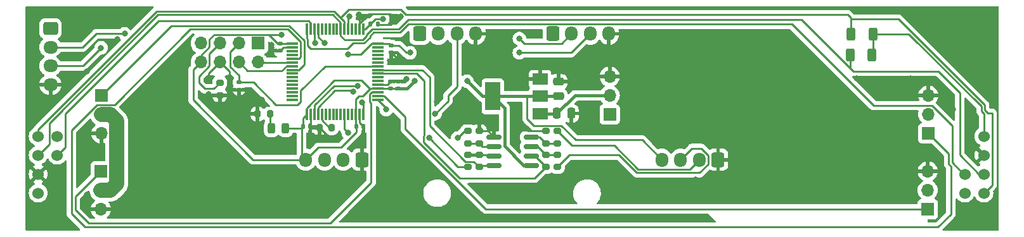
<source format=gbr>
%TF.GenerationSoftware,KiCad,Pcbnew,7.0.9*%
%TF.CreationDate,2025-01-29T17:13:48+09:00*%
%TF.ProjectId,04-RESCUE,30342d52-4553-4435-9545-2e6b69636164,rev?*%
%TF.SameCoordinates,Original*%
%TF.FileFunction,Copper,L2,Bot*%
%TF.FilePolarity,Positive*%
%FSLAX46Y46*%
G04 Gerber Fmt 4.6, Leading zero omitted, Abs format (unit mm)*
G04 Created by KiCad (PCBNEW 7.0.9) date 2025-01-29 17:13:48*
%MOMM*%
%LPD*%
G01*
G04 APERTURE LIST*
G04 Aperture macros list*
%AMRoundRect*
0 Rectangle with rounded corners*
0 $1 Rounding radius*
0 $2 $3 $4 $5 $6 $7 $8 $9 X,Y pos of 4 corners*
0 Add a 4 corners polygon primitive as box body*
4,1,4,$2,$3,$4,$5,$6,$7,$8,$9,$2,$3,0*
0 Add four circle primitives for the rounded corners*
1,1,$1+$1,$2,$3*
1,1,$1+$1,$4,$5*
1,1,$1+$1,$6,$7*
1,1,$1+$1,$8,$9*
0 Add four rect primitives between the rounded corners*
20,1,$1+$1,$2,$3,$4,$5,0*
20,1,$1+$1,$4,$5,$6,$7,0*
20,1,$1+$1,$6,$7,$8,$9,0*
20,1,$1+$1,$8,$9,$2,$3,0*%
G04 Aperture macros list end*
%TA.AperFunction,SMDPad,CuDef*%
%ADD10RoundRect,0.250000X-0.312500X-0.625000X0.312500X-0.625000X0.312500X0.625000X-0.312500X0.625000X0*%
%TD*%
%TA.AperFunction,SMDPad,CuDef*%
%ADD11RoundRect,0.250000X0.312500X0.625000X-0.312500X0.625000X-0.312500X-0.625000X0.312500X-0.625000X0*%
%TD*%
%TA.AperFunction,ComponentPad*%
%ADD12R,1.700000X1.700000*%
%TD*%
%TA.AperFunction,ComponentPad*%
%ADD13O,1.700000X1.700000*%
%TD*%
%TA.AperFunction,ComponentPad*%
%ADD14RoundRect,0.250000X-0.600000X-0.725000X0.600000X-0.725000X0.600000X0.725000X-0.600000X0.725000X0*%
%TD*%
%TA.AperFunction,ComponentPad*%
%ADD15O,1.700000X1.950000*%
%TD*%
%TA.AperFunction,ComponentPad*%
%ADD16RoundRect,0.250000X-0.725000X0.600000X-0.725000X-0.600000X0.725000X-0.600000X0.725000X0.600000X0*%
%TD*%
%TA.AperFunction,ComponentPad*%
%ADD17O,1.950000X1.700000*%
%TD*%
%TA.AperFunction,SMDPad,CuDef*%
%ADD18RoundRect,0.250000X0.475000X-0.250000X0.475000X0.250000X-0.475000X0.250000X-0.475000X-0.250000X0*%
%TD*%
%TA.AperFunction,ComponentPad*%
%ADD19RoundRect,0.250000X0.600000X0.725000X-0.600000X0.725000X-0.600000X-0.725000X0.600000X-0.725000X0*%
%TD*%
%TA.AperFunction,SMDPad,CuDef*%
%ADD20RoundRect,0.200000X0.275000X-0.200000X0.275000X0.200000X-0.275000X0.200000X-0.275000X-0.200000X0*%
%TD*%
%TA.AperFunction,SMDPad,CuDef*%
%ADD21RoundRect,0.075000X0.700000X0.075000X-0.700000X0.075000X-0.700000X-0.075000X0.700000X-0.075000X0*%
%TD*%
%TA.AperFunction,SMDPad,CuDef*%
%ADD22RoundRect,0.075000X0.075000X0.700000X-0.075000X0.700000X-0.075000X-0.700000X0.075000X-0.700000X0*%
%TD*%
%TA.AperFunction,SMDPad,CuDef*%
%ADD23RoundRect,0.200000X-0.275000X0.200000X-0.275000X-0.200000X0.275000X-0.200000X0.275000X0.200000X0*%
%TD*%
%TA.AperFunction,SMDPad,CuDef*%
%ADD24RoundRect,0.140000X-0.170000X0.140000X-0.170000X-0.140000X0.170000X-0.140000X0.170000X0.140000X0*%
%TD*%
%TA.AperFunction,SMDPad,CuDef*%
%ADD25RoundRect,0.140000X0.140000X0.170000X-0.140000X0.170000X-0.140000X-0.170000X0.140000X-0.170000X0*%
%TD*%
%TA.AperFunction,SMDPad,CuDef*%
%ADD26RoundRect,0.140000X0.170000X-0.140000X0.170000X0.140000X-0.170000X0.140000X-0.170000X-0.140000X0*%
%TD*%
%TA.AperFunction,SMDPad,CuDef*%
%ADD27RoundRect,0.200000X-0.200000X-0.275000X0.200000X-0.275000X0.200000X0.275000X-0.200000X0.275000X0*%
%TD*%
%TA.AperFunction,ComponentPad*%
%ADD28C,1.524000*%
%TD*%
%TA.AperFunction,SMDPad,CuDef*%
%ADD29RoundRect,0.243750X-0.243750X-0.456250X0.243750X-0.456250X0.243750X0.456250X-0.243750X0.456250X0*%
%TD*%
%TA.AperFunction,SMDPad,CuDef*%
%ADD30R,2.000000X1.500000*%
%TD*%
%TA.AperFunction,SMDPad,CuDef*%
%ADD31R,2.000000X3.800000*%
%TD*%
%TA.AperFunction,SMDPad,CuDef*%
%ADD32RoundRect,0.150000X-0.825000X-0.150000X0.825000X-0.150000X0.825000X0.150000X-0.825000X0.150000X0*%
%TD*%
%TA.AperFunction,SMDPad,CuDef*%
%ADD33RoundRect,0.250000X-0.250000X-0.475000X0.250000X-0.475000X0.250000X0.475000X-0.250000X0.475000X0*%
%TD*%
%TA.AperFunction,ViaPad*%
%ADD34C,0.800000*%
%TD*%
%TA.AperFunction,Conductor*%
%ADD35C,0.250000*%
%TD*%
%TA.AperFunction,Conductor*%
%ADD36C,2.000000*%
%TD*%
%TA.AperFunction,Conductor*%
%ADD37C,0.400000*%
%TD*%
G04 APERTURE END LIST*
D10*
%TO.P,R13,1*%
%TO.N,SCL*%
X145137500Y-76500000D03*
%TO.P,R13,2*%
%TO.N,+3V3*%
X148062500Y-76500000D03*
%TD*%
D11*
%TO.P,R12,1*%
%TO.N,+3V3*%
X148162500Y-73700000D03*
%TO.P,R12,2*%
%TO.N,SDA*%
X145237500Y-73700000D03*
%TD*%
D12*
%TO.P,M4,1,PWM*%
%TO.N,ServoArmRight*%
X155505000Y-97140000D03*
D13*
%TO.P,M4,2,+*%
%TO.N,+5V*%
X155505000Y-94600000D03*
%TO.P,M4,3,-*%
%TO.N,GND*%
X155505000Y-92060000D03*
%TD*%
D14*
%TO.P,J2,1,Pin_1*%
%TO.N,+5V*%
X87630000Y-73660000D03*
D15*
%TO.P,J2,2,Pin_2*%
%TO.N,UART2_RX*%
X90130000Y-73660000D03*
%TO.P,J2,3,Pin_3*%
%TO.N,UART2_TX*%
X92630000Y-73660000D03*
%TO.P,J2,4,Pin_4*%
%TO.N,GND*%
X95130000Y-73660000D03*
%TD*%
D14*
%TO.P,J6,1,Pin_1*%
%TO.N,+5V*%
X105410000Y-73660000D03*
D15*
%TO.P,J6,2,Pin_2*%
%TO.N,UART3_RX*%
X107910000Y-73660000D03*
%TO.P,J6,3,Pin_3*%
%TO.N,UART3_TX*%
X110410000Y-73660000D03*
%TO.P,J6,4,Pin_4*%
%TO.N,GND*%
X112910000Y-73660000D03*
%TD*%
D12*
%TO.P,M5,1,PWM*%
%TO.N,ServoHandLeft*%
X45155000Y-81930000D03*
D13*
%TO.P,M5,2,+*%
%TO.N,+5V*%
X45155000Y-84470000D03*
%TO.P,M5,3,-*%
%TO.N,GND*%
X45155000Y-87010000D03*
%TD*%
D12*
%TO.P,M3,1,PWM*%
%TO.N,ServoArmLeft*%
X45085000Y-92075000D03*
D13*
%TO.P,M3,2,+*%
%TO.N,+5V*%
X45085000Y-94615000D03*
%TO.P,M3,3,-*%
%TO.N,GND*%
X45085000Y-97155000D03*
%TD*%
D16*
%TO.P,J1,1,Pin_1*%
%TO.N,+5V*%
X38354000Y-72958000D03*
D17*
%TO.P,J1,2,Pin_2*%
%TO.N,UART4_TX*%
X38354000Y-75458000D03*
%TO.P,J1,3,Pin_3*%
%TO.N,UART4_RX*%
X38354000Y-77958000D03*
%TO.P,J1,4,Pin_4*%
%TO.N,GND*%
X38354000Y-80458000D03*
%TD*%
D12*
%TO.P,M6,1,PWM*%
%TO.N,ServoHandRight*%
X155575000Y-86995000D03*
D13*
%TO.P,M6,2,+*%
%TO.N,+5V*%
X155575000Y-84455000D03*
%TO.P,M6,3,-*%
%TO.N,GND*%
X155575000Y-81915000D03*
%TD*%
D18*
%TO.P,C2,1*%
%TO.N,+3V3*%
X106172000Y-81976000D03*
%TO.P,C2,2*%
%TO.N,GND*%
X106172000Y-80076000D03*
%TD*%
D19*
%TO.P,J5,1,Pin_1*%
%TO.N,GND*%
X79950000Y-90530000D03*
D15*
%TO.P,J5,2,Pin_2*%
%TO.N,Net-(J5-Pin_2)*%
X77450000Y-90530000D03*
%TO.P,J5,3,Pin_3*%
%TO.N,Net-(J5-Pin_3)*%
X74950000Y-90530000D03*
%TO.P,J5,4,Pin_4*%
%TO.N,+3V3*%
X72450000Y-90530000D03*
%TD*%
D20*
%TO.P,R8,1*%
%TO.N,LOADCEL_R*%
X104521000Y-91503000D03*
%TO.P,R8,2*%
%TO.N,Net-(U1B--)*%
X104521000Y-89853000D03*
%TD*%
D21*
%TO.P,U4,1,VBAT*%
%TO.N,+3V3*%
X82042000Y-74990000D03*
%TO.P,U4,2,PC13*%
%TO.N,unconnected-(U4-PC13-Pad2)*%
X82042000Y-75490000D03*
%TO.P,U4,3,PC14*%
%TO.N,unconnected-(U4-PC14-Pad3)*%
X82042000Y-75990000D03*
%TO.P,U4,4,PC15*%
%TO.N,unconnected-(U4-PC15-Pad4)*%
X82042000Y-76490000D03*
%TO.P,U4,5,PD0*%
%TO.N,unconnected-(U4-PD0-Pad5)*%
X82042000Y-76990000D03*
%TO.P,U4,6,PD1*%
%TO.N,unconnected-(U4-PD1-Pad6)*%
X82042000Y-77490000D03*
%TO.P,U4,7,NRST*%
%TO.N,NRST*%
X82042000Y-77990000D03*
%TO.P,U4,8,PC0*%
%TO.N,LOADCEL_L*%
X82042000Y-78490000D03*
%TO.P,U4,9,PC1*%
%TO.N,LOADCEL_R*%
X82042000Y-78990000D03*
%TO.P,U4,10,PC2*%
%TO.N,unconnected-(U4-PC2-Pad10)*%
X82042000Y-79490000D03*
%TO.P,U4,11,PC3*%
%TO.N,unconnected-(U4-PC3-Pad11)*%
X82042000Y-79990000D03*
%TO.P,U4,12,VSSA*%
%TO.N,GND*%
X82042000Y-80490000D03*
%TO.P,U4,13,VDDA*%
%TO.N,+3V3*%
X82042000Y-80990000D03*
%TO.P,U4,14,PA0*%
%TO.N,ServoArmLeft*%
X82042000Y-81490000D03*
%TO.P,U4,15,PA1*%
%TO.N,ServoArmRight*%
X82042000Y-81990000D03*
%TO.P,U4,16,PA2*%
%TO.N,UART2_TX*%
X82042000Y-82490000D03*
D22*
%TO.P,U4,17,PA3*%
%TO.N,UART2_RX*%
X80117000Y-84415000D03*
%TO.P,U4,18,VSS*%
%TO.N,GND*%
X79617000Y-84415000D03*
%TO.P,U4,19,VDD*%
%TO.N,+3V3*%
X79117000Y-84415000D03*
%TO.P,U4,20,PA4*%
%TO.N,unconnected-(U4-PA4-Pad20)*%
X78617000Y-84415000D03*
%TO.P,U4,21,PA5*%
%TO.N,unconnected-(U4-PA5-Pad21)*%
X78117000Y-84415000D03*
%TO.P,U4,22,PA6*%
%TO.N,ServoBasket*%
X77617000Y-84415000D03*
%TO.P,U4,23,PA7*%
%TO.N,unconnected-(U4-PA7-Pad23)*%
X77117000Y-84415000D03*
%TO.P,U4,24,PC4*%
%TO.N,unconnected-(U4-PC4-Pad24)*%
X76617000Y-84415000D03*
%TO.P,U4,25,PC5*%
%TO.N,unconnected-(U4-PC5-Pad25)*%
X76117000Y-84415000D03*
%TO.P,U4,26,PB0*%
%TO.N,unconnected-(U4-PB0-Pad26)*%
X75617000Y-84415000D03*
%TO.P,U4,27,PB1*%
%TO.N,unconnected-(U4-PB1-Pad27)*%
X75117000Y-84415000D03*
%TO.P,U4,28,PB2*%
%TO.N,Net-(U4-PB2)*%
X74617000Y-84415000D03*
%TO.P,U4,29,PB10*%
%TO.N,UART3_TX*%
X74117000Y-84415000D03*
%TO.P,U4,30,PB11*%
%TO.N,UART3_RX*%
X73617000Y-84415000D03*
%TO.P,U4,31,VSS*%
%TO.N,GND*%
X73117000Y-84415000D03*
%TO.P,U4,32,VDD*%
%TO.N,+3V3*%
X72617000Y-84415000D03*
D21*
%TO.P,U4,33,PB12*%
%TO.N,unconnected-(U4-PB12-Pad33)*%
X70692000Y-82490000D03*
%TO.P,U4,34,PB13*%
%TO.N,unconnected-(U4-PB13-Pad34)*%
X70692000Y-81990000D03*
%TO.P,U4,35,PB14*%
%TO.N,unconnected-(U4-PB14-Pad35)*%
X70692000Y-81490000D03*
%TO.P,U4,36,PB15*%
%TO.N,WS2812B*%
X70692000Y-80990000D03*
%TO.P,U4,37,PC6*%
%TO.N,unconnected-(U4-PC6-Pad37)*%
X70692000Y-80490000D03*
%TO.P,U4,38,PC7*%
%TO.N,unconnected-(U4-PC7-Pad38)*%
X70692000Y-79990000D03*
%TO.P,U4,39,PC8*%
%TO.N,unconnected-(U4-PC8-Pad39)*%
X70692000Y-79490000D03*
%TO.P,U4,40,PC9*%
%TO.N,unconnected-(U4-PC9-Pad40)*%
X70692000Y-78990000D03*
%TO.P,U4,41,PA8*%
%TO.N,ServoHandLeft*%
X70692000Y-78490000D03*
%TO.P,U4,42,PA9*%
%TO.N,UART1_TX*%
X70692000Y-77990000D03*
%TO.P,U4,43,PA10*%
%TO.N,UART1_RX*%
X70692000Y-77490000D03*
%TO.P,U4,44,PA11*%
%TO.N,ServoHandRight*%
X70692000Y-76990000D03*
%TO.P,U4,45,PA12*%
%TO.N,unconnected-(U4-PA12-Pad45)*%
X70692000Y-76490000D03*
%TO.P,U4,46,PA13*%
%TO.N,unconnected-(U4-PA13-Pad46)*%
X70692000Y-75990000D03*
%TO.P,U4,47,VSS*%
%TO.N,GND*%
X70692000Y-75490000D03*
%TO.P,U4,48,VDD*%
%TO.N,+3V3*%
X70692000Y-74990000D03*
D22*
%TO.P,U4,49,PA14*%
%TO.N,XSHUT1*%
X72617000Y-73065000D03*
%TO.P,U4,50,PA15*%
%TO.N,XSHUT2*%
X73117000Y-73065000D03*
%TO.P,U4,51,PC10*%
%TO.N,UART4_TX*%
X73617000Y-73065000D03*
%TO.P,U4,52,PC11*%
%TO.N,UART4_RX*%
X74117000Y-73065000D03*
%TO.P,U4,53,PC12*%
%TO.N,unconnected-(U4-PC12-Pad53)*%
X74617000Y-73065000D03*
%TO.P,U4,54,PD2*%
%TO.N,unconnected-(U4-PD2-Pad54)*%
X75117000Y-73065000D03*
%TO.P,U4,55,PB3*%
%TO.N,unconnected-(U4-PB3-Pad55)*%
X75617000Y-73065000D03*
%TO.P,U4,56,PB4*%
%TO.N,unconnected-(U4-PB4-Pad56)*%
X76117000Y-73065000D03*
%TO.P,U4,57,PB5*%
%TO.N,unconnected-(U4-PB5-Pad57)*%
X76617000Y-73065000D03*
%TO.P,U4,58,PB6*%
%TO.N,SCL*%
X77117000Y-73065000D03*
%TO.P,U4,59,PB7*%
%TO.N,SDA*%
X77617000Y-73065000D03*
%TO.P,U4,60,BOOT0*%
%TO.N,BOOT0*%
X78117000Y-73065000D03*
%TO.P,U4,61,PB8*%
%TO.N,unconnected-(U4-PB8-Pad61)*%
X78617000Y-73065000D03*
%TO.P,U4,62,PB9*%
%TO.N,unconnected-(U4-PB9-Pad62)*%
X79117000Y-73065000D03*
%TO.P,U4,63,VSS*%
%TO.N,GND*%
X79617000Y-73065000D03*
%TO.P,U4,64,VDD*%
%TO.N,+3V3*%
X80117000Y-73065000D03*
%TD*%
D23*
%TO.P,R3,1*%
%TO.N,Net-(J5-Pin_2)*%
X94107000Y-86678000D03*
%TO.P,R3,2*%
%TO.N,Net-(U1A-+)*%
X94107000Y-88328000D03*
%TD*%
D24*
%TO.P,C13,1*%
%TO.N,GND*%
X84749000Y-80066000D03*
%TO.P,C13,2*%
%TO.N,+3V3*%
X84749000Y-81026000D03*
%TD*%
D25*
%TO.P,C11,1*%
%TO.N,GND*%
X82042000Y-72390000D03*
%TO.P,C11,2*%
%TO.N,+3V3*%
X81082000Y-72390000D03*
%TD*%
D26*
%TO.P,C14,1*%
%TO.N,GND*%
X83820000Y-76200000D03*
%TO.P,C14,2*%
%TO.N,+3V3*%
X83820000Y-75240000D03*
%TD*%
D27*
%TO.P,R5,1*%
%TO.N,GND*%
X74272000Y-86233000D03*
%TO.P,R5,2*%
%TO.N,Net-(U4-PB2)*%
X75922000Y-86233000D03*
%TD*%
D28*
%TO.P,U2,1,3V3*%
%TO.N,+3V3*%
X163000000Y-87380000D03*
%TO.P,U2,2,GND*%
%TO.N,GND*%
X163000000Y-89920000D03*
%TO.P,U2,3,SCL*%
%TO.N,SCL*%
X163000000Y-92460000D03*
%TO.P,U2,4,SDA*%
%TO.N,SDA*%
X163000000Y-95000000D03*
%TO.P,U2,5,XSHUT*%
%TO.N,XSHUT1*%
X160460000Y-92460000D03*
%TO.P,U2,6,GPIO*%
%TO.N,unconnected-(U2-GPIO-Pad6)*%
X160460000Y-95000000D03*
%TD*%
D23*
%TO.P,R1,1*%
%TO.N,Net-(J3-Pin_2)*%
X106045000Y-86678000D03*
%TO.P,R1,2*%
%TO.N,Net-(U1B-+)*%
X106045000Y-88328000D03*
%TD*%
D27*
%TO.P,R11,1*%
%TO.N,GND*%
X66000000Y-84400000D03*
%TO.P,R11,2*%
%TO.N,Net-(D1-K)*%
X67650000Y-84400000D03*
%TD*%
D19*
%TO.P,J3,1,Pin_1*%
%TO.N,GND*%
X127500000Y-90530000D03*
D15*
%TO.P,J3,2,Pin_2*%
%TO.N,Net-(J3-Pin_2)*%
X125000000Y-90530000D03*
%TO.P,J3,3,Pin_3*%
%TO.N,Net-(J3-Pin_3)*%
X122500000Y-90530000D03*
%TO.P,J3,4,Pin_4*%
%TO.N,+3V3*%
X120000000Y-90530000D03*
%TD*%
D23*
%TO.P,R6,1*%
%TO.N,Net-(U1A--)*%
X94107000Y-89853000D03*
%TO.P,R6,2*%
%TO.N,Net-(J5-Pin_3)*%
X94107000Y-91503000D03*
%TD*%
D12*
%TO.P,M1,1,PWM*%
%TO.N,ServoBasket*%
X113030000Y-84440000D03*
D13*
%TO.P,M1,2,+*%
%TO.N,+5V*%
X113030000Y-81900000D03*
%TO.P,M1,3,-*%
%TO.N,GND*%
X113030000Y-79360000D03*
%TD*%
D24*
%TO.P,C12,1*%
%TO.N,GND*%
X83733000Y-80066000D03*
%TO.P,C12,2*%
%TO.N,+3V3*%
X83733000Y-81026000D03*
%TD*%
D26*
%TO.P,C15,1*%
%TO.N,GND*%
X63500000Y-81125000D03*
%TO.P,C15,2*%
%TO.N,NRST*%
X63500000Y-80165000D03*
%TD*%
D25*
%TO.P,C9,1*%
%TO.N,GND*%
X73037000Y-86106000D03*
%TO.P,C9,2*%
%TO.N,+3V3*%
X72077000Y-86106000D03*
%TD*%
D23*
%TO.P,R2,1*%
%TO.N,Net-(U1B--)*%
X106045000Y-89853000D03*
%TO.P,R2,2*%
%TO.N,Net-(J3-Pin_3)*%
X106045000Y-91503000D03*
%TD*%
D26*
%TO.P,C10,1*%
%TO.N,GND*%
X69001000Y-75918000D03*
%TO.P,C10,2*%
%TO.N,+3V3*%
X69001000Y-74958000D03*
%TD*%
D28*
%TO.P,U3,1,3V3*%
%TO.N,+3V3*%
X36730000Y-95000000D03*
%TO.P,U3,2,GND*%
%TO.N,GND*%
X36730000Y-92460000D03*
%TO.P,U3,3,SCL*%
%TO.N,SCL*%
X36730000Y-89920000D03*
%TO.P,U3,4,SDA*%
%TO.N,SDA*%
X36730000Y-87380000D03*
%TO.P,U3,5,XSHUT*%
%TO.N,XSHUT2*%
X39270000Y-89920000D03*
%TO.P,U3,6,GPIO*%
%TO.N,unconnected-(U3-GPIO-Pad6)*%
X39270000Y-87380000D03*
%TD*%
D20*
%TO.P,R10,1*%
%TO.N,LOADCEL_L*%
X95631000Y-91503000D03*
%TO.P,R10,2*%
%TO.N,Net-(U1A--)*%
X95631000Y-89853000D03*
%TD*%
D29*
%TO.P,D1,1,K*%
%TO.N,Net-(D1-K)*%
X67862500Y-86300000D03*
%TO.P,D1,2,A*%
%TO.N,+3V3*%
X69737500Y-86300000D03*
%TD*%
D20*
%TO.P,R9,1*%
%TO.N,Net-(U1A-+)*%
X95631000Y-88328000D03*
%TO.P,R9,2*%
%TO.N,GND*%
X95631000Y-86678000D03*
%TD*%
D30*
%TO.P,U5,1,GND*%
%TO.N,GND*%
X103734000Y-79742000D03*
%TO.P,U5,2,VO*%
%TO.N,+3V3*%
X103734000Y-82042000D03*
D31*
X97434000Y-82042000D03*
D30*
%TO.P,U5,3,VI*%
%TO.N,+5V*%
X103734000Y-84342000D03*
%TD*%
D32*
%TO.P,U1,1*%
%TO.N,LOADCEL_L*%
X97601000Y-91313000D03*
%TO.P,U1,2,-*%
%TO.N,Net-(U1A--)*%
X97601000Y-90043000D03*
%TO.P,U1,3,+*%
%TO.N,Net-(U1A-+)*%
X97601000Y-88773000D03*
%TO.P,U1,4,V-*%
%TO.N,GND*%
X97601000Y-87503000D03*
%TO.P,U1,5,+*%
%TO.N,Net-(U1B-+)*%
X102551000Y-87503000D03*
%TO.P,U1,6,-*%
%TO.N,Net-(U1B--)*%
X102551000Y-88773000D03*
%TO.P,U1,7*%
%TO.N,LOADCEL_R*%
X102551000Y-90043000D03*
%TO.P,U1,8,V+*%
%TO.N,+3V3*%
X102551000Y-91313000D03*
%TD*%
D12*
%TO.P,J4,1,Pin_1*%
%TO.N,unconnected-(J4-Pin_1-Pad1)*%
X66040000Y-74930000D03*
D13*
%TO.P,J4,2,Pin_2*%
%TO.N,UART1_RX*%
X66040000Y-77470000D03*
%TO.P,J4,3,Pin_3*%
%TO.N,NRST*%
X63500000Y-74930000D03*
%TO.P,J4,4,Pin_4*%
%TO.N,UART1_TX*%
X63500000Y-77470000D03*
%TO.P,J4,5,Pin_5*%
%TO.N,BOOT0*%
X60960000Y-74930000D03*
%TO.P,J4,6,Pin_6*%
%TO.N,GND*%
X60960000Y-77470000D03*
%TO.P,J4,7,Pin_7*%
%TO.N,unconnected-(J4-Pin_7-Pad7)*%
X58420000Y-74930000D03*
%TO.P,J4,8,Pin_8*%
%TO.N,+3V3*%
X58420000Y-77470000D03*
%TD*%
D33*
%TO.P,C1,1*%
%TO.N,+5V*%
X105984000Y-84328000D03*
%TO.P,C1,2*%
%TO.N,GND*%
X107884000Y-84328000D03*
%TD*%
D23*
%TO.P,R4,1*%
%TO.N,BOOT0*%
X60960000Y-80229000D03*
%TO.P,R4,2*%
%TO.N,GND*%
X60960000Y-81879000D03*
%TD*%
D20*
%TO.P,R7,1*%
%TO.N,Net-(U1B-+)*%
X104521000Y-88328000D03*
%TO.P,R7,2*%
%TO.N,GND*%
X104521000Y-86678000D03*
%TD*%
D25*
%TO.P,C8,1*%
%TO.N,GND*%
X80149000Y-86106000D03*
%TO.P,C8,2*%
%TO.N,+3V3*%
X79189000Y-86106000D03*
%TD*%
D34*
%TO.N,GND*%
X153200000Y-79600000D03*
X158900000Y-83800000D03*
X160900000Y-89400000D03*
X146000000Y-79600000D03*
X157300000Y-97200000D03*
X161700000Y-96500000D03*
X153200000Y-95700000D03*
X153500000Y-85900000D03*
X151500000Y-84400000D03*
X153600000Y-71000000D03*
X164100000Y-82100000D03*
X163600000Y-71300000D03*
X85090000Y-71374000D03*
X121158000Y-88646000D03*
X59436000Y-81788000D03*
X50292000Y-70866000D03*
X91440000Y-84074000D03*
X91440000Y-75184000D03*
X100330000Y-83312000D03*
X114046000Y-95758000D03*
X49276000Y-89408000D03*
X56642000Y-74930000D03*
X35814000Y-85090000D03*
X124460000Y-93218000D03*
X59436000Y-79756000D03*
X78232000Y-98552000D03*
X89916000Y-82804000D03*
X70612000Y-91948000D03*
X79502000Y-71120000D03*
X109474000Y-76454000D03*
X76962000Y-87630000D03*
X107696000Y-81026000D03*
X51054000Y-80772000D03*
X54610000Y-77470000D03*
X121158000Y-93472000D03*
X87884000Y-75946000D03*
X62738000Y-89408000D03*
X123444000Y-96012000D03*
X84582000Y-85598000D03*
X49276000Y-91948000D03*
X82296000Y-84836000D03*
X113538000Y-86360000D03*
X102616000Y-73914000D03*
X67818000Y-75184000D03*
X42164000Y-93472000D03*
X45212000Y-89408000D03*
X49276000Y-86614000D03*
X43434000Y-85852000D03*
X48514000Y-95250000D03*
X164338000Y-99314000D03*
X100584000Y-88900000D03*
X43180000Y-78740000D03*
X39878000Y-93726000D03*
X40132000Y-76708000D03*
X40132000Y-79248000D03*
X101854000Y-86360000D03*
X62230000Y-79502000D03*
X47244000Y-74422000D03*
X43300000Y-72900000D03*
X42250000Y-89300000D03*
X48514000Y-98044000D03*
X40894000Y-99314000D03*
X108712000Y-86614000D03*
X158800000Y-99400000D03*
X85852000Y-79756000D03*
X87630000Y-90170000D03*
X97536000Y-86106000D03*
X73406000Y-88138000D03*
X66548000Y-82550000D03*
X63754000Y-86614000D03*
X90678000Y-78740000D03*
X101600000Y-80772000D03*
X85598000Y-77470000D03*
X91440000Y-87122000D03*
X70612000Y-89408000D03*
X95250000Y-83058000D03*
X36068000Y-70866000D03*
X35814000Y-99314000D03*
X110998000Y-83820000D03*
X116586000Y-73660000D03*
X160800000Y-83000000D03*
X99568000Y-80772000D03*
X155448000Y-89000000D03*
X93980000Y-78232000D03*
X38150000Y-91250000D03*
X43180000Y-95250000D03*
X125984000Y-98552000D03*
X59436000Y-86614000D03*
X114046000Y-91948000D03*
X95250000Y-94234000D03*
%TO.N,+3V3*%
X86360000Y-76200000D03*
X82738029Y-71683100D03*
X93980000Y-80010000D03*
X78105000Y-76379500D03*
X86995000Y-80010000D03*
X69215000Y-73749500D03*
%TO.N,UART4_TX*%
X73660000Y-74930000D03*
X48260000Y-73660000D03*
%TO.N,UART4_RX*%
X45118518Y-75531482D03*
X74930000Y-74930000D03*
%TO.N,UART2_RX*%
X79961004Y-82852996D03*
%TO.N,UART2_TX*%
X89711736Y-84365500D03*
X83185000Y-83820000D03*
%TO.N,BOOT0*%
X78255049Y-71359549D03*
%TO.N,Net-(J5-Pin_2)*%
X92710000Y-87630000D03*
%TO.N,Net-(J5-Pin_3)*%
X88900000Y-87630000D03*
%TO.N,UART3_RX*%
X79375000Y-80645000D03*
X100965000Y-74295000D03*
%TO.N,UART3_TX*%
X78739109Y-81416134D03*
X100965000Y-76200000D03*
%TO.N,ServoBasket*%
X78105000Y-86905500D03*
%TD*%
D35*
%TO.N,SCL*%
X159766000Y-89916000D02*
X162310000Y-92460000D01*
X156900000Y-78700000D02*
X159766000Y-81566000D01*
X145600000Y-78700000D02*
X156900000Y-78700000D01*
X162310000Y-92460000D02*
X163000000Y-92460000D01*
X145500000Y-78600000D02*
X145600000Y-78700000D01*
X159766000Y-81566000D02*
X159766000Y-89916000D01*
%TO.N,+3V3*%
X162655000Y-84052701D02*
X162655000Y-83391396D01*
X162655000Y-83391396D02*
X152963604Y-73700000D01*
X163000000Y-84397701D02*
X162655000Y-84052701D01*
X152963604Y-73700000D02*
X148162500Y-73700000D01*
X163000000Y-87380000D02*
X163000000Y-84397701D01*
%TO.N,SCL*%
X145137500Y-76500000D02*
X145137500Y-78237500D01*
X145137500Y-78237500D02*
X145500000Y-78600000D01*
X138655000Y-71755000D02*
X145500000Y-78600000D01*
X86104604Y-71755000D02*
X138655000Y-71755000D01*
X81336420Y-73025000D02*
X84834604Y-73025000D01*
X80044764Y-74480000D02*
X80592000Y-73932764D01*
X80592000Y-73769420D02*
X81336420Y-73025000D01*
X77655000Y-74480000D02*
X80044764Y-74480000D01*
X77117000Y-73942000D02*
X77655000Y-74480000D01*
X77117000Y-73065000D02*
X77117000Y-73942000D01*
X80592000Y-73932764D02*
X80592000Y-73769420D01*
X84834604Y-73025000D02*
X86104604Y-71755000D01*
%TO.N,ServoHandRight*%
X71534764Y-76990000D02*
X70692000Y-76990000D01*
X71792000Y-74747236D02*
X71792000Y-76732764D01*
X71792000Y-76732764D02*
X71534764Y-76990000D01*
X70069764Y-73025000D02*
X71792000Y-74747236D01*
X46905914Y-83145000D02*
X57025914Y-73025000D01*
X44606167Y-83145000D02*
X46905914Y-83145000D01*
X41148000Y-86603167D02*
X44606167Y-83145000D01*
X41148000Y-97790000D02*
X41148000Y-86603167D01*
X158600000Y-91418396D02*
X158600000Y-97800000D01*
X57025914Y-73025000D02*
X70069764Y-73025000D01*
X158600000Y-97800000D02*
X156832000Y-99568000D01*
X158300000Y-91118396D02*
X158600000Y-91418396D01*
X42926000Y-99568000D02*
X41148000Y-97790000D01*
X158300000Y-89720000D02*
X158300000Y-91118396D01*
X156832000Y-99568000D02*
X42926000Y-99568000D01*
X155575000Y-86995000D02*
X158300000Y-89720000D01*
%TO.N,SDA*%
X151600000Y-71700000D02*
X145417000Y-71700000D01*
X163529695Y-84291000D02*
X163105000Y-83866305D01*
X164087000Y-84291000D02*
X163529695Y-84291000D01*
X163105000Y-83866305D02*
X163105000Y-83205000D01*
X163105000Y-83205000D02*
X151600000Y-71700000D01*
X164087000Y-93913000D02*
X164087000Y-84291000D01*
X145417000Y-71700000D02*
X145108500Y-71391500D01*
X163000000Y-95000000D02*
X164087000Y-93913000D01*
X77085580Y-71504420D02*
X77617000Y-72035840D01*
X85136305Y-70395000D02*
X78195000Y-70395000D01*
X85841305Y-71100000D02*
X85136305Y-70395000D01*
X78195000Y-70395000D02*
X77085580Y-71504420D01*
X144817000Y-71100000D02*
X85841305Y-71100000D01*
X145237500Y-71520500D02*
X144817000Y-71100000D01*
%TO.N,+3V3*%
X148162500Y-76400000D02*
X148062500Y-76500000D01*
X148162500Y-73700000D02*
X148162500Y-76400000D01*
%TO.N,SDA*%
X145237500Y-73700000D02*
X145237500Y-71520500D01*
%TO.N,XSHUT1*%
X158750000Y-85968299D02*
X158750000Y-90932000D01*
X156061701Y-83280000D02*
X158750000Y-85968299D01*
X148280000Y-83280000D02*
X156061701Y-83280000D01*
X137360000Y-72360000D02*
X148280000Y-83280000D01*
X86136000Y-72360000D02*
X137360000Y-72360000D01*
X160278000Y-92460000D02*
X160460000Y-92460000D01*
X81522816Y-73475000D02*
X85021000Y-73475000D01*
X81042000Y-73955816D02*
X81522816Y-73475000D01*
X158750000Y-90932000D02*
X160278000Y-92460000D01*
X81042000Y-74119160D02*
X81042000Y-73955816D01*
X78015000Y-75655000D02*
X78740000Y-74930000D01*
X73115000Y-75655000D02*
X78015000Y-75655000D01*
X72692000Y-75232000D02*
X73115000Y-75655000D01*
X85021000Y-73475000D02*
X86136000Y-72360000D01*
X72692000Y-74374444D02*
X72692000Y-75232000D01*
X72617000Y-74299444D02*
X72692000Y-74374444D01*
X78740000Y-74930000D02*
X80231160Y-74930000D01*
X80231160Y-74930000D02*
X81042000Y-74119160D01*
X72617000Y-73065000D02*
X72617000Y-74299444D01*
D36*
%TO.N,+5V*%
X45155000Y-84470000D02*
X46357081Y-84470000D01*
D37*
X105984000Y-84328000D02*
X108412000Y-81900000D01*
D36*
X46357081Y-84470000D02*
X47205000Y-85317919D01*
D37*
X108412000Y-81900000D02*
X113030000Y-81900000D01*
D36*
X46385000Y-94615000D02*
X45085000Y-94615000D01*
D37*
X103734000Y-84342000D02*
X105970000Y-84342000D01*
D36*
X47205000Y-93795000D02*
X46385000Y-94615000D01*
X47205000Y-85317919D02*
X47205000Y-93795000D01*
D37*
X105970000Y-84342000D02*
X105984000Y-84328000D01*
D35*
%TO.N,GND*%
X59436000Y-78994000D02*
X60960000Y-77470000D01*
X62230000Y-78740000D02*
X62230000Y-79502000D01*
X84582000Y-76962000D02*
X85090000Y-76962000D01*
X80149000Y-86094510D02*
X80149000Y-86106000D01*
X83658600Y-70958600D02*
X80880636Y-70958600D01*
X74272000Y-86233000D02*
X75669000Y-87630000D01*
X69429000Y-75490000D02*
X69001000Y-75918000D01*
X102172000Y-86678000D02*
X101854000Y-86360000D01*
X82042000Y-80490000D02*
X83309000Y-80490000D01*
X70692000Y-75490000D02*
X69429000Y-75490000D01*
X83820000Y-76200000D02*
X84582000Y-76962000D01*
X75669000Y-87630000D02*
X76962000Y-87630000D01*
X95631000Y-86678000D02*
X96776000Y-86678000D01*
X84074000Y-71374000D02*
X83658600Y-70958600D01*
X82042000Y-72390000D02*
X82060600Y-72408600D01*
X73117000Y-84415000D02*
X73117000Y-86026000D01*
X104521000Y-86678000D02*
X102172000Y-86678000D01*
X73117000Y-86026000D02*
X73037000Y-86106000D01*
X84749000Y-80066000D02*
X83733000Y-80066000D01*
X96776000Y-86678000D02*
X97601000Y-87503000D01*
X79617000Y-71235000D02*
X79502000Y-71120000D01*
X79617000Y-73065000D02*
X79617000Y-71235000D01*
X59436000Y-79756000D02*
X59436000Y-78994000D01*
X85090000Y-76962000D02*
X85598000Y-77470000D01*
X84074000Y-72136000D02*
X84074000Y-71374000D01*
X60960000Y-77470000D02*
X62230000Y-78740000D01*
X83309000Y-80490000D02*
X83733000Y-80066000D01*
X79617000Y-85562510D02*
X80149000Y-86094510D01*
X79617000Y-72222236D02*
X79617000Y-73065000D01*
X79617000Y-84415000D02*
X79617000Y-85562510D01*
X82060600Y-72408600D02*
X83801400Y-72408600D01*
X83801400Y-72408600D02*
X84074000Y-72136000D01*
X80880636Y-70958600D02*
X79617000Y-72222236D01*
%TO.N,+3V3*%
X106543004Y-85953000D02*
X102945000Y-85953000D01*
X80407000Y-73065000D02*
X80117000Y-73065000D01*
X108474004Y-87884000D02*
X106543004Y-85953000D01*
D37*
X102000000Y-82042000D02*
X97434000Y-82042000D01*
D35*
X102000000Y-85008000D02*
X102000000Y-82042000D01*
X72077000Y-84955000D02*
X72077000Y-86106000D01*
X79809736Y-76379500D02*
X78105000Y-76379500D01*
D37*
X97434000Y-82042000D02*
X96012000Y-82042000D01*
D35*
X68691001Y-74958000D02*
X67488001Y-73755000D01*
X79502000Y-82042000D02*
X80010840Y-82042000D01*
X81199236Y-74990000D02*
X79809736Y-76379500D01*
X83820000Y-75240000D02*
X83570000Y-74990000D01*
X57404000Y-78486000D02*
X57404000Y-82550000D01*
X120000000Y-90530000D02*
X117354000Y-87884000D01*
X80010840Y-82042000D02*
X81062840Y-80990000D01*
X69001000Y-74958000D02*
X68691001Y-74958000D01*
X72617000Y-84415000D02*
X72617000Y-83572236D01*
D37*
X86995000Y-80010000D02*
X85979000Y-81026000D01*
D35*
X81437000Y-72023510D02*
X81437000Y-72035000D01*
X59595000Y-74390000D02*
X59595000Y-75416701D01*
X84455000Y-81026000D02*
X83733000Y-81026000D01*
X72450000Y-90530000D02*
X71882000Y-89962000D01*
X65384000Y-90530000D02*
X72450000Y-90530000D01*
X79117000Y-82427000D02*
X79502000Y-82042000D01*
X70692000Y-74990000D02*
X69033000Y-74990000D01*
X86360000Y-76200000D02*
X85852000Y-76200000D01*
X60230000Y-73755000D02*
X59595000Y-74390000D01*
X81776910Y-71683600D02*
X81437000Y-72023510D01*
X72617000Y-83572236D02*
X76269236Y-79920000D01*
X71882000Y-86301000D02*
X72077000Y-86106000D01*
D37*
X102551000Y-91313000D02*
X101576001Y-91313000D01*
X98976000Y-83584000D02*
X97434000Y-82042000D01*
D35*
X58420000Y-77470000D02*
X57404000Y-78486000D01*
X85852000Y-76200000D02*
X84892000Y-75240000D01*
D37*
X98976000Y-88712999D02*
X98976000Y-83584000D01*
D35*
X79117000Y-86034000D02*
X79189000Y-86106000D01*
X71882000Y-89962000D02*
X71882000Y-86301000D01*
X82286292Y-71683600D02*
X81776910Y-71683600D01*
X66675000Y-73755000D02*
X60230000Y-73755000D01*
X57404000Y-82550000D02*
X65384000Y-90530000D01*
D37*
X106172000Y-81976000D02*
X103800000Y-81976000D01*
D35*
X79189000Y-86106000D02*
X79189000Y-86846805D01*
X79920000Y-79920000D02*
X80990000Y-80990000D01*
X81777410Y-71683100D02*
X81776910Y-71683600D01*
X72617000Y-84415000D02*
X72077000Y-84955000D01*
X69215000Y-73749500D02*
X66680500Y-73749500D01*
X69033000Y-74990000D02*
X69001000Y-74958000D01*
X102945000Y-85953000D02*
X102000000Y-85008000D01*
X84892000Y-75240000D02*
X83820000Y-75240000D01*
X79117000Y-84415000D02*
X79117000Y-82427000D01*
X59595000Y-75416701D02*
X58420000Y-76591701D01*
X81437000Y-72035000D02*
X80407000Y-73065000D01*
X74080000Y-88900000D02*
X72450000Y-90530000D01*
X69737500Y-86300000D02*
X71883000Y-86300000D01*
X82042000Y-74990000D02*
X81199236Y-74990000D01*
X83697000Y-80990000D02*
X83733000Y-81026000D01*
X67488001Y-73755000D02*
X66675000Y-73755000D01*
X77135805Y-88900000D02*
X74080000Y-88900000D01*
X71883000Y-86300000D02*
X72077000Y-86106000D01*
X82738029Y-71683100D02*
X81777410Y-71683100D01*
D37*
X103800000Y-81976000D02*
X103734000Y-82042000D01*
D35*
X58420000Y-76591701D02*
X58420000Y-77470000D01*
D37*
X96012000Y-82042000D02*
X93980000Y-80010000D01*
D35*
X79117000Y-84415000D02*
X79117000Y-86034000D01*
X66680500Y-73749500D02*
X66675000Y-73755000D01*
D37*
X101576001Y-91313000D02*
X98976000Y-88712999D01*
X85979000Y-81026000D02*
X84455000Y-81026000D01*
D35*
X82042000Y-80990000D02*
X83697000Y-80990000D01*
D37*
X103734000Y-82042000D02*
X102000000Y-82042000D01*
D35*
X76269236Y-79920000D02*
X79920000Y-79920000D01*
X83570000Y-74990000D02*
X82042000Y-74990000D01*
X80990000Y-80990000D02*
X82042000Y-80990000D01*
X117354000Y-87884000D02*
X108474004Y-87884000D01*
X81062840Y-80990000D02*
X82042000Y-80990000D01*
X84749000Y-81026000D02*
X84455000Y-81026000D01*
X79189000Y-86846805D02*
X77135805Y-88900000D01*
%TO.N,NRST*%
X71339764Y-83185000D02*
X68480999Y-83185000D01*
X71792000Y-81243000D02*
X71792000Y-82732764D01*
X68480999Y-83185000D02*
X65460999Y-80165000D01*
X63500000Y-79248000D02*
X62325000Y-78073000D01*
X82042000Y-77990000D02*
X75045000Y-77990000D01*
X65460999Y-80165000D02*
X63500000Y-80165000D01*
X62325000Y-76105000D02*
X63500000Y-74930000D01*
X75045000Y-77990000D02*
X71792000Y-81243000D01*
X63500000Y-80165000D02*
X63500000Y-79248000D01*
X71792000Y-82732764D02*
X71339764Y-83185000D01*
X62325000Y-78073000D02*
X62325000Y-76105000D01*
%TO.N,UART4_TX*%
X73660000Y-74930000D02*
X73617000Y-74887000D01*
X44450000Y-73660000D02*
X48260000Y-73660000D01*
X38354000Y-75458000D02*
X42652000Y-75458000D01*
X42652000Y-75458000D02*
X44450000Y-73660000D01*
X73617000Y-74887000D02*
X73617000Y-73065000D01*
%TO.N,UART4_RX*%
X42692000Y-77958000D02*
X38354000Y-77958000D01*
X74117000Y-74117000D02*
X74930000Y-74930000D01*
X45118518Y-75531482D02*
X42692000Y-77958000D01*
X74117000Y-73065000D02*
X74117000Y-74117000D01*
%TO.N,UART2_RX*%
X79961004Y-82852996D02*
X80117000Y-83008992D01*
X80117000Y-83008992D02*
X80117000Y-84415000D01*
%TO.N,UART2_TX*%
X92630000Y-80725000D02*
X92630000Y-73660000D01*
X83185000Y-83820000D02*
X83185000Y-83633000D01*
X91440000Y-81915000D02*
X92630000Y-80725000D01*
X83185000Y-83633000D02*
X82042000Y-82490000D01*
X91440000Y-82637236D02*
X91440000Y-81915000D01*
X89711736Y-84365500D02*
X91440000Y-82637236D01*
%TO.N,Net-(J3-Pin_2)*%
X106045000Y-86678000D02*
X108013000Y-88646000D01*
X123700000Y-91830000D02*
X125000000Y-90530000D01*
X113646000Y-88646000D02*
X116830000Y-91830000D01*
X116830000Y-91830000D02*
X123700000Y-91830000D01*
X108013000Y-88646000D02*
X113646000Y-88646000D01*
%TO.N,Net-(J3-Pin_3)*%
X106045000Y-91503000D02*
X107632000Y-89916000D01*
X107632000Y-89916000D02*
X114279604Y-89916000D01*
X125036701Y-92280000D02*
X126175000Y-91141701D01*
X126175000Y-91141701D02*
X126175000Y-89918299D01*
X124030000Y-89000000D02*
X122500000Y-90530000D01*
X125256701Y-89000000D02*
X124030000Y-89000000D01*
X126175000Y-89918299D02*
X125256701Y-89000000D01*
X116643604Y-92280000D02*
X125036701Y-92280000D01*
X114279604Y-89916000D02*
X116643604Y-92280000D01*
%TO.N,UART1_RX*%
X70692000Y-77490000D02*
X66060000Y-77490000D01*
X66060000Y-77490000D02*
X66040000Y-77470000D01*
%TO.N,UART1_TX*%
X69194236Y-78645000D02*
X64675000Y-78645000D01*
X64675000Y-78645000D02*
X63500000Y-77470000D01*
X70692000Y-77990000D02*
X69849236Y-77990000D01*
X69849236Y-77990000D02*
X69194236Y-78645000D01*
%TO.N,BOOT0*%
X58166000Y-80264000D02*
X58166000Y-79385701D01*
X60163000Y-81026000D02*
X58928000Y-81026000D01*
X59595000Y-77956701D02*
X59595000Y-76295000D01*
X58166000Y-79385701D02*
X59595000Y-77956701D01*
X60960000Y-80229000D02*
X60163000Y-81026000D01*
X78117000Y-71497598D02*
X78255049Y-71359549D01*
X59595000Y-76295000D02*
X60960000Y-74930000D01*
X78117000Y-73065000D02*
X78117000Y-71497598D01*
X58928000Y-81026000D02*
X58166000Y-80264000D01*
%TO.N,Net-(J5-Pin_2)*%
X92710000Y-87630000D02*
X93662000Y-86678000D01*
X93662000Y-86678000D02*
X94107000Y-86678000D01*
%TO.N,Net-(J5-Pin_3)*%
X92773000Y-91503000D02*
X94107000Y-91503000D01*
X88900000Y-87630000D02*
X92773000Y-91503000D01*
%TO.N,UART3_RX*%
X76200000Y-80645000D02*
X79375000Y-80645000D01*
X73617000Y-83228000D02*
X76200000Y-80645000D01*
X73617000Y-84415000D02*
X73617000Y-83228000D01*
X100965000Y-74295000D02*
X101630000Y-74960000D01*
X106610000Y-74960000D02*
X107910000Y-73660000D01*
X101630000Y-74960000D02*
X106610000Y-74960000D01*
%TO.N,UART3_TX*%
X110410000Y-73660000D02*
X107870000Y-76200000D01*
X74117000Y-83522236D02*
X74117000Y-84415000D01*
X76359236Y-81280000D02*
X74117000Y-83522236D01*
X78602975Y-81280000D02*
X76359236Y-81280000D01*
X107870000Y-76200000D02*
X100965000Y-76200000D01*
X78739109Y-81416134D02*
X78602975Y-81280000D01*
%TO.N,ServoBasket*%
X78105000Y-86905500D02*
X77617000Y-86417500D01*
X77617000Y-86417500D02*
X77617000Y-84415000D01*
%TO.N,ServoArmLeft*%
X80942000Y-82732764D02*
X80942000Y-81747236D01*
X75692000Y-99060000D02*
X81174236Y-93577764D01*
X41656000Y-97282000D02*
X43434000Y-99060000D01*
X80942000Y-81747236D02*
X81199236Y-81490000D01*
X81174236Y-93577764D02*
X81174236Y-82965000D01*
X81174236Y-82965000D02*
X80942000Y-82732764D01*
X81199236Y-81490000D02*
X82042000Y-81490000D01*
X43434000Y-99060000D02*
X75692000Y-99060000D01*
X41656000Y-95504000D02*
X41656000Y-97282000D01*
X45085000Y-92075000D02*
X41656000Y-95504000D01*
%TO.N,ServoArmRight*%
X85725000Y-86361396D02*
X96503604Y-97140000D01*
X82884764Y-81990000D02*
X85725000Y-84830236D01*
X82042000Y-81990000D02*
X82884764Y-81990000D01*
X85725000Y-84830236D02*
X85725000Y-86361396D01*
X96503604Y-97140000D02*
X155505000Y-97140000D01*
%TO.N,ServoHandLeft*%
X70256160Y-72575000D02*
X54510000Y-72575000D01*
X72242000Y-77782764D02*
X72242000Y-74560840D01*
X70692000Y-78490000D02*
X71534764Y-78490000D01*
X54510000Y-72575000D02*
X45155000Y-81930000D01*
X71534764Y-78490000D02*
X72242000Y-77782764D01*
X72242000Y-74560840D02*
X70256160Y-72575000D01*
%TO.N,Net-(U1B-+)*%
X103696000Y-87503000D02*
X102551000Y-87503000D01*
X104521000Y-88328000D02*
X106045000Y-88328000D01*
X104521000Y-88328000D02*
X103696000Y-87503000D01*
%TO.N,Net-(U1B--)*%
X106045000Y-89853000D02*
X104521000Y-89853000D01*
X103441000Y-88773000D02*
X102551000Y-88773000D01*
X104521000Y-89853000D02*
X103441000Y-88773000D01*
%TO.N,Net-(U1A-+)*%
X96076000Y-88773000D02*
X95631000Y-88328000D01*
X95631000Y-88328000D02*
X94107000Y-88328000D01*
X97601000Y-88773000D02*
X96076000Y-88773000D01*
%TO.N,Net-(U4-PB2)*%
X74617000Y-85257764D02*
X74617000Y-84415000D01*
X75592236Y-86233000D02*
X74617000Y-85257764D01*
X75922000Y-86233000D02*
X75592236Y-86233000D01*
%TO.N,Net-(U1A--)*%
X97411000Y-89853000D02*
X97601000Y-90043000D01*
D37*
X94107000Y-89853000D02*
X95631000Y-89853000D01*
D35*
X95631000Y-89853000D02*
X97411000Y-89853000D01*
%TO.N,LOADCEL_R*%
X88265000Y-87239695D02*
X88175000Y-87329695D01*
X93000000Y-93000000D02*
X103024000Y-93000000D01*
X88175000Y-88175000D02*
X93000000Y-93000000D01*
X88175000Y-87329695D02*
X88175000Y-88175000D01*
X103061000Y-90043000D02*
X104521000Y-91503000D01*
X88265000Y-80010000D02*
X88265000Y-87239695D01*
X102551000Y-90043000D02*
X103061000Y-90043000D01*
X82042000Y-78990000D02*
X87245000Y-78990000D01*
X87245000Y-78990000D02*
X88265000Y-80010000D01*
X103024000Y-93000000D02*
X104521000Y-91503000D01*
%TO.N,LOADCEL_L*%
X88987236Y-79462236D02*
X88015000Y-78490000D01*
X97601000Y-91313000D02*
X95821000Y-91313000D01*
X88987236Y-85987236D02*
X88987236Y-79462236D01*
X93778000Y-90778000D02*
X88987236Y-85987236D01*
X94906000Y-90778000D02*
X93778000Y-90778000D01*
X95631000Y-91503000D02*
X94906000Y-90778000D01*
X95821000Y-91313000D02*
X95631000Y-91503000D01*
X88015000Y-78490000D02*
X82042000Y-78490000D01*
%TO.N,SCL*%
X77117000Y-72172236D02*
X77117000Y-73065000D01*
X36730000Y-89920000D02*
X38183000Y-88467000D01*
X38183000Y-88467000D02*
X38183000Y-85643396D01*
X76064764Y-71120000D02*
X77117000Y-72172236D01*
X52706396Y-71120000D02*
X76064764Y-71120000D01*
X38183000Y-85643396D02*
X52706396Y-71120000D01*
%TO.N,SDA*%
X77617000Y-73065000D02*
X77617000Y-72035840D01*
X77617000Y-72035840D02*
X76251160Y-70670000D01*
X76251160Y-70670000D02*
X52520000Y-70670000D01*
X36730000Y-86460000D02*
X36730000Y-87380000D01*
X52520000Y-70670000D02*
X36730000Y-86460000D01*
%TO.N,XSHUT2*%
X72859764Y-71965000D02*
X73117000Y-72222236D01*
X39270000Y-89920000D02*
X40357000Y-88833000D01*
X40357000Y-84378000D02*
X52770000Y-71965000D01*
X40357000Y-88833000D02*
X40357000Y-84378000D01*
X52770000Y-71965000D02*
X72859764Y-71965000D01*
X73117000Y-72222236D02*
X73117000Y-73065000D01*
%TO.N,Net-(D1-K)*%
X67650000Y-86087500D02*
X67862500Y-86300000D01*
X67650000Y-84400000D02*
X67650000Y-86087500D01*
%TD*%
%TA.AperFunction,Conductor*%
%TO.N,GND*%
G36*
X52065791Y-70020185D02*
G01*
X52111546Y-70072989D01*
X52121490Y-70142147D01*
X52093149Y-70204204D01*
X52093384Y-70204398D01*
X52092662Y-70205269D01*
X52092465Y-70205703D01*
X52091306Y-70206909D01*
X52058709Y-70246310D01*
X52054777Y-70250631D01*
X49172625Y-73132782D01*
X49111302Y-73166267D01*
X49041610Y-73161283D01*
X48992794Y-73128074D01*
X48974284Y-73107517D01*
X48865871Y-72987112D01*
X48832824Y-72963102D01*
X48712734Y-72875851D01*
X48712729Y-72875848D01*
X48539807Y-72798857D01*
X48539802Y-72798855D01*
X48394001Y-72767865D01*
X48354646Y-72759500D01*
X48165354Y-72759500D01*
X48132897Y-72766398D01*
X47980197Y-72798855D01*
X47980192Y-72798857D01*
X47807270Y-72875848D01*
X47807265Y-72875851D01*
X47654130Y-72987110D01*
X47654126Y-72987114D01*
X47648400Y-72993474D01*
X47588913Y-73030121D01*
X47556252Y-73034500D01*
X44532743Y-73034500D01*
X44517122Y-73032775D01*
X44517096Y-73033061D01*
X44509334Y-73032327D01*
X44509333Y-73032327D01*
X44440186Y-73034500D01*
X44410649Y-73034500D01*
X44403766Y-73035369D01*
X44397949Y-73035826D01*
X44351373Y-73037290D01*
X44332129Y-73042881D01*
X44313079Y-73046825D01*
X44293211Y-73049334D01*
X44249884Y-73066488D01*
X44244358Y-73068379D01*
X44199614Y-73081379D01*
X44199610Y-73081381D01*
X44182366Y-73091579D01*
X44164905Y-73100133D01*
X44146274Y-73107510D01*
X44146262Y-73107517D01*
X44108570Y-73134902D01*
X44103687Y-73138109D01*
X44063580Y-73161829D01*
X44049414Y-73175995D01*
X44034624Y-73188627D01*
X44018414Y-73200404D01*
X44018411Y-73200407D01*
X43988710Y-73236309D01*
X43984777Y-73240631D01*
X42429228Y-74796181D01*
X42367905Y-74829666D01*
X42341547Y-74832500D01*
X39754227Y-74832500D01*
X39687188Y-74812815D01*
X39652652Y-74779623D01*
X39517494Y-74586597D01*
X39370295Y-74439398D01*
X39336810Y-74378075D01*
X39341794Y-74308383D01*
X39383666Y-74252450D01*
X39392880Y-74246178D01*
X39398334Y-74242814D01*
X39547656Y-74150712D01*
X39671712Y-74026656D01*
X39763814Y-73877334D01*
X39818999Y-73710797D01*
X39829500Y-73608009D01*
X39829499Y-72307992D01*
X39818999Y-72205203D01*
X39763814Y-72038666D01*
X39671712Y-71889344D01*
X39547656Y-71765288D01*
X39454888Y-71708069D01*
X39398336Y-71673187D01*
X39398331Y-71673185D01*
X39396862Y-71672698D01*
X39231797Y-71618001D01*
X39231795Y-71618000D01*
X39129010Y-71607500D01*
X37578998Y-71607500D01*
X37578981Y-71607501D01*
X37476203Y-71618000D01*
X37476200Y-71618001D01*
X37309668Y-71673185D01*
X37309663Y-71673187D01*
X37160342Y-71765289D01*
X37036289Y-71889342D01*
X36944187Y-72038663D01*
X36944185Y-72038668D01*
X36939970Y-72051389D01*
X36889001Y-72205203D01*
X36889001Y-72205204D01*
X36889000Y-72205204D01*
X36878500Y-72307983D01*
X36878500Y-73608001D01*
X36878501Y-73608018D01*
X36889000Y-73710796D01*
X36889001Y-73710799D01*
X36933129Y-73843966D01*
X36944186Y-73877334D01*
X37032434Y-74020408D01*
X37036289Y-74026657D01*
X37160344Y-74150712D01*
X37315120Y-74246178D01*
X37361845Y-74298126D01*
X37373068Y-74367088D01*
X37345224Y-74431171D01*
X37337706Y-74439398D01*
X37190501Y-74586603D01*
X37190501Y-74586604D01*
X37054967Y-74780165D01*
X37054965Y-74780169D01*
X37018395Y-74858594D01*
X36957091Y-74990062D01*
X36955098Y-74994335D01*
X36955094Y-74994344D01*
X36893938Y-75222586D01*
X36893936Y-75222596D01*
X36873341Y-75457999D01*
X36873341Y-75458000D01*
X36893936Y-75693403D01*
X36893938Y-75693413D01*
X36955094Y-75921655D01*
X36955096Y-75921659D01*
X36955097Y-75921663D01*
X37003949Y-76026426D01*
X37054964Y-76135828D01*
X37054965Y-76135830D01*
X37190505Y-76329402D01*
X37357597Y-76496494D01*
X37514595Y-76606425D01*
X37558220Y-76661002D01*
X37565414Y-76730500D01*
X37533891Y-76792855D01*
X37514595Y-76809575D01*
X37357597Y-76919505D01*
X37190506Y-77086597D01*
X37190501Y-77086604D01*
X37054967Y-77280165D01*
X37054965Y-77280169D01*
X36955098Y-77494335D01*
X36955094Y-77494344D01*
X36893938Y-77722586D01*
X36893936Y-77722596D01*
X36873341Y-77957999D01*
X36873341Y-77958000D01*
X36893936Y-78193403D01*
X36893938Y-78193413D01*
X36955094Y-78421655D01*
X36955096Y-78421659D01*
X36955097Y-78421663D01*
X36987896Y-78492000D01*
X37054964Y-78635828D01*
X37054965Y-78635830D01*
X37190505Y-78829402D01*
X37357597Y-78996494D01*
X37515031Y-79106730D01*
X37558656Y-79161307D01*
X37565850Y-79230805D01*
X37534327Y-79293160D01*
X37515032Y-79309880D01*
X37357922Y-79419890D01*
X37357920Y-79419891D01*
X37190894Y-79586917D01*
X37055399Y-79780421D01*
X36955570Y-79994507D01*
X36955567Y-79994513D01*
X36898364Y-80207999D01*
X36898364Y-80208000D01*
X37950031Y-80208000D01*
X37917481Y-80258649D01*
X37879000Y-80389705D01*
X37879000Y-80526295D01*
X37917481Y-80657351D01*
X37950031Y-80708000D01*
X36898364Y-80708000D01*
X36955567Y-80921486D01*
X36955570Y-80921492D01*
X37055399Y-81135577D01*
X37055400Y-81135579D01*
X37190886Y-81329073D01*
X37190891Y-81329079D01*
X37357920Y-81496108D01*
X37357926Y-81496113D01*
X37551420Y-81631599D01*
X37551422Y-81631600D01*
X37765507Y-81731429D01*
X37765516Y-81731433D01*
X37993678Y-81792568D01*
X38104000Y-81802219D01*
X38104000Y-80866018D01*
X38218801Y-80918446D01*
X38320025Y-80933000D01*
X38387975Y-80933000D01*
X38489199Y-80918446D01*
X38604000Y-80866018D01*
X38604000Y-81802219D01*
X38714320Y-81792568D01*
X38714323Y-81792568D01*
X38942483Y-81731433D01*
X38942492Y-81731429D01*
X39156577Y-81631600D01*
X39156579Y-81631599D01*
X39350073Y-81496113D01*
X39350079Y-81496108D01*
X39517105Y-81329082D01*
X39652600Y-81135578D01*
X39752429Y-80921492D01*
X39752432Y-80921486D01*
X39809636Y-80708000D01*
X38757969Y-80708000D01*
X38790519Y-80657351D01*
X38829000Y-80526295D01*
X38829000Y-80389705D01*
X38790519Y-80258649D01*
X38757969Y-80208000D01*
X39809636Y-80208000D01*
X39809635Y-80207999D01*
X39752432Y-79994513D01*
X39752429Y-79994507D01*
X39652600Y-79780422D01*
X39652599Y-79780420D01*
X39517113Y-79586926D01*
X39517108Y-79586920D01*
X39350079Y-79419891D01*
X39350073Y-79419886D01*
X39192967Y-79309880D01*
X39149342Y-79255303D01*
X39142148Y-79185805D01*
X39173671Y-79123450D01*
X39192960Y-79106735D01*
X39350401Y-78996495D01*
X39517495Y-78829401D01*
X39652652Y-78636377D01*
X39707229Y-78592752D01*
X39754227Y-78583500D01*
X42609257Y-78583500D01*
X42624877Y-78585224D01*
X42624904Y-78584939D01*
X42632660Y-78585671D01*
X42632667Y-78585673D01*
X42701814Y-78583500D01*
X42731350Y-78583500D01*
X42738228Y-78582630D01*
X42744041Y-78582172D01*
X42790627Y-78580709D01*
X42809869Y-78575117D01*
X42828912Y-78571174D01*
X42848792Y-78568664D01*
X42892122Y-78551507D01*
X42897646Y-78549617D01*
X42901396Y-78548527D01*
X42942390Y-78536618D01*
X42959629Y-78526422D01*
X42977103Y-78517862D01*
X42995727Y-78510488D01*
X42995727Y-78510487D01*
X42995732Y-78510486D01*
X43033449Y-78483082D01*
X43038305Y-78479892D01*
X43078420Y-78456170D01*
X43092589Y-78441999D01*
X43107379Y-78429368D01*
X43123587Y-78417594D01*
X43153299Y-78381676D01*
X43157212Y-78377376D01*
X45066289Y-76468301D01*
X45127612Y-76434816D01*
X45153970Y-76431982D01*
X45213162Y-76431982D01*
X45213164Y-76431982D01*
X45398321Y-76392626D01*
X45571248Y-76315633D01*
X45724389Y-76204370D01*
X45851051Y-76063698D01*
X45945697Y-75899766D01*
X46004192Y-75719738D01*
X46023978Y-75531482D01*
X46004192Y-75343226D01*
X45945697Y-75163198D01*
X45851051Y-74999266D01*
X45724389Y-74858594D01*
X45724388Y-74858593D01*
X45571252Y-74747333D01*
X45571247Y-74747330D01*
X45398325Y-74670339D01*
X45398320Y-74670337D01*
X45252519Y-74639347D01*
X45213164Y-74630982D01*
X45023872Y-74630982D01*
X44991415Y-74637880D01*
X44838715Y-74670337D01*
X44838710Y-74670339D01*
X44665788Y-74747330D01*
X44665783Y-74747333D01*
X44512647Y-74858593D01*
X44385984Y-74999267D01*
X44291339Y-75163197D01*
X44291336Y-75163204D01*
X44234044Y-75339532D01*
X44232844Y-75343226D01*
X44215197Y-75511131D01*
X44188612Y-75575745D01*
X44179557Y-75585850D01*
X42469228Y-77296181D01*
X42407905Y-77329666D01*
X42381547Y-77332500D01*
X39754227Y-77332500D01*
X39687188Y-77312815D01*
X39652652Y-77279623D01*
X39517494Y-77086597D01*
X39350403Y-76919506D01*
X39260570Y-76856605D01*
X39193401Y-76809573D01*
X39149778Y-76754999D01*
X39142584Y-76685500D01*
X39174106Y-76623145D01*
X39193398Y-76606428D01*
X39350401Y-76496495D01*
X39517495Y-76329401D01*
X39652652Y-76136377D01*
X39707229Y-76092752D01*
X39754227Y-76083500D01*
X42569257Y-76083500D01*
X42584877Y-76085224D01*
X42584904Y-76084939D01*
X42592660Y-76085671D01*
X42592667Y-76085673D01*
X42661814Y-76083500D01*
X42691350Y-76083500D01*
X42698228Y-76082630D01*
X42704041Y-76082172D01*
X42750627Y-76080709D01*
X42769869Y-76075117D01*
X42788912Y-76071174D01*
X42808792Y-76068664D01*
X42852122Y-76051507D01*
X42857646Y-76049617D01*
X42861396Y-76048527D01*
X42902390Y-76036618D01*
X42919629Y-76026422D01*
X42937103Y-76017862D01*
X42955727Y-76010488D01*
X42955727Y-76010487D01*
X42955732Y-76010486D01*
X42993449Y-75983082D01*
X42998305Y-75979892D01*
X43038420Y-75956170D01*
X43052589Y-75941999D01*
X43067379Y-75929368D01*
X43083587Y-75917594D01*
X43113299Y-75881676D01*
X43117212Y-75877376D01*
X44672772Y-74321819D01*
X44734095Y-74288334D01*
X44760453Y-74285500D01*
X47556252Y-74285500D01*
X47623291Y-74305185D01*
X47648400Y-74326526D01*
X47653379Y-74332055D01*
X47654129Y-74332888D01*
X47721083Y-74381532D01*
X47763747Y-74436860D01*
X47769726Y-74506474D01*
X47737121Y-74568269D01*
X47735877Y-74569530D01*
X36346208Y-85959199D01*
X36333951Y-85969020D01*
X36334134Y-85969241D01*
X36328123Y-85974213D01*
X36280772Y-86024636D01*
X36259889Y-86045519D01*
X36259877Y-86045532D01*
X36255621Y-86051017D01*
X36251837Y-86055447D01*
X36219937Y-86089418D01*
X36219936Y-86089420D01*
X36210284Y-86106976D01*
X36199610Y-86123226D01*
X36187329Y-86139061D01*
X36187324Y-86139068D01*
X36168815Y-86181838D01*
X36166245Y-86187084D01*
X36140045Y-86234744D01*
X36137616Y-86233408D01*
X36102751Y-86278066D01*
X36100764Y-86279348D01*
X36100773Y-86279361D01*
X35915377Y-86409175D01*
X35759175Y-86565377D01*
X35632466Y-86746338D01*
X35632465Y-86746340D01*
X35554698Y-86913113D01*
X35541854Y-86940658D01*
X35539107Y-86946548D01*
X35539104Y-86946554D01*
X35481930Y-87159929D01*
X35481929Y-87159937D01*
X35462677Y-87379997D01*
X35462677Y-87380002D01*
X35481929Y-87600062D01*
X35481930Y-87600070D01*
X35539104Y-87813445D01*
X35539105Y-87813447D01*
X35539106Y-87813450D01*
X35603938Y-87952483D01*
X35632466Y-88013662D01*
X35632468Y-88013666D01*
X35759170Y-88194615D01*
X35759175Y-88194621D01*
X35915378Y-88350824D01*
X35915384Y-88350829D01*
X36096333Y-88477531D01*
X36096335Y-88477532D01*
X36096338Y-88477534D01*
X36199470Y-88525625D01*
X36225189Y-88537618D01*
X36277628Y-88583790D01*
X36296780Y-88650984D01*
X36276564Y-88717865D01*
X36225189Y-88762382D01*
X36096340Y-88822465D01*
X36096338Y-88822466D01*
X35915377Y-88949175D01*
X35759175Y-89105377D01*
X35632466Y-89286338D01*
X35632465Y-89286340D01*
X35539107Y-89486548D01*
X35539104Y-89486554D01*
X35481930Y-89699929D01*
X35481929Y-89699937D01*
X35462677Y-89919997D01*
X35462677Y-89920002D01*
X35481929Y-90140062D01*
X35481930Y-90140070D01*
X35539104Y-90353445D01*
X35539105Y-90353447D01*
X35539106Y-90353450D01*
X35589586Y-90461705D01*
X35632466Y-90553662D01*
X35632468Y-90553666D01*
X35759170Y-90734615D01*
X35759175Y-90734621D01*
X35915378Y-90890824D01*
X35915384Y-90890829D01*
X36096333Y-91017531D01*
X36096335Y-91017532D01*
X36096338Y-91017534D01*
X36224597Y-91077342D01*
X36225781Y-91077894D01*
X36278220Y-91124066D01*
X36297372Y-91191260D01*
X36277156Y-91258141D01*
X36225781Y-91302658D01*
X36096586Y-91362903D01*
X36031812Y-91408257D01*
X36031811Y-91408258D01*
X36702554Y-92079000D01*
X36698431Y-92079000D01*
X36604579Y-92094661D01*
X36492749Y-92155180D01*
X36406629Y-92248731D01*
X36355552Y-92365177D01*
X36349894Y-92433447D01*
X35678258Y-91761811D01*
X35678257Y-91761812D01*
X35632903Y-91826586D01*
X35539579Y-92026720D01*
X35539575Y-92026729D01*
X35482426Y-92240013D01*
X35482424Y-92240023D01*
X35463179Y-92459999D01*
X35463179Y-92460000D01*
X35482424Y-92679976D01*
X35482426Y-92679986D01*
X35539575Y-92893270D01*
X35539580Y-92893284D01*
X35632899Y-93093407D01*
X35632900Y-93093409D01*
X35678258Y-93158187D01*
X36345096Y-92491349D01*
X36345051Y-92491898D01*
X36376266Y-92615162D01*
X36445813Y-92721612D01*
X36546157Y-92799713D01*
X36666422Y-92841000D01*
X36702553Y-92841000D01*
X36031811Y-93511741D01*
X36096582Y-93557094D01*
X36096588Y-93557098D01*
X36225781Y-93617342D01*
X36278220Y-93663514D01*
X36297372Y-93730708D01*
X36277156Y-93797589D01*
X36225781Y-93842106D01*
X36096340Y-93902465D01*
X36096338Y-93902466D01*
X35915377Y-94029175D01*
X35759175Y-94185377D01*
X35632466Y-94366338D01*
X35632465Y-94366340D01*
X35539107Y-94566548D01*
X35539104Y-94566554D01*
X35481930Y-94779929D01*
X35481929Y-94779937D01*
X35462677Y-94999997D01*
X35462677Y-95000002D01*
X35481929Y-95220062D01*
X35481930Y-95220070D01*
X35539104Y-95433445D01*
X35539105Y-95433447D01*
X35539106Y-95433450D01*
X35572382Y-95504811D01*
X35632466Y-95633662D01*
X35632468Y-95633666D01*
X35759170Y-95814615D01*
X35759175Y-95814621D01*
X35915378Y-95970824D01*
X35915384Y-95970829D01*
X36096333Y-96097531D01*
X36096335Y-96097532D01*
X36096338Y-96097534D01*
X36296550Y-96190894D01*
X36509932Y-96248070D01*
X36667123Y-96261822D01*
X36729998Y-96267323D01*
X36730000Y-96267323D01*
X36730002Y-96267323D01*
X36785017Y-96262509D01*
X36950068Y-96248070D01*
X37163450Y-96190894D01*
X37363662Y-96097534D01*
X37544620Y-95970826D01*
X37700826Y-95814620D01*
X37827534Y-95633662D01*
X37920894Y-95433450D01*
X37978070Y-95220068D01*
X37997323Y-95000000D01*
X37991394Y-94932235D01*
X37988814Y-94902738D01*
X37978070Y-94779932D01*
X37920894Y-94566550D01*
X37827534Y-94366339D01*
X37712846Y-94202546D01*
X37700827Y-94185381D01*
X37631681Y-94116235D01*
X37544620Y-94029174D01*
X37544616Y-94029171D01*
X37544615Y-94029170D01*
X37363666Y-93902468D01*
X37363658Y-93902464D01*
X37234219Y-93842106D01*
X37181779Y-93795934D01*
X37162627Y-93728741D01*
X37182843Y-93661859D01*
X37234219Y-93617342D01*
X37363408Y-93557100D01*
X37363420Y-93557093D01*
X37428186Y-93511742D01*
X37428187Y-93511740D01*
X36757448Y-92841000D01*
X36761569Y-92841000D01*
X36855421Y-92825339D01*
X36967251Y-92764820D01*
X37053371Y-92671269D01*
X37104448Y-92554823D01*
X37110105Y-92486552D01*
X37781740Y-93158187D01*
X37781742Y-93158186D01*
X37827093Y-93093420D01*
X37827100Y-93093408D01*
X37920419Y-92893284D01*
X37920424Y-92893270D01*
X37977573Y-92679986D01*
X37977575Y-92679976D01*
X37996821Y-92460000D01*
X37996821Y-92459999D01*
X37977575Y-92240023D01*
X37977573Y-92240013D01*
X37920424Y-92026729D01*
X37920420Y-92026720D01*
X37827098Y-91826590D01*
X37781740Y-91761811D01*
X37114903Y-92428648D01*
X37114949Y-92428102D01*
X37083734Y-92304838D01*
X37014187Y-92198388D01*
X36913843Y-92120287D01*
X36793578Y-92079000D01*
X36757447Y-92079000D01*
X37428187Y-91408258D01*
X37363409Y-91362900D01*
X37363407Y-91362899D01*
X37234219Y-91302658D01*
X37181779Y-91256486D01*
X37162627Y-91189293D01*
X37182843Y-91122411D01*
X37234219Y-91077894D01*
X37235403Y-91077342D01*
X37363662Y-91017534D01*
X37544620Y-90890826D01*
X37700826Y-90734620D01*
X37827534Y-90553662D01*
X37887618Y-90424811D01*
X37933790Y-90372371D01*
X38000983Y-90353219D01*
X38067865Y-90373435D01*
X38112382Y-90424811D01*
X38172464Y-90553658D01*
X38172468Y-90553666D01*
X38299170Y-90734615D01*
X38299175Y-90734621D01*
X38455378Y-90890824D01*
X38455384Y-90890829D01*
X38636333Y-91017531D01*
X38636335Y-91017532D01*
X38636338Y-91017534D01*
X38836550Y-91110894D01*
X39049932Y-91168070D01*
X39207123Y-91181822D01*
X39269998Y-91187323D01*
X39270000Y-91187323D01*
X39270002Y-91187323D01*
X39325017Y-91182509D01*
X39490068Y-91168070D01*
X39703450Y-91110894D01*
X39903662Y-91017534D01*
X40084620Y-90890826D01*
X40240826Y-90734620D01*
X40296925Y-90654501D01*
X40351501Y-90610877D01*
X40421000Y-90603683D01*
X40483355Y-90635206D01*
X40518769Y-90695435D01*
X40522500Y-90725625D01*
X40522500Y-97707255D01*
X40520775Y-97722872D01*
X40521061Y-97722899D01*
X40520326Y-97730665D01*
X40522500Y-97799814D01*
X40522500Y-97829343D01*
X40522501Y-97829360D01*
X40523368Y-97836231D01*
X40523826Y-97842050D01*
X40525290Y-97888624D01*
X40525291Y-97888627D01*
X40530880Y-97907867D01*
X40534824Y-97926911D01*
X40537336Y-97946792D01*
X40554490Y-97990119D01*
X40556382Y-97995647D01*
X40569381Y-98040388D01*
X40579580Y-98057634D01*
X40588138Y-98075103D01*
X40595514Y-98093732D01*
X40622898Y-98131423D01*
X40626106Y-98136307D01*
X40649827Y-98176416D01*
X40649833Y-98176424D01*
X40663990Y-98190580D01*
X40676627Y-98205375D01*
X40688406Y-98221587D01*
X40701393Y-98232331D01*
X40724309Y-98251288D01*
X40728620Y-98255210D01*
X42261229Y-99787819D01*
X42294714Y-99849142D01*
X42289730Y-99918834D01*
X42247858Y-99974767D01*
X42182394Y-99999184D01*
X42173548Y-99999500D01*
X35124500Y-99999500D01*
X35057461Y-99979815D01*
X35011706Y-99927011D01*
X35000500Y-99875500D01*
X35000500Y-70124500D01*
X35020185Y-70057461D01*
X35072989Y-70011706D01*
X35124500Y-70000500D01*
X51998752Y-70000500D01*
X52065791Y-70020185D01*
G37*
%TD.AperFunction*%
%TA.AperFunction,Conductor*%
G36*
X164942539Y-70020185D02*
G01*
X164988294Y-70072989D01*
X164999500Y-70124500D01*
X164999500Y-99875500D01*
X164979815Y-99942539D01*
X164927011Y-99988294D01*
X164875500Y-99999500D01*
X157584451Y-99999500D01*
X157517412Y-99979815D01*
X157471657Y-99927011D01*
X157461713Y-99857853D01*
X157490738Y-99794297D01*
X157496770Y-99787819D01*
X158983786Y-98300802D01*
X158996048Y-98290980D01*
X158995865Y-98290759D01*
X159001867Y-98285792D01*
X159001877Y-98285786D01*
X159049241Y-98235348D01*
X159070120Y-98214470D01*
X159074373Y-98208986D01*
X159078150Y-98204563D01*
X159110062Y-98170582D01*
X159119714Y-98153023D01*
X159130389Y-98136772D01*
X159142674Y-98120936D01*
X159161186Y-98078152D01*
X159163742Y-98072935D01*
X159186197Y-98032092D01*
X159191180Y-98012680D01*
X159197477Y-97994291D01*
X159205438Y-97975895D01*
X159212729Y-97929853D01*
X159213908Y-97924162D01*
X159225500Y-97879019D01*
X159225500Y-97858983D01*
X159227027Y-97839582D01*
X159227558Y-97836231D01*
X159230160Y-97819804D01*
X159225775Y-97773415D01*
X159225500Y-97767577D01*
X159225500Y-95831332D01*
X159245185Y-95764293D01*
X159297989Y-95718538D01*
X159367147Y-95708594D01*
X159430703Y-95737619D01*
X159451075Y-95760209D01*
X159489170Y-95814615D01*
X159489175Y-95814621D01*
X159645378Y-95970824D01*
X159645384Y-95970829D01*
X159826333Y-96097531D01*
X159826335Y-96097532D01*
X159826338Y-96097534D01*
X160026550Y-96190894D01*
X160239932Y-96248070D01*
X160397123Y-96261822D01*
X160459998Y-96267323D01*
X160460000Y-96267323D01*
X160460002Y-96267323D01*
X160515017Y-96262509D01*
X160680068Y-96248070D01*
X160893450Y-96190894D01*
X161093662Y-96097534D01*
X161274620Y-95970826D01*
X161430826Y-95814620D01*
X161557534Y-95633662D01*
X161617618Y-95504811D01*
X161663790Y-95452371D01*
X161730983Y-95433219D01*
X161797865Y-95453435D01*
X161842382Y-95504811D01*
X161902464Y-95633658D01*
X161902468Y-95633666D01*
X162029170Y-95814615D01*
X162029175Y-95814621D01*
X162185378Y-95970824D01*
X162185384Y-95970829D01*
X162366333Y-96097531D01*
X162366335Y-96097532D01*
X162366338Y-96097534D01*
X162566550Y-96190894D01*
X162779932Y-96248070D01*
X162937123Y-96261822D01*
X162999998Y-96267323D01*
X163000000Y-96267323D01*
X163000002Y-96267323D01*
X163055017Y-96262509D01*
X163220068Y-96248070D01*
X163433450Y-96190894D01*
X163633662Y-96097534D01*
X163814620Y-95970826D01*
X163970826Y-95814620D01*
X164097534Y-95633662D01*
X164190894Y-95433450D01*
X164248070Y-95220068D01*
X164267323Y-95000000D01*
X164261394Y-94932235D01*
X164258814Y-94902738D01*
X164248070Y-94779932D01*
X164236292Y-94735976D01*
X164237955Y-94666128D01*
X164268384Y-94616205D01*
X164470788Y-94413801D01*
X164483042Y-94403986D01*
X164482859Y-94403764D01*
X164488866Y-94398792D01*
X164488877Y-94398786D01*
X164520993Y-94364586D01*
X164536227Y-94348364D01*
X164546671Y-94337918D01*
X164557120Y-94327471D01*
X164561379Y-94321978D01*
X164565152Y-94317561D01*
X164597062Y-94283582D01*
X164606713Y-94266024D01*
X164617396Y-94249761D01*
X164629673Y-94233936D01*
X164648185Y-94191153D01*
X164650738Y-94185941D01*
X164673197Y-94145092D01*
X164678180Y-94125680D01*
X164684481Y-94107280D01*
X164692437Y-94088896D01*
X164699729Y-94042852D01*
X164700906Y-94037171D01*
X164712500Y-93992019D01*
X164712500Y-93971983D01*
X164714027Y-93952582D01*
X164717160Y-93932804D01*
X164712775Y-93886415D01*
X164712500Y-93880577D01*
X164712500Y-84361844D01*
X164714697Y-84338606D01*
X164714850Y-84337804D01*
X164716227Y-84330588D01*
X164712621Y-84273275D01*
X164712500Y-84269403D01*
X164712500Y-84251650D01*
X164710270Y-84234002D01*
X164709910Y-84230191D01*
X164706304Y-84172862D01*
X164703779Y-84165092D01*
X164698687Y-84142314D01*
X164697664Y-84134208D01*
X164676520Y-84080806D01*
X164675211Y-84077170D01*
X164657467Y-84022559D01*
X164653089Y-84015661D01*
X164642495Y-83994868D01*
X164639486Y-83987268D01*
X164605736Y-83940815D01*
X164603545Y-83937592D01*
X164572786Y-83889123D01*
X164566833Y-83883533D01*
X164551398Y-83866025D01*
X164546594Y-83859413D01*
X164546591Y-83859411D01*
X164546591Y-83859410D01*
X164502361Y-83822820D01*
X164499438Y-83820243D01*
X164457585Y-83780940D01*
X164457577Y-83780934D01*
X164450415Y-83776997D01*
X164431114Y-83763880D01*
X164424824Y-83758676D01*
X164372878Y-83734232D01*
X164369417Y-83732469D01*
X164319092Y-83704803D01*
X164319089Y-83704802D01*
X164319085Y-83704800D01*
X164311174Y-83702769D01*
X164289222Y-83694866D01*
X164281825Y-83691385D01*
X164281821Y-83691384D01*
X164225444Y-83680630D01*
X164221644Y-83679780D01*
X164166023Y-83665500D01*
X164166019Y-83665500D01*
X164157847Y-83665500D01*
X164134615Y-83663304D01*
X164126588Y-83661773D01*
X164126586Y-83661773D01*
X164117633Y-83662336D01*
X164069275Y-83665378D01*
X164065403Y-83665500D01*
X163854500Y-83665500D01*
X163787461Y-83645815D01*
X163741706Y-83593011D01*
X163730500Y-83541500D01*
X163730500Y-83287742D01*
X163732224Y-83272122D01*
X163731939Y-83272096D01*
X163732671Y-83264340D01*
X163732673Y-83264333D01*
X163730500Y-83195185D01*
X163730500Y-83165650D01*
X163729631Y-83158772D01*
X163729172Y-83152943D01*
X163727709Y-83106372D01*
X163722122Y-83087144D01*
X163718174Y-83068084D01*
X163715664Y-83048208D01*
X163715663Y-83048206D01*
X163715663Y-83048204D01*
X163698512Y-83004887D01*
X163696619Y-82999358D01*
X163683618Y-82954609D01*
X163683616Y-82954606D01*
X163673423Y-82937371D01*
X163664861Y-82919894D01*
X163657487Y-82901270D01*
X163656189Y-82899483D01*
X163630079Y-82863545D01*
X163626888Y-82858686D01*
X163623958Y-82853732D01*
X163603170Y-82818580D01*
X163603168Y-82818578D01*
X163603165Y-82818574D01*
X163589006Y-82804415D01*
X163576368Y-82789619D01*
X163574347Y-82786837D01*
X163564594Y-82773413D01*
X163563600Y-82772591D01*
X163528688Y-82743709D01*
X163524376Y-82739786D01*
X152100803Y-71316212D01*
X152090980Y-71303950D01*
X152090759Y-71304134D01*
X152085786Y-71298123D01*
X152035364Y-71250773D01*
X152024919Y-71240328D01*
X152014475Y-71229883D01*
X152008986Y-71225625D01*
X152004561Y-71221847D01*
X151970582Y-71189938D01*
X151970580Y-71189936D01*
X151970577Y-71189935D01*
X151953029Y-71180288D01*
X151936763Y-71169604D01*
X151920936Y-71157327D01*
X151920935Y-71157326D01*
X151920933Y-71157325D01*
X151878168Y-71138818D01*
X151872922Y-71136248D01*
X151832093Y-71113803D01*
X151832092Y-71113802D01*
X151812693Y-71108822D01*
X151794281Y-71102518D01*
X151775898Y-71094562D01*
X151775892Y-71094560D01*
X151729874Y-71087272D01*
X151724152Y-71086087D01*
X151679021Y-71074500D01*
X151679019Y-71074500D01*
X151658984Y-71074500D01*
X151639586Y-71072973D01*
X151632162Y-71071797D01*
X151619805Y-71069840D01*
X151619804Y-71069840D01*
X151573416Y-71074225D01*
X151567578Y-71074500D01*
X145727453Y-71074500D01*
X145660414Y-71054815D01*
X145639771Y-71038181D01*
X145520638Y-70919047D01*
X145520627Y-70919037D01*
X145317806Y-70716216D01*
X145307981Y-70703952D01*
X145307760Y-70704136D01*
X145302785Y-70698121D01*
X145276038Y-70673004D01*
X145252364Y-70650773D01*
X145241919Y-70640328D01*
X145231475Y-70629883D01*
X145225986Y-70625625D01*
X145221561Y-70621847D01*
X145187582Y-70589938D01*
X145187580Y-70589936D01*
X145187577Y-70589935D01*
X145170029Y-70580288D01*
X145153763Y-70569604D01*
X145148644Y-70565633D01*
X145137936Y-70557327D01*
X145137935Y-70557326D01*
X145137933Y-70557325D01*
X145095168Y-70538818D01*
X145089922Y-70536248D01*
X145049093Y-70513803D01*
X145049092Y-70513802D01*
X145029693Y-70508822D01*
X145011281Y-70502518D01*
X144992898Y-70494562D01*
X144992892Y-70494560D01*
X144946874Y-70487272D01*
X144941152Y-70486087D01*
X144896021Y-70474500D01*
X144896019Y-70474500D01*
X144875984Y-70474500D01*
X144856586Y-70472973D01*
X144849162Y-70471797D01*
X144836805Y-70469840D01*
X144836804Y-70469840D01*
X144790416Y-70474225D01*
X144784578Y-70474500D01*
X86151757Y-70474500D01*
X86084718Y-70454815D01*
X86064076Y-70438181D01*
X85838077Y-70212181D01*
X85804592Y-70150858D01*
X85809576Y-70081166D01*
X85851448Y-70025233D01*
X85916912Y-70000816D01*
X85925758Y-70000500D01*
X164875500Y-70000500D01*
X164942539Y-70020185D01*
G37*
%TD.AperFunction*%
%TA.AperFunction,Conductor*%
G36*
X82004939Y-83337975D02*
G01*
X82011410Y-83344001D01*
X82142269Y-83474860D01*
X82257487Y-83590078D01*
X82290972Y-83651401D01*
X82293127Y-83690719D01*
X82280538Y-83810500D01*
X82279540Y-83820000D01*
X82299326Y-84008256D01*
X82299327Y-84008259D01*
X82357818Y-84188277D01*
X82357821Y-84188284D01*
X82452467Y-84352216D01*
X82549683Y-84460185D01*
X82579129Y-84492888D01*
X82732265Y-84604148D01*
X82732270Y-84604151D01*
X82905192Y-84681142D01*
X82905197Y-84681144D01*
X83090354Y-84720500D01*
X83090355Y-84720500D01*
X83279644Y-84720500D01*
X83279646Y-84720500D01*
X83464803Y-84681144D01*
X83637730Y-84604151D01*
X83790871Y-84492888D01*
X83917533Y-84352216D01*
X83975595Y-84251650D01*
X83999562Y-84210138D01*
X84050129Y-84161922D01*
X84118736Y-84148699D01*
X84183601Y-84174667D01*
X84194630Y-84184457D01*
X85063181Y-85053007D01*
X85096666Y-85114330D01*
X85099500Y-85140688D01*
X85099500Y-86278651D01*
X85097775Y-86294268D01*
X85098061Y-86294295D01*
X85097326Y-86302061D01*
X85099500Y-86371210D01*
X85099500Y-86400739D01*
X85099501Y-86400756D01*
X85100368Y-86407627D01*
X85100826Y-86413446D01*
X85102290Y-86460020D01*
X85102291Y-86460023D01*
X85107880Y-86479263D01*
X85111824Y-86498307D01*
X85114336Y-86518188D01*
X85130272Y-86558438D01*
X85131490Y-86561515D01*
X85133382Y-86567043D01*
X85139631Y-86588553D01*
X85146382Y-86611786D01*
X85149186Y-86616528D01*
X85156580Y-86629030D01*
X85165136Y-86646496D01*
X85172514Y-86665128D01*
X85194075Y-86694805D01*
X85199898Y-86702819D01*
X85203106Y-86707703D01*
X85226827Y-86747812D01*
X85226833Y-86747820D01*
X85240990Y-86761976D01*
X85253628Y-86776772D01*
X85260417Y-86786117D01*
X85265406Y-86792983D01*
X85295743Y-86818080D01*
X85301309Y-86822684D01*
X85305620Y-86826606D01*
X93381747Y-94902734D01*
X96002801Y-97523788D01*
X96012626Y-97536051D01*
X96012847Y-97535869D01*
X96017818Y-97541878D01*
X96033481Y-97556586D01*
X96068239Y-97589226D01*
X96089133Y-97610120D01*
X96094615Y-97614373D01*
X96099047Y-97618157D01*
X96133022Y-97650062D01*
X96150580Y-97659714D01*
X96166837Y-97670393D01*
X96182668Y-97682673D01*
X96202341Y-97691186D01*
X96225437Y-97701182D01*
X96230681Y-97703750D01*
X96271512Y-97726197D01*
X96284127Y-97729435D01*
X96290909Y-97731177D01*
X96309323Y-97737481D01*
X96327708Y-97745438D01*
X96373761Y-97752732D01*
X96379430Y-97753906D01*
X96424585Y-97765500D01*
X96444620Y-97765500D01*
X96464017Y-97767026D01*
X96483800Y-97770160D01*
X96530188Y-97765775D01*
X96536026Y-97765500D01*
X126162138Y-97765500D01*
X126229177Y-97785185D01*
X126249819Y-97801819D01*
X127178819Y-98730819D01*
X127212304Y-98792142D01*
X127207320Y-98861834D01*
X127165448Y-98917767D01*
X127099984Y-98942184D01*
X127091138Y-98942500D01*
X76993452Y-98942500D01*
X76926413Y-98922815D01*
X76880658Y-98870011D01*
X76870714Y-98800853D01*
X76899739Y-98737297D01*
X76905771Y-98730819D01*
X78059362Y-97577228D01*
X80568826Y-95067763D01*
X88145787Y-95067763D01*
X88175413Y-95337013D01*
X88175415Y-95337024D01*
X88243926Y-95599082D01*
X88243928Y-95599088D01*
X88349870Y-95848390D01*
X88477920Y-96058207D01*
X88490979Y-96079605D01*
X88490986Y-96079615D01*
X88664253Y-96287819D01*
X88664259Y-96287824D01*
X88742072Y-96357544D01*
X88865998Y-96468582D01*
X89091910Y-96618044D01*
X89337176Y-96733020D01*
X89337183Y-96733022D01*
X89337185Y-96733023D01*
X89596557Y-96811057D01*
X89596564Y-96811058D01*
X89596569Y-96811060D01*
X89864561Y-96850500D01*
X89864566Y-96850500D01*
X90067636Y-96850500D01*
X90119133Y-96846730D01*
X90270156Y-96835677D01*
X90382758Y-96810593D01*
X90534546Y-96776782D01*
X90534548Y-96776781D01*
X90534553Y-96776780D01*
X90787558Y-96680014D01*
X91023777Y-96547441D01*
X91238177Y-96381888D01*
X91426186Y-96186881D01*
X91583799Y-95966579D01*
X91674841Y-95789501D01*
X91707649Y-95725690D01*
X91707651Y-95725684D01*
X91707656Y-95725675D01*
X91795118Y-95469305D01*
X91844319Y-95202933D01*
X91854212Y-94932235D01*
X91824586Y-94662982D01*
X91756072Y-94400912D01*
X91650130Y-94151610D01*
X91509018Y-93920390D01*
X91478324Y-93883507D01*
X91335746Y-93712180D01*
X91335740Y-93712175D01*
X91134002Y-93531418D01*
X90908092Y-93381957D01*
X90896861Y-93376692D01*
X90662824Y-93266980D01*
X90662819Y-93266978D01*
X90662814Y-93266976D01*
X90403442Y-93188942D01*
X90403428Y-93188939D01*
X90265181Y-93168594D01*
X90135439Y-93149500D01*
X89932369Y-93149500D01*
X89932364Y-93149500D01*
X89729844Y-93164323D01*
X89729831Y-93164325D01*
X89465453Y-93223217D01*
X89465446Y-93223220D01*
X89212439Y-93319987D01*
X88976226Y-93452557D01*
X88976224Y-93452558D01*
X88976223Y-93452559D01*
X88917154Y-93498170D01*
X88761822Y-93618112D01*
X88573822Y-93813109D01*
X88573816Y-93813116D01*
X88416202Y-94033419D01*
X88416199Y-94033424D01*
X88292350Y-94274309D01*
X88292343Y-94274327D01*
X88204884Y-94530685D01*
X88204881Y-94530699D01*
X88192081Y-94599999D01*
X88157276Y-94788435D01*
X88155681Y-94797068D01*
X88155680Y-94797075D01*
X88145787Y-95067763D01*
X80568826Y-95067763D01*
X81558022Y-94078566D01*
X81570284Y-94068744D01*
X81570101Y-94068523D01*
X81576103Y-94063556D01*
X81576113Y-94063550D01*
X81623477Y-94013112D01*
X81644356Y-93992234D01*
X81648609Y-93986750D01*
X81652386Y-93982327D01*
X81684298Y-93948346D01*
X81693950Y-93930787D01*
X81704625Y-93914536D01*
X81716910Y-93898700D01*
X81735422Y-93855916D01*
X81737978Y-93850699D01*
X81760433Y-93809856D01*
X81765416Y-93790444D01*
X81771713Y-93772055D01*
X81779674Y-93753659D01*
X81786965Y-93707617D01*
X81788144Y-93701926D01*
X81799736Y-93656783D01*
X81799736Y-93636747D01*
X81801263Y-93617346D01*
X81801264Y-93617342D01*
X81804396Y-93597568D01*
X81800135Y-93552488D01*
X81800011Y-93551179D01*
X81799736Y-93545341D01*
X81799736Y-83431688D01*
X81819421Y-83364649D01*
X81872225Y-83318894D01*
X81941383Y-83308950D01*
X82004939Y-83337975D01*
G37*
%TD.AperFunction*%
%TA.AperFunction,Conductor*%
G36*
X104002539Y-73005185D02*
G01*
X104048294Y-73057989D01*
X104059500Y-73109500D01*
X104059501Y-74210500D01*
X104039816Y-74277539D01*
X103987013Y-74323294D01*
X103935501Y-74334500D01*
X101986262Y-74334500D01*
X101919223Y-74314815D01*
X101873468Y-74262011D01*
X101862941Y-74223462D01*
X101861579Y-74210500D01*
X101850674Y-74106744D01*
X101792179Y-73926716D01*
X101697533Y-73762784D01*
X101570871Y-73622112D01*
X101570870Y-73622111D01*
X101417734Y-73510851D01*
X101417729Y-73510848D01*
X101244807Y-73433857D01*
X101244802Y-73433855D01*
X101087643Y-73400451D01*
X101059646Y-73394500D01*
X100870354Y-73394500D01*
X100842357Y-73400451D01*
X100685197Y-73433855D01*
X100685192Y-73433857D01*
X100512270Y-73510848D01*
X100512265Y-73510851D01*
X100359129Y-73622111D01*
X100232466Y-73762785D01*
X100137821Y-73926715D01*
X100137818Y-73926722D01*
X100079327Y-74106740D01*
X100079326Y-74106744D01*
X100059540Y-74295000D01*
X100079326Y-74483256D01*
X100079327Y-74483259D01*
X100137818Y-74663277D01*
X100137821Y-74663284D01*
X100232467Y-74827216D01*
X100341973Y-74948834D01*
X100359129Y-74967888D01*
X100512265Y-75079148D01*
X100512270Y-75079151D01*
X100635956Y-75134221D01*
X100689193Y-75179472D01*
X100709514Y-75246321D01*
X100690468Y-75313544D01*
X100638102Y-75359799D01*
X100635956Y-75360779D01*
X100512270Y-75415848D01*
X100512265Y-75415851D01*
X100359129Y-75527111D01*
X100232466Y-75667785D01*
X100137821Y-75831715D01*
X100137818Y-75831722D01*
X100079734Y-76010488D01*
X100079326Y-76011744D01*
X100059540Y-76200000D01*
X100079326Y-76388256D01*
X100079327Y-76388259D01*
X100137818Y-76568277D01*
X100137821Y-76568284D01*
X100232467Y-76732216D01*
X100324994Y-76834977D01*
X100359128Y-76872887D01*
X100359129Y-76872888D01*
X100512265Y-76984148D01*
X100512270Y-76984151D01*
X100685192Y-77061142D01*
X100685197Y-77061144D01*
X100870354Y-77100500D01*
X100870355Y-77100500D01*
X101059644Y-77100500D01*
X101059646Y-77100500D01*
X101244803Y-77061144D01*
X101417730Y-76984151D01*
X101570871Y-76872888D01*
X101573788Y-76869647D01*
X101576600Y-76866526D01*
X101636087Y-76829879D01*
X101668748Y-76825500D01*
X107787257Y-76825500D01*
X107802877Y-76827224D01*
X107802904Y-76826939D01*
X107810660Y-76827671D01*
X107810667Y-76827673D01*
X107879814Y-76825500D01*
X107909350Y-76825500D01*
X107916228Y-76824630D01*
X107922041Y-76824172D01*
X107968627Y-76822709D01*
X107987869Y-76817117D01*
X108006912Y-76813174D01*
X108026792Y-76810664D01*
X108070122Y-76793507D01*
X108075646Y-76791617D01*
X108079396Y-76790527D01*
X108120390Y-76778618D01*
X108137629Y-76768422D01*
X108155103Y-76759862D01*
X108173727Y-76752488D01*
X108173727Y-76752487D01*
X108173732Y-76752486D01*
X108211449Y-76725082D01*
X108216305Y-76721892D01*
X108256420Y-76698170D01*
X108270589Y-76683999D01*
X108285379Y-76671368D01*
X108301587Y-76659594D01*
X108331299Y-76623676D01*
X108335212Y-76619376D01*
X109855768Y-75098820D01*
X109917089Y-75065337D01*
X109975540Y-75066728D01*
X110021893Y-75079148D01*
X110174592Y-75120063D01*
X110351034Y-75135500D01*
X110409999Y-75140659D01*
X110410000Y-75140659D01*
X110410001Y-75140659D01*
X110468966Y-75135500D01*
X110645408Y-75120063D01*
X110873663Y-75058903D01*
X111087829Y-74959035D01*
X111281401Y-74823495D01*
X111448495Y-74656401D01*
X111558732Y-74498965D01*
X111613306Y-74455342D01*
X111682805Y-74448148D01*
X111745159Y-74479670D01*
X111761880Y-74498967D01*
X111871886Y-74656073D01*
X111871891Y-74656079D01*
X112038917Y-74823105D01*
X112232421Y-74958600D01*
X112446507Y-75058429D01*
X112446516Y-75058433D01*
X112660000Y-75115634D01*
X112660000Y-74068018D01*
X112774801Y-74120446D01*
X112876025Y-74135000D01*
X112943975Y-74135000D01*
X113045199Y-74120446D01*
X113160000Y-74068018D01*
X113160000Y-75115633D01*
X113373483Y-75058433D01*
X113373492Y-75058429D01*
X113587577Y-74958600D01*
X113587579Y-74958599D01*
X113781073Y-74823113D01*
X113781079Y-74823108D01*
X113948108Y-74656079D01*
X113948113Y-74656073D01*
X114083599Y-74462579D01*
X114083600Y-74462577D01*
X114183429Y-74248492D01*
X114183433Y-74248483D01*
X114244567Y-74020326D01*
X114244569Y-74020316D01*
X114254221Y-73910000D01*
X113313969Y-73910000D01*
X113346519Y-73859351D01*
X113385000Y-73728295D01*
X113385000Y-73591705D01*
X113346519Y-73460649D01*
X113313969Y-73410000D01*
X114254221Y-73410000D01*
X114244569Y-73299683D01*
X114244567Y-73299674D01*
X114202210Y-73141593D01*
X114203873Y-73071744D01*
X114243035Y-73013881D01*
X114307264Y-72986377D01*
X114321985Y-72985500D01*
X137049548Y-72985500D01*
X137116587Y-73005185D01*
X137137229Y-73021819D01*
X147779197Y-83663788D01*
X147789022Y-83676051D01*
X147789243Y-83675869D01*
X147794214Y-83681878D01*
X147813359Y-83699856D01*
X147844635Y-83729226D01*
X147865529Y-83750120D01*
X147871011Y-83754373D01*
X147875443Y-83758157D01*
X147909418Y-83790062D01*
X147926976Y-83799714D01*
X147943235Y-83810395D01*
X147959064Y-83822673D01*
X148001838Y-83841182D01*
X148007056Y-83843738D01*
X148047908Y-83866197D01*
X148067316Y-83871180D01*
X148085717Y-83877480D01*
X148104104Y-83885437D01*
X148147488Y-83892308D01*
X148150119Y-83892725D01*
X148155839Y-83893909D01*
X148200981Y-83905500D01*
X148221016Y-83905500D01*
X148240414Y-83907026D01*
X148260194Y-83910159D01*
X148260195Y-83910160D01*
X148260195Y-83910159D01*
X148260196Y-83910160D01*
X148306584Y-83905775D01*
X148312422Y-83905500D01*
X154162497Y-83905500D01*
X154229536Y-83925185D01*
X154275291Y-83977989D01*
X154285235Y-84047147D01*
X154282272Y-84061593D01*
X154239938Y-84219586D01*
X154239936Y-84219596D01*
X154219341Y-84454999D01*
X154219341Y-84455000D01*
X154239936Y-84690403D01*
X154239938Y-84690413D01*
X154301094Y-84918655D01*
X154301096Y-84918659D01*
X154301097Y-84918663D01*
X154378947Y-85085613D01*
X154400965Y-85132830D01*
X154400967Y-85132834D01*
X154502058Y-85277206D01*
X154536501Y-85326396D01*
X154536506Y-85326402D01*
X154658430Y-85448326D01*
X154691915Y-85509649D01*
X154686931Y-85579341D01*
X154645059Y-85635274D01*
X154614083Y-85652189D01*
X154482669Y-85701203D01*
X154482664Y-85701206D01*
X154367455Y-85787452D01*
X154367452Y-85787455D01*
X154281206Y-85902664D01*
X154281202Y-85902671D01*
X154230908Y-86037517D01*
X154224501Y-86097116D01*
X154224501Y-86097123D01*
X154224500Y-86097135D01*
X154224500Y-87892870D01*
X154224501Y-87892876D01*
X154230908Y-87952483D01*
X154281202Y-88087328D01*
X154281206Y-88087335D01*
X154367452Y-88202544D01*
X154367455Y-88202547D01*
X154482664Y-88288793D01*
X154482671Y-88288797D01*
X154617517Y-88339091D01*
X154617516Y-88339091D01*
X154624444Y-88339835D01*
X154677127Y-88345500D01*
X155989546Y-88345499D01*
X156056585Y-88365184D01*
X156077227Y-88381818D01*
X157638181Y-89942771D01*
X157671666Y-90004094D01*
X157674500Y-90030452D01*
X157674500Y-91035651D01*
X157672775Y-91051268D01*
X157673061Y-91051295D01*
X157672326Y-91059061D01*
X157674500Y-91128210D01*
X157674500Y-91157739D01*
X157674501Y-91157756D01*
X157675368Y-91164627D01*
X157675826Y-91170446D01*
X157677290Y-91217020D01*
X157677291Y-91217023D01*
X157682880Y-91236263D01*
X157686824Y-91255307D01*
X157689336Y-91275188D01*
X157706490Y-91318515D01*
X157708382Y-91324043D01*
X157721381Y-91368784D01*
X157731580Y-91386030D01*
X157740136Y-91403496D01*
X157744171Y-91413686D01*
X157747514Y-91422128D01*
X157774898Y-91459819D01*
X157778106Y-91464703D01*
X157801827Y-91504812D01*
X157801833Y-91504820D01*
X157815990Y-91518976D01*
X157828627Y-91533771D01*
X157840406Y-91549983D01*
X157859251Y-91565573D01*
X157876308Y-91579683D01*
X157880619Y-91583605D01*
X157924501Y-91627487D01*
X157938181Y-91641167D01*
X157971666Y-91702490D01*
X157974500Y-91728848D01*
X157974500Y-97489547D01*
X157954815Y-97556586D01*
X157938181Y-97577228D01*
X156609228Y-98906181D01*
X156547905Y-98939666D01*
X156521547Y-98942500D01*
X155572000Y-98942500D01*
X155504961Y-98922815D01*
X155459206Y-98870011D01*
X155448000Y-98818500D01*
X155448000Y-98614499D01*
X155467685Y-98547460D01*
X155520489Y-98501705D01*
X155572000Y-98490499D01*
X156402871Y-98490499D01*
X156402872Y-98490499D01*
X156462483Y-98484091D01*
X156597331Y-98433796D01*
X156712546Y-98347546D01*
X156798796Y-98232331D01*
X156849091Y-98097483D01*
X156855500Y-98037873D01*
X156855499Y-96242128D01*
X156849091Y-96182517D01*
X156825533Y-96119356D01*
X156798797Y-96047671D01*
X156798793Y-96047664D01*
X156712547Y-95932455D01*
X156712544Y-95932452D01*
X156597335Y-95846206D01*
X156597328Y-95846202D01*
X156465917Y-95797189D01*
X156409983Y-95755318D01*
X156385566Y-95689853D01*
X156400418Y-95621580D01*
X156421563Y-95593332D01*
X156543495Y-95471401D01*
X156679035Y-95277830D01*
X156778903Y-95063663D01*
X156840063Y-94835408D01*
X156860659Y-94600000D01*
X156840063Y-94364592D01*
X156778903Y-94136337D01*
X156679035Y-93922171D01*
X156673682Y-93914525D01*
X156543494Y-93728597D01*
X156376402Y-93561506D01*
X156376401Y-93561505D01*
X156190405Y-93431269D01*
X156146781Y-93376692D01*
X156139588Y-93307193D01*
X156171110Y-93244839D01*
X156190405Y-93228119D01*
X156376082Y-93098105D01*
X156543105Y-92931082D01*
X156678600Y-92737578D01*
X156778429Y-92523492D01*
X156778432Y-92523486D01*
X156835636Y-92310000D01*
X155938686Y-92310000D01*
X155964493Y-92269844D01*
X156005000Y-92131889D01*
X156005000Y-91988111D01*
X155964493Y-91850156D01*
X155938686Y-91810000D01*
X156835636Y-91810000D01*
X156835635Y-91809999D01*
X156778432Y-91596513D01*
X156778429Y-91596507D01*
X156678600Y-91382422D01*
X156678599Y-91382420D01*
X156543113Y-91188926D01*
X156543108Y-91188920D01*
X156376082Y-91021894D01*
X156182578Y-90886399D01*
X155968492Y-90786570D01*
X155968486Y-90786567D01*
X155755000Y-90729364D01*
X155755000Y-91624498D01*
X155647315Y-91575320D01*
X155540763Y-91560000D01*
X155469237Y-91560000D01*
X155362685Y-91575320D01*
X155255000Y-91624498D01*
X155255000Y-90729364D01*
X155254999Y-90729364D01*
X155041513Y-90786567D01*
X155041507Y-90786570D01*
X154827422Y-90886399D01*
X154827420Y-90886400D01*
X154633926Y-91021886D01*
X154633920Y-91021891D01*
X154466891Y-91188920D01*
X154466886Y-91188926D01*
X154331400Y-91382420D01*
X154331399Y-91382422D01*
X154231570Y-91596507D01*
X154231567Y-91596513D01*
X154174364Y-91809999D01*
X154174364Y-91810000D01*
X155071314Y-91810000D01*
X155045507Y-91850156D01*
X155005000Y-91988111D01*
X155005000Y-92131889D01*
X155045507Y-92269844D01*
X155071314Y-92310000D01*
X154174364Y-92310000D01*
X154231567Y-92523486D01*
X154231570Y-92523492D01*
X154331399Y-92737578D01*
X154466894Y-92931082D01*
X154633917Y-93098105D01*
X154819595Y-93228119D01*
X154863219Y-93282696D01*
X154870412Y-93352195D01*
X154838890Y-93414549D01*
X154819595Y-93431269D01*
X154633594Y-93561508D01*
X154466505Y-93728597D01*
X154330965Y-93922169D01*
X154330964Y-93922171D01*
X154231098Y-94136335D01*
X154231094Y-94136344D01*
X154169938Y-94364586D01*
X154169936Y-94364596D01*
X154149341Y-94599999D01*
X154149341Y-94600000D01*
X154169936Y-94835403D01*
X154169938Y-94835413D01*
X154231094Y-95063655D01*
X154231096Y-95063659D01*
X154231097Y-95063663D01*
X154233009Y-95067763D01*
X154330965Y-95277830D01*
X154330967Y-95277834D01*
X154372413Y-95337024D01*
X154466501Y-95471396D01*
X154466506Y-95471402D01*
X154588430Y-95593326D01*
X154621915Y-95654649D01*
X154616931Y-95724341D01*
X154575059Y-95780274D01*
X154544083Y-95797189D01*
X154412669Y-95846203D01*
X154412664Y-95846206D01*
X154297455Y-95932452D01*
X154297452Y-95932455D01*
X154211206Y-96047664D01*
X154211202Y-96047671D01*
X154160908Y-96182517D01*
X154154501Y-96242116D01*
X154154501Y-96242123D01*
X154154500Y-96242135D01*
X154154500Y-96390500D01*
X154134815Y-96457539D01*
X154082011Y-96503294D01*
X154030500Y-96514500D01*
X111402119Y-96514500D01*
X111335080Y-96494815D01*
X111289325Y-96442011D01*
X111279381Y-96372853D01*
X111308406Y-96309297D01*
X111312851Y-96304435D01*
X111426177Y-96186890D01*
X111426186Y-96186881D01*
X111583799Y-95966579D01*
X111674841Y-95789501D01*
X111707649Y-95725690D01*
X111707651Y-95725684D01*
X111707656Y-95725675D01*
X111795118Y-95469305D01*
X111844319Y-95202933D01*
X111854212Y-94932235D01*
X111824586Y-94662982D01*
X111756072Y-94400912D01*
X111650130Y-94151610D01*
X111509018Y-93920390D01*
X111478324Y-93883507D01*
X111335746Y-93712180D01*
X111335740Y-93712175D01*
X111134002Y-93531418D01*
X110908092Y-93381957D01*
X110896861Y-93376692D01*
X110662824Y-93266980D01*
X110662819Y-93266978D01*
X110662814Y-93266976D01*
X110403442Y-93188942D01*
X110403428Y-93188939D01*
X110265181Y-93168594D01*
X110135439Y-93149500D01*
X109932369Y-93149500D01*
X109932364Y-93149500D01*
X109729844Y-93164323D01*
X109729831Y-93164325D01*
X109465453Y-93223217D01*
X109465446Y-93223220D01*
X109212439Y-93319987D01*
X108976226Y-93452557D01*
X108976224Y-93452558D01*
X108976223Y-93452559D01*
X108917154Y-93498170D01*
X108761822Y-93618112D01*
X108573822Y-93813109D01*
X108573816Y-93813116D01*
X108416202Y-94033419D01*
X108416199Y-94033424D01*
X108292350Y-94274309D01*
X108292343Y-94274327D01*
X108204884Y-94530685D01*
X108204881Y-94530699D01*
X108192081Y-94599999D01*
X108157276Y-94788435D01*
X108155681Y-94797068D01*
X108155680Y-94797075D01*
X108145787Y-95067763D01*
X108175413Y-95337013D01*
X108175415Y-95337024D01*
X108243926Y-95599082D01*
X108243928Y-95599088D01*
X108349870Y-95848390D01*
X108477920Y-96058207D01*
X108490979Y-96079605D01*
X108490986Y-96079615D01*
X108664252Y-96287818D01*
X108675781Y-96298147D01*
X108712574Y-96357544D01*
X108711415Y-96427404D01*
X108672670Y-96485548D01*
X108608642Y-96513514D01*
X108593034Y-96514500D01*
X96814056Y-96514500D01*
X96747017Y-96494815D01*
X96726375Y-96478181D01*
X94085375Y-93837181D01*
X94051890Y-93775858D01*
X94056874Y-93706166D01*
X94098746Y-93650233D01*
X94164210Y-93625816D01*
X94173056Y-93625500D01*
X102941257Y-93625500D01*
X102956877Y-93627224D01*
X102956904Y-93626939D01*
X102964660Y-93627671D01*
X102964667Y-93627673D01*
X103033814Y-93625500D01*
X103063350Y-93625500D01*
X103070228Y-93624630D01*
X103076041Y-93624172D01*
X103122627Y-93622709D01*
X103141869Y-93617117D01*
X103160912Y-93613174D01*
X103180792Y-93610664D01*
X103224122Y-93593507D01*
X103229646Y-93591617D01*
X103233396Y-93590527D01*
X103274390Y-93578618D01*
X103291629Y-93568422D01*
X103309103Y-93559862D01*
X103327727Y-93552488D01*
X103327727Y-93552487D01*
X103327732Y-93552486D01*
X103365449Y-93525082D01*
X103370305Y-93521892D01*
X103410420Y-93498170D01*
X103424589Y-93483999D01*
X103439379Y-93471368D01*
X103455587Y-93459594D01*
X103485299Y-93423676D01*
X103489212Y-93419376D01*
X104468771Y-92439819D01*
X104530094Y-92406334D01*
X104556452Y-92403500D01*
X104852613Y-92403500D01*
X104852616Y-92403500D01*
X104923196Y-92397086D01*
X105085606Y-92346478D01*
X105218852Y-92265927D01*
X105286404Y-92248092D01*
X105347147Y-92265927D01*
X105480394Y-92346478D01*
X105642804Y-92397086D01*
X105713384Y-92403500D01*
X105713387Y-92403500D01*
X106376613Y-92403500D01*
X106376616Y-92403500D01*
X106447196Y-92397086D01*
X106609606Y-92346478D01*
X106755185Y-92258472D01*
X106875472Y-92138185D01*
X106963478Y-91992606D01*
X107014086Y-91830196D01*
X107020500Y-91759616D01*
X107020500Y-91463452D01*
X107040185Y-91396413D01*
X107056819Y-91375771D01*
X107854772Y-90577819D01*
X107916095Y-90544334D01*
X107942453Y-90541500D01*
X113969152Y-90541500D01*
X114036191Y-90561185D01*
X114056833Y-90577819D01*
X116142801Y-92663788D01*
X116152626Y-92676051D01*
X116152847Y-92675869D01*
X116157818Y-92681878D01*
X116178647Y-92701437D01*
X116208239Y-92729226D01*
X116229133Y-92750120D01*
X116234615Y-92754373D01*
X116239047Y-92758157D01*
X116273022Y-92790062D01*
X116290578Y-92799713D01*
X116306837Y-92810393D01*
X116322668Y-92822673D01*
X116342341Y-92831186D01*
X116365437Y-92841182D01*
X116370681Y-92843750D01*
X116411512Y-92866197D01*
X116424127Y-92869435D01*
X116430909Y-92871177D01*
X116449323Y-92877481D01*
X116467708Y-92885438D01*
X116513761Y-92892732D01*
X116519430Y-92893906D01*
X116564585Y-92905500D01*
X116584620Y-92905500D01*
X116604017Y-92907026D01*
X116623800Y-92910160D01*
X116670188Y-92905775D01*
X116676026Y-92905500D01*
X124953958Y-92905500D01*
X124969578Y-92907224D01*
X124969605Y-92906939D01*
X124977361Y-92907671D01*
X124977368Y-92907673D01*
X125046515Y-92905500D01*
X125076051Y-92905500D01*
X125082929Y-92904630D01*
X125088742Y-92904172D01*
X125135328Y-92902709D01*
X125154570Y-92897117D01*
X125173613Y-92893174D01*
X125193493Y-92890664D01*
X125236823Y-92873507D01*
X125242347Y-92871617D01*
X125246097Y-92870527D01*
X125287091Y-92858618D01*
X125304330Y-92848422D01*
X125321804Y-92839862D01*
X125340428Y-92832488D01*
X125340428Y-92832487D01*
X125340433Y-92832486D01*
X125378150Y-92805082D01*
X125383006Y-92801892D01*
X125423121Y-92778170D01*
X125437290Y-92763999D01*
X125452080Y-92751368D01*
X125468288Y-92739594D01*
X125498000Y-92703676D01*
X125501913Y-92699376D01*
X126314282Y-91887007D01*
X126375602Y-91853525D01*
X126445294Y-91858509D01*
X126467057Y-91869152D01*
X126580875Y-91939356D01*
X126580880Y-91939358D01*
X126747302Y-91994505D01*
X126747309Y-91994506D01*
X126850019Y-92004999D01*
X127249999Y-92004999D01*
X127250000Y-92004998D01*
X127250000Y-90938018D01*
X127364801Y-90990446D01*
X127466025Y-91005000D01*
X127533975Y-91005000D01*
X127635199Y-90990446D01*
X127750000Y-90938018D01*
X127750000Y-92004999D01*
X128149972Y-92004999D01*
X128149986Y-92004998D01*
X128252697Y-91994505D01*
X128419119Y-91939358D01*
X128419124Y-91939356D01*
X128568345Y-91847315D01*
X128692315Y-91723345D01*
X128784356Y-91574124D01*
X128784358Y-91574119D01*
X128839505Y-91407697D01*
X128839506Y-91407690D01*
X128849999Y-91304986D01*
X128850000Y-91304973D01*
X128850000Y-90780000D01*
X127903969Y-90780000D01*
X127936519Y-90729351D01*
X127975000Y-90598295D01*
X127975000Y-90461705D01*
X127936519Y-90330649D01*
X127903969Y-90280000D01*
X128849999Y-90280000D01*
X128849999Y-89755028D01*
X128849998Y-89755013D01*
X128839505Y-89652302D01*
X128784358Y-89485880D01*
X128784356Y-89485875D01*
X128692315Y-89336654D01*
X128568345Y-89212684D01*
X128419124Y-89120643D01*
X128419119Y-89120641D01*
X128252697Y-89065494D01*
X128252690Y-89065493D01*
X128149986Y-89055000D01*
X127750000Y-89055000D01*
X127750000Y-90121981D01*
X127635199Y-90069554D01*
X127533975Y-90055000D01*
X127466025Y-90055000D01*
X127364801Y-90069554D01*
X127250000Y-90121981D01*
X127250000Y-89055000D01*
X126850028Y-89055000D01*
X126850012Y-89055001D01*
X126747302Y-89065494D01*
X126580880Y-89120641D01*
X126580875Y-89120643D01*
X126467059Y-89190847D01*
X126399667Y-89209287D01*
X126333003Y-89188365D01*
X126314281Y-89172989D01*
X125757504Y-88616212D01*
X125747681Y-88603950D01*
X125747460Y-88604134D01*
X125742487Y-88598123D01*
X125734014Y-88590166D01*
X125692065Y-88550773D01*
X125678910Y-88537618D01*
X125671176Y-88529883D01*
X125665687Y-88525625D01*
X125661262Y-88521847D01*
X125627283Y-88489938D01*
X125627281Y-88489936D01*
X125627278Y-88489935D01*
X125609730Y-88480288D01*
X125593464Y-88469604D01*
X125577634Y-88457325D01*
X125534869Y-88438818D01*
X125529623Y-88436248D01*
X125488794Y-88413803D01*
X125488793Y-88413802D01*
X125469394Y-88408822D01*
X125450982Y-88402518D01*
X125432599Y-88394562D01*
X125432593Y-88394560D01*
X125386575Y-88387272D01*
X125380853Y-88386087D01*
X125335722Y-88374500D01*
X125335720Y-88374500D01*
X125315685Y-88374500D01*
X125296287Y-88372973D01*
X125286860Y-88371480D01*
X125276506Y-88369840D01*
X125276505Y-88369840D01*
X125230117Y-88374225D01*
X125224279Y-88374500D01*
X124112743Y-88374500D01*
X124097122Y-88372775D01*
X124097095Y-88373061D01*
X124089333Y-88372326D01*
X124020172Y-88374500D01*
X123990649Y-88374500D01*
X123983778Y-88375367D01*
X123977959Y-88375825D01*
X123931374Y-88377289D01*
X123931368Y-88377290D01*
X123912126Y-88382880D01*
X123893087Y-88386823D01*
X123873217Y-88389334D01*
X123873203Y-88389337D01*
X123829883Y-88406488D01*
X123824358Y-88408380D01*
X123779613Y-88421380D01*
X123779610Y-88421381D01*
X123762366Y-88431579D01*
X123744905Y-88440133D01*
X123726274Y-88447510D01*
X123726262Y-88447517D01*
X123688570Y-88474902D01*
X123683687Y-88478109D01*
X123643580Y-88501829D01*
X123629414Y-88515995D01*
X123614624Y-88528627D01*
X123598414Y-88540404D01*
X123598411Y-88540407D01*
X123568710Y-88576309D01*
X123564777Y-88580631D01*
X123054231Y-89091177D01*
X122992908Y-89124662D01*
X122934457Y-89123271D01*
X122735413Y-89069938D01*
X122735403Y-89069936D01*
X122500001Y-89049341D01*
X122499999Y-89049341D01*
X122264596Y-89069936D01*
X122264586Y-89069938D01*
X122036344Y-89131094D01*
X122036335Y-89131098D01*
X121822171Y-89230964D01*
X121822169Y-89230965D01*
X121628597Y-89366505D01*
X121461505Y-89533597D01*
X121351575Y-89690595D01*
X121296998Y-89734220D01*
X121227500Y-89741414D01*
X121165145Y-89709891D01*
X121148425Y-89690595D01*
X121038494Y-89533597D01*
X120871402Y-89366506D01*
X120871395Y-89366501D01*
X120867133Y-89363517D01*
X120778710Y-89301602D01*
X120677834Y-89230967D01*
X120677830Y-89230965D01*
X120638626Y-89212684D01*
X120463663Y-89131097D01*
X120463659Y-89131096D01*
X120463655Y-89131094D01*
X120235413Y-89069938D01*
X120235403Y-89069936D01*
X120000001Y-89049341D01*
X119999999Y-89049341D01*
X119764596Y-89069936D01*
X119764586Y-89069938D01*
X119565541Y-89123271D01*
X119495691Y-89121608D01*
X119445767Y-89091177D01*
X118662969Y-88308379D01*
X117854803Y-87500212D01*
X117844980Y-87487950D01*
X117844759Y-87488134D01*
X117839786Y-87482123D01*
X117830595Y-87473492D01*
X117789364Y-87434773D01*
X117778919Y-87424328D01*
X117768475Y-87413883D01*
X117762986Y-87409625D01*
X117758561Y-87405847D01*
X117724582Y-87373938D01*
X117724580Y-87373936D01*
X117724577Y-87373935D01*
X117707029Y-87364288D01*
X117690763Y-87353604D01*
X117678418Y-87344028D01*
X117674936Y-87341327D01*
X117674935Y-87341326D01*
X117674933Y-87341325D01*
X117632168Y-87322818D01*
X117626922Y-87320248D01*
X117586093Y-87297803D01*
X117586092Y-87297802D01*
X117566693Y-87292822D01*
X117548281Y-87286518D01*
X117529898Y-87278562D01*
X117529892Y-87278560D01*
X117483874Y-87271272D01*
X117478152Y-87270087D01*
X117433021Y-87258500D01*
X117433019Y-87258500D01*
X117412984Y-87258500D01*
X117393586Y-87256973D01*
X117386162Y-87255797D01*
X117373805Y-87253840D01*
X117373804Y-87253840D01*
X117327416Y-87258225D01*
X117321578Y-87258500D01*
X108784457Y-87258500D01*
X108717418Y-87238815D01*
X108696776Y-87222181D01*
X107144021Y-85669426D01*
X107110536Y-85608103D01*
X107115520Y-85538411D01*
X107157392Y-85482478D01*
X107222856Y-85458061D01*
X107291129Y-85472913D01*
X107296800Y-85476207D01*
X107314873Y-85487355D01*
X107314880Y-85487358D01*
X107481302Y-85542505D01*
X107481309Y-85542506D01*
X107584019Y-85552999D01*
X107633999Y-85552998D01*
X107634000Y-85552998D01*
X107634000Y-84578000D01*
X108134000Y-84578000D01*
X108134000Y-85552999D01*
X108183972Y-85552999D01*
X108183986Y-85552998D01*
X108286697Y-85542505D01*
X108453119Y-85487358D01*
X108453124Y-85487356D01*
X108602345Y-85395315D01*
X108726315Y-85271345D01*
X108818356Y-85122124D01*
X108818358Y-85122119D01*
X108873505Y-84955697D01*
X108873506Y-84955690D01*
X108883999Y-84852986D01*
X108884000Y-84852973D01*
X108884000Y-84578000D01*
X108134000Y-84578000D01*
X107634000Y-84578000D01*
X107634000Y-84202000D01*
X107653685Y-84134961D01*
X107706489Y-84089206D01*
X107758000Y-84078000D01*
X108883999Y-84078000D01*
X108883999Y-83803028D01*
X108883998Y-83803013D01*
X108873505Y-83700302D01*
X108818358Y-83533880D01*
X108818356Y-83533875D01*
X108726315Y-83384654D01*
X108602345Y-83260684D01*
X108453124Y-83168643D01*
X108453119Y-83168641D01*
X108404266Y-83152453D01*
X108346821Y-83112680D01*
X108319998Y-83048164D01*
X108332313Y-82979388D01*
X108355586Y-82947069D01*
X108665837Y-82636819D01*
X108727160Y-82603334D01*
X108753518Y-82600500D01*
X111807289Y-82600500D01*
X111874328Y-82620185D01*
X111908863Y-82653376D01*
X111918274Y-82666816D01*
X111991503Y-82771399D01*
X111991504Y-82771400D01*
X111991505Y-82771401D01*
X112113431Y-82893327D01*
X112146915Y-82954648D01*
X112141931Y-83024340D01*
X112100060Y-83080274D01*
X112069083Y-83097189D01*
X111937669Y-83146203D01*
X111937664Y-83146206D01*
X111822455Y-83232452D01*
X111822452Y-83232455D01*
X111736206Y-83347664D01*
X111736202Y-83347671D01*
X111685908Y-83482517D01*
X111679579Y-83541392D01*
X111679501Y-83542123D01*
X111679500Y-83542135D01*
X111679500Y-85337870D01*
X111679501Y-85337876D01*
X111685908Y-85397483D01*
X111736202Y-85532328D01*
X111736206Y-85532335D01*
X111822452Y-85647544D01*
X111822455Y-85647547D01*
X111937664Y-85733793D01*
X111937671Y-85733797D01*
X112072517Y-85784091D01*
X112072516Y-85784091D01*
X112079444Y-85784835D01*
X112132127Y-85790500D01*
X113927872Y-85790499D01*
X113987483Y-85784091D01*
X114122331Y-85733796D01*
X114237546Y-85647546D01*
X114323796Y-85532331D01*
X114374091Y-85397483D01*
X114380500Y-85337873D01*
X114380499Y-83542128D01*
X114374091Y-83482517D01*
X114371917Y-83476689D01*
X114323797Y-83347671D01*
X114323793Y-83347664D01*
X114237547Y-83232455D01*
X114237544Y-83232452D01*
X114122335Y-83146206D01*
X114122328Y-83146202D01*
X113990917Y-83097189D01*
X113934983Y-83055318D01*
X113910566Y-82989853D01*
X113925418Y-82921580D01*
X113946563Y-82893332D01*
X114068495Y-82771401D01*
X114204035Y-82577830D01*
X114303903Y-82363663D01*
X114365063Y-82135408D01*
X114385659Y-81900000D01*
X114365063Y-81664592D01*
X114307968Y-81451507D01*
X114303905Y-81436344D01*
X114303904Y-81436343D01*
X114303903Y-81436337D01*
X114204035Y-81222171D01*
X114201433Y-81218454D01*
X114068494Y-81028597D01*
X113901402Y-80861506D01*
X113901401Y-80861505D01*
X113715405Y-80731269D01*
X113671781Y-80676692D01*
X113664588Y-80607193D01*
X113696110Y-80544839D01*
X113715405Y-80528119D01*
X113901082Y-80398105D01*
X114068105Y-80231082D01*
X114203600Y-80037578D01*
X114303429Y-79823492D01*
X114303432Y-79823486D01*
X114360636Y-79610000D01*
X113463686Y-79610000D01*
X113489493Y-79569844D01*
X113530000Y-79431889D01*
X113530000Y-79288111D01*
X113489493Y-79150156D01*
X113463686Y-79110000D01*
X114360636Y-79110000D01*
X114360635Y-79109999D01*
X114303432Y-78896513D01*
X114303429Y-78896507D01*
X114203600Y-78682422D01*
X114203599Y-78682420D01*
X114068113Y-78488926D01*
X114068108Y-78488920D01*
X113901082Y-78321894D01*
X113707578Y-78186399D01*
X113493492Y-78086570D01*
X113493486Y-78086567D01*
X113280000Y-78029364D01*
X113280000Y-78924498D01*
X113172315Y-78875320D01*
X113065763Y-78860000D01*
X112994237Y-78860000D01*
X112887685Y-78875320D01*
X112780000Y-78924498D01*
X112780000Y-78029364D01*
X112779999Y-78029364D01*
X112566513Y-78086567D01*
X112566507Y-78086570D01*
X112352422Y-78186399D01*
X112352420Y-78186400D01*
X112158926Y-78321886D01*
X112158920Y-78321891D01*
X111991891Y-78488920D01*
X111991886Y-78488926D01*
X111856400Y-78682420D01*
X111856399Y-78682422D01*
X111756570Y-78896507D01*
X111756567Y-78896513D01*
X111699364Y-79109999D01*
X111699364Y-79110000D01*
X112596314Y-79110000D01*
X112570507Y-79150156D01*
X112530000Y-79288111D01*
X112530000Y-79431889D01*
X112570507Y-79569844D01*
X112596314Y-79610000D01*
X111699364Y-79610000D01*
X111756567Y-79823486D01*
X111756570Y-79823492D01*
X111856399Y-80037578D01*
X111991894Y-80231082D01*
X112158917Y-80398105D01*
X112344595Y-80528119D01*
X112388219Y-80582696D01*
X112395412Y-80652195D01*
X112363890Y-80714549D01*
X112344595Y-80731269D01*
X112158594Y-80861508D01*
X111991506Y-81028596D01*
X111908864Y-81146623D01*
X111854287Y-81190248D01*
X111807289Y-81199500D01*
X108435048Y-81199500D01*
X108431303Y-81199387D01*
X108369396Y-81195642D01*
X108369389Y-81195642D01*
X108308386Y-81206821D01*
X108304685Y-81207384D01*
X108243128Y-81214859D01*
X108243121Y-81214861D01*
X108233647Y-81218454D01*
X108212049Y-81224475D01*
X108202069Y-81226304D01*
X108145519Y-81251755D01*
X108142060Y-81253188D01*
X108084071Y-81275181D01*
X108084063Y-81275185D01*
X108075721Y-81280943D01*
X108056189Y-81291960D01*
X108046946Y-81296120D01*
X107998135Y-81334360D01*
X107995120Y-81336579D01*
X107944072Y-81371816D01*
X107944065Y-81371822D01*
X107902935Y-81418248D01*
X107900368Y-81420974D01*
X107604991Y-81716351D01*
X107543668Y-81749836D01*
X107473976Y-81744852D01*
X107418043Y-81702980D01*
X107393952Y-81641271D01*
X107393499Y-81636838D01*
X107386999Y-81573203D01*
X107331814Y-81406666D01*
X107239712Y-81257344D01*
X107115656Y-81133288D01*
X107112342Y-81131243D01*
X107110546Y-81129248D01*
X107109989Y-81128807D01*
X107110064Y-81128711D01*
X107065618Y-81079297D01*
X107054397Y-81010334D01*
X107082240Y-80946252D01*
X107112348Y-80920165D01*
X107115342Y-80918318D01*
X107239315Y-80794345D01*
X107331356Y-80645124D01*
X107331358Y-80645119D01*
X107386505Y-80478697D01*
X107386506Y-80478690D01*
X107396999Y-80375986D01*
X107397000Y-80375973D01*
X107397000Y-80326000D01*
X106046000Y-80326000D01*
X105978961Y-80306315D01*
X105933206Y-80253511D01*
X105922000Y-80202000D01*
X105922000Y-79076000D01*
X106422000Y-79076000D01*
X106422000Y-79826000D01*
X107396999Y-79826000D01*
X107396999Y-79776028D01*
X107396998Y-79776013D01*
X107386505Y-79673302D01*
X107331358Y-79506880D01*
X107331356Y-79506875D01*
X107239315Y-79357654D01*
X107115345Y-79233684D01*
X106966124Y-79141643D01*
X106966119Y-79141641D01*
X106799697Y-79086494D01*
X106799690Y-79086493D01*
X106696986Y-79076000D01*
X106422000Y-79076000D01*
X105922000Y-79076000D01*
X105647029Y-79076000D01*
X105647012Y-79076001D01*
X105544302Y-79086494D01*
X105397004Y-79135304D01*
X105327175Y-79137706D01*
X105267134Y-79101974D01*
X105235941Y-79039454D01*
X105234000Y-79017598D01*
X105234000Y-78944172D01*
X105233999Y-78944155D01*
X105227598Y-78884627D01*
X105227596Y-78884620D01*
X105177354Y-78749913D01*
X105177350Y-78749906D01*
X105091190Y-78634812D01*
X105091187Y-78634809D01*
X104976093Y-78548649D01*
X104976086Y-78548645D01*
X104841379Y-78498403D01*
X104841372Y-78498401D01*
X104781844Y-78492000D01*
X103984000Y-78492000D01*
X103984000Y-79868000D01*
X103964315Y-79935039D01*
X103911511Y-79980794D01*
X103860000Y-79992000D01*
X102234000Y-79992000D01*
X102234000Y-80539844D01*
X102240401Y-80599372D01*
X102240403Y-80599379D01*
X102290645Y-80734086D01*
X102290646Y-80734088D01*
X102352918Y-80817272D01*
X102377335Y-80882736D01*
X102362484Y-80951009D01*
X102352918Y-80965894D01*
X102290204Y-81049669D01*
X102290202Y-81049671D01*
X102253757Y-81147388D01*
X102239909Y-81184517D01*
X102234937Y-81230757D01*
X102208201Y-81295306D01*
X102150809Y-81335154D01*
X102111649Y-81341500D01*
X99058499Y-81341500D01*
X98991460Y-81321815D01*
X98945705Y-81269011D01*
X98934499Y-81217500D01*
X98934499Y-80094129D01*
X98934498Y-80094123D01*
X98934497Y-80094116D01*
X98928091Y-80034517D01*
X98916974Y-80004712D01*
X98877797Y-79899671D01*
X98877793Y-79899664D01*
X98791547Y-79784455D01*
X98791544Y-79784452D01*
X98676335Y-79698206D01*
X98676328Y-79698202D01*
X98541482Y-79647908D01*
X98541483Y-79647908D01*
X98481883Y-79641501D01*
X98481881Y-79641500D01*
X98481873Y-79641500D01*
X98481864Y-79641500D01*
X96386129Y-79641500D01*
X96386123Y-79641501D01*
X96326516Y-79647908D01*
X96191671Y-79698202D01*
X96191664Y-79698206D01*
X96076455Y-79784452D01*
X96076452Y-79784455D01*
X95990206Y-79899664D01*
X95990202Y-79899671D01*
X95939908Y-80034517D01*
X95933501Y-80094116D01*
X95933501Y-80094123D01*
X95933500Y-80094135D01*
X95933500Y-80673481D01*
X95913815Y-80740520D01*
X95861011Y-80786275D01*
X95791853Y-80796219D01*
X95728297Y-80767194D01*
X95721819Y-80761162D01*
X94906503Y-79945846D01*
X94873018Y-79884523D01*
X94870864Y-79871129D01*
X94865674Y-79821744D01*
X94865671Y-79821736D01*
X94807181Y-79641722D01*
X94807180Y-79641721D01*
X94807179Y-79641716D01*
X94720741Y-79492000D01*
X102234000Y-79492000D01*
X103484000Y-79492000D01*
X103484000Y-78492000D01*
X102686155Y-78492000D01*
X102626627Y-78498401D01*
X102626620Y-78498403D01*
X102491913Y-78548645D01*
X102491906Y-78548649D01*
X102376812Y-78634809D01*
X102376809Y-78634812D01*
X102290649Y-78749906D01*
X102290645Y-78749913D01*
X102240403Y-78884620D01*
X102240401Y-78884627D01*
X102234000Y-78944155D01*
X102234000Y-79492000D01*
X94720741Y-79492000D01*
X94712533Y-79477784D01*
X94585871Y-79337112D01*
X94585376Y-79336752D01*
X94432734Y-79225851D01*
X94432729Y-79225848D01*
X94259807Y-79148857D01*
X94259802Y-79148855D01*
X94114001Y-79117865D01*
X94074646Y-79109500D01*
X93885354Y-79109500D01*
X93858914Y-79115120D01*
X93700197Y-79148855D01*
X93700192Y-79148857D01*
X93527270Y-79225848D01*
X93527265Y-79225851D01*
X93452385Y-79280255D01*
X93386578Y-79303735D01*
X93318525Y-79287909D01*
X93269830Y-79237803D01*
X93255500Y-79179937D01*
X93255500Y-75060225D01*
X93275185Y-74993186D01*
X93308373Y-74958653D01*
X93501401Y-74823495D01*
X93668495Y-74656401D01*
X93778732Y-74498965D01*
X93833306Y-74455342D01*
X93902805Y-74448148D01*
X93965159Y-74479670D01*
X93981880Y-74498967D01*
X94091886Y-74656073D01*
X94091891Y-74656079D01*
X94258917Y-74823105D01*
X94452421Y-74958600D01*
X94666507Y-75058429D01*
X94666516Y-75058433D01*
X94880000Y-75115634D01*
X94880000Y-74068018D01*
X94994801Y-74120446D01*
X95096025Y-74135000D01*
X95163975Y-74135000D01*
X95265199Y-74120446D01*
X95380000Y-74068018D01*
X95380000Y-75115633D01*
X95593483Y-75058433D01*
X95593492Y-75058429D01*
X95807577Y-74958600D01*
X95807579Y-74958599D01*
X96001073Y-74823113D01*
X96001079Y-74823108D01*
X96168108Y-74656079D01*
X96168113Y-74656073D01*
X96303599Y-74462579D01*
X96303600Y-74462577D01*
X96403429Y-74248492D01*
X96403433Y-74248483D01*
X96464567Y-74020326D01*
X96464569Y-74020316D01*
X96474221Y-73910000D01*
X95533969Y-73910000D01*
X95566519Y-73859351D01*
X95605000Y-73728295D01*
X95605000Y-73591705D01*
X95566519Y-73460649D01*
X95533969Y-73410000D01*
X96474221Y-73410000D01*
X96464569Y-73299683D01*
X96464567Y-73299674D01*
X96422210Y-73141593D01*
X96423873Y-73071744D01*
X96463035Y-73013881D01*
X96527264Y-72986377D01*
X96541985Y-72985500D01*
X103935500Y-72985500D01*
X104002539Y-73005185D01*
G37*
%TD.AperFunction*%
%TA.AperFunction,Conductor*%
G36*
X43505241Y-94641861D02*
G01*
X43561174Y-94683733D01*
X43584216Y-94737634D01*
X43625429Y-94984616D01*
X43706169Y-95219802D01*
X43706172Y-95219811D01*
X43824524Y-95438506D01*
X43824526Y-95438509D01*
X43977262Y-95634744D01*
X44135350Y-95780274D01*
X44160217Y-95803166D01*
X44266333Y-95872494D01*
X44311690Y-95925640D01*
X44321114Y-95994871D01*
X44291612Y-96058207D01*
X44269637Y-96077877D01*
X44213924Y-96116888D01*
X44213920Y-96116891D01*
X44046891Y-96283920D01*
X44046886Y-96283926D01*
X43911400Y-96477420D01*
X43911399Y-96477422D01*
X43811570Y-96691507D01*
X43811567Y-96691513D01*
X43754364Y-96904999D01*
X43754364Y-96905000D01*
X44651314Y-96905000D01*
X44625507Y-96945156D01*
X44585000Y-97083111D01*
X44585000Y-97226889D01*
X44625507Y-97364844D01*
X44651314Y-97405000D01*
X43754364Y-97405000D01*
X43811567Y-97618486D01*
X43811570Y-97618492D01*
X43911399Y-97832578D01*
X44046894Y-98026082D01*
X44213920Y-98193108D01*
X44236509Y-98208925D01*
X44280134Y-98263502D01*
X44287328Y-98333000D01*
X44255805Y-98395355D01*
X44195575Y-98430769D01*
X44165386Y-98434500D01*
X43744452Y-98434500D01*
X43677413Y-98414815D01*
X43656771Y-98398181D01*
X42317819Y-97059228D01*
X42284334Y-96997905D01*
X42281500Y-96971547D01*
X42281500Y-95814451D01*
X42301185Y-95747412D01*
X42317814Y-95726775D01*
X43374228Y-94670360D01*
X43435549Y-94636877D01*
X43505241Y-94641861D01*
G37*
%TD.AperFunction*%
%TA.AperFunction,Conductor*%
G36*
X57566551Y-73670185D02*
G01*
X57612306Y-73722989D01*
X57622250Y-73792147D01*
X57593225Y-73855703D01*
X57570635Y-73876075D01*
X57548596Y-73891506D01*
X57381505Y-74058597D01*
X57245965Y-74252169D01*
X57245964Y-74252171D01*
X57146098Y-74466335D01*
X57146094Y-74466344D01*
X57084938Y-74694586D01*
X57084936Y-74694596D01*
X57064341Y-74929999D01*
X57064341Y-74930000D01*
X57084936Y-75165403D01*
X57084938Y-75165413D01*
X57146094Y-75393655D01*
X57146096Y-75393659D01*
X57146097Y-75393663D01*
X57235716Y-75585850D01*
X57245965Y-75607830D01*
X57245967Y-75607834D01*
X57381501Y-75801395D01*
X57381506Y-75801402D01*
X57548597Y-75968493D01*
X57548603Y-75968498D01*
X57734158Y-76098425D01*
X57777783Y-76153002D01*
X57784977Y-76222500D01*
X57753454Y-76284855D01*
X57734158Y-76301575D01*
X57548597Y-76431505D01*
X57381505Y-76598597D01*
X57245965Y-76792169D01*
X57245964Y-76792171D01*
X57158943Y-76978789D01*
X57146721Y-77005000D01*
X57146098Y-77006335D01*
X57146094Y-77006344D01*
X57084938Y-77234586D01*
X57084936Y-77234596D01*
X57064341Y-77469999D01*
X57064341Y-77470000D01*
X57084937Y-77705408D01*
X57111855Y-77805873D01*
X57110192Y-77875723D01*
X57079761Y-77925646D01*
X57020208Y-77985199D01*
X57007951Y-77995020D01*
X57008134Y-77995241D01*
X57002123Y-78000213D01*
X56954772Y-78050636D01*
X56933889Y-78071519D01*
X56933877Y-78071532D01*
X56929621Y-78077017D01*
X56925837Y-78081447D01*
X56893937Y-78115418D01*
X56893936Y-78115420D01*
X56884284Y-78132976D01*
X56873610Y-78149226D01*
X56861329Y-78165061D01*
X56861324Y-78165068D01*
X56842815Y-78207838D01*
X56840245Y-78213084D01*
X56817803Y-78253906D01*
X56812822Y-78273307D01*
X56806521Y-78291710D01*
X56798562Y-78310102D01*
X56798561Y-78310105D01*
X56791271Y-78356127D01*
X56790087Y-78361846D01*
X56778501Y-78406972D01*
X56778500Y-78406982D01*
X56778500Y-78427016D01*
X56776973Y-78446415D01*
X56773840Y-78466194D01*
X56773840Y-78466195D01*
X56778225Y-78512583D01*
X56778500Y-78518421D01*
X56778500Y-82467255D01*
X56776775Y-82482872D01*
X56777061Y-82482899D01*
X56776326Y-82490665D01*
X56778500Y-82559814D01*
X56778500Y-82589343D01*
X56778501Y-82589360D01*
X56779368Y-82596231D01*
X56779826Y-82602050D01*
X56781290Y-82648624D01*
X56781291Y-82648627D01*
X56786880Y-82667867D01*
X56790824Y-82686911D01*
X56793336Y-82706792D01*
X56807599Y-82742816D01*
X56810490Y-82750119D01*
X56812382Y-82755647D01*
X56824546Y-82797515D01*
X56825382Y-82800390D01*
X56834015Y-82814989D01*
X56835580Y-82817634D01*
X56844136Y-82835100D01*
X56846263Y-82840471D01*
X56851514Y-82853732D01*
X56878898Y-82891423D01*
X56882106Y-82896307D01*
X56905827Y-82936416D01*
X56905833Y-82936424D01*
X56919990Y-82950580D01*
X56932627Y-82965375D01*
X56944406Y-82981587D01*
X56978726Y-83009979D01*
X56980309Y-83011288D01*
X56984620Y-83015210D01*
X62910155Y-88940746D01*
X64883197Y-90913788D01*
X64893022Y-90926051D01*
X64893243Y-90925869D01*
X64898214Y-90931878D01*
X64924217Y-90956295D01*
X64948635Y-90979226D01*
X64969529Y-91000120D01*
X64975011Y-91004373D01*
X64979443Y-91008157D01*
X65013418Y-91040062D01*
X65030976Y-91049714D01*
X65047235Y-91060395D01*
X65063064Y-91072673D01*
X65105838Y-91091182D01*
X65111056Y-91093738D01*
X65151908Y-91116197D01*
X65171316Y-91121180D01*
X65189717Y-91127480D01*
X65208104Y-91135437D01*
X65251488Y-91142308D01*
X65254119Y-91142725D01*
X65259839Y-91143909D01*
X65304981Y-91155500D01*
X65325016Y-91155500D01*
X65344414Y-91157026D01*
X65364194Y-91160159D01*
X65364195Y-91160160D01*
X65364195Y-91160159D01*
X65364196Y-91160160D01*
X65410584Y-91155775D01*
X65416422Y-91155500D01*
X71114278Y-91155500D01*
X71181317Y-91175185D01*
X71226660Y-91227095D01*
X71275964Y-91332827D01*
X71275965Y-91332829D01*
X71411505Y-91526402D01*
X71512591Y-91627487D01*
X71578599Y-91693495D01*
X71675384Y-91761265D01*
X71772165Y-91829032D01*
X71772167Y-91829033D01*
X71772170Y-91829035D01*
X71986337Y-91928903D01*
X71986343Y-91928904D01*
X71986344Y-91928905D01*
X72025356Y-91939358D01*
X72214592Y-91990063D01*
X72402918Y-92006539D01*
X72449999Y-92010659D01*
X72450000Y-92010659D01*
X72450001Y-92010659D01*
X72489234Y-92007226D01*
X72685408Y-91990063D01*
X72913663Y-91928903D01*
X73127829Y-91829035D01*
X73321401Y-91693495D01*
X73488495Y-91526401D01*
X73598426Y-91369401D01*
X73653001Y-91325778D01*
X73722500Y-91318584D01*
X73784855Y-91350106D01*
X73801571Y-91369398D01*
X73836304Y-91419002D01*
X73911506Y-91526403D01*
X74012591Y-91627487D01*
X74078599Y-91693495D01*
X74175384Y-91761265D01*
X74272165Y-91829032D01*
X74272167Y-91829033D01*
X74272170Y-91829035D01*
X74486337Y-91928903D01*
X74486343Y-91928904D01*
X74486344Y-91928905D01*
X74525356Y-91939358D01*
X74714592Y-91990063D01*
X74902918Y-92006539D01*
X74949999Y-92010659D01*
X74950000Y-92010659D01*
X74950001Y-92010659D01*
X74989234Y-92007226D01*
X75185408Y-91990063D01*
X75413663Y-91928903D01*
X75627829Y-91829035D01*
X75821401Y-91693495D01*
X75988495Y-91526401D01*
X76098426Y-91369401D01*
X76153001Y-91325778D01*
X76222500Y-91318584D01*
X76284855Y-91350106D01*
X76301571Y-91369398D01*
X76336304Y-91419002D01*
X76411506Y-91526403D01*
X76512591Y-91627487D01*
X76578599Y-91693495D01*
X76675384Y-91761265D01*
X76772165Y-91829032D01*
X76772167Y-91829033D01*
X76772170Y-91829035D01*
X76986337Y-91928903D01*
X76986343Y-91928904D01*
X76986344Y-91928905D01*
X77025356Y-91939358D01*
X77214592Y-91990063D01*
X77402918Y-92006539D01*
X77449999Y-92010659D01*
X77450000Y-92010659D01*
X77450001Y-92010659D01*
X77489234Y-92007226D01*
X77685408Y-91990063D01*
X77913663Y-91928903D01*
X78127829Y-91829035D01*
X78321401Y-91693495D01*
X78468965Y-91545930D01*
X78530287Y-91512447D01*
X78599978Y-91517431D01*
X78655912Y-91559302D01*
X78662183Y-91568516D01*
X78757680Y-91723340D01*
X78757683Y-91723344D01*
X78881654Y-91847315D01*
X79030875Y-91939356D01*
X79030880Y-91939358D01*
X79197302Y-91994505D01*
X79197309Y-91994506D01*
X79300019Y-92004999D01*
X79699999Y-92004999D01*
X79700000Y-92004998D01*
X79700000Y-90938018D01*
X79814801Y-90990446D01*
X79916025Y-91005000D01*
X79983975Y-91005000D01*
X80085199Y-90990446D01*
X80200000Y-90938018D01*
X80200000Y-92004999D01*
X80424736Y-92004999D01*
X80491775Y-92024684D01*
X80537530Y-92077488D01*
X80548736Y-92128999D01*
X80548736Y-93267311D01*
X80529051Y-93334350D01*
X80512417Y-93354992D01*
X75469228Y-98398181D01*
X75407905Y-98431666D01*
X75381547Y-98434500D01*
X46004614Y-98434500D01*
X45937575Y-98414815D01*
X45891820Y-98362011D01*
X45881876Y-98292853D01*
X45910901Y-98229297D01*
X45933491Y-98208925D01*
X45956079Y-98193108D01*
X46123105Y-98026082D01*
X46258600Y-97832578D01*
X46358429Y-97618492D01*
X46358432Y-97618486D01*
X46415636Y-97405000D01*
X45518686Y-97405000D01*
X45544493Y-97364844D01*
X45585000Y-97226889D01*
X45585000Y-97083111D01*
X45544493Y-96945156D01*
X45518686Y-96905000D01*
X46415636Y-96905000D01*
X46415635Y-96904999D01*
X46358432Y-96691513D01*
X46358429Y-96691507D01*
X46258600Y-96477422D01*
X46258599Y-96477420D01*
X46141807Y-96310623D01*
X46119480Y-96244417D01*
X46136490Y-96176650D01*
X46187438Y-96128837D01*
X46243382Y-96115500D01*
X46287981Y-96115500D01*
X46295652Y-96115975D01*
X46322779Y-96119357D01*
X46416035Y-96115500D01*
X46447067Y-96115500D01*
X46477990Y-96112937D01*
X46571237Y-96109081D01*
X46597982Y-96103472D01*
X46605582Y-96102364D01*
X46632821Y-96100108D01*
X46632824Y-96100107D01*
X46632826Y-96100107D01*
X46632829Y-96100106D01*
X46723288Y-96077198D01*
X46814614Y-96058049D01*
X46840077Y-96048112D01*
X46847374Y-96045774D01*
X46873881Y-96039063D01*
X46959335Y-96001579D01*
X47046274Y-95967656D01*
X47069761Y-95953659D01*
X47076581Y-95950149D01*
X47101607Y-95939173D01*
X47179720Y-95888139D01*
X47259894Y-95840366D01*
X47280754Y-95822697D01*
X47286894Y-95818117D01*
X47309785Y-95803164D01*
X47378435Y-95739966D01*
X47402126Y-95719902D01*
X47424078Y-95697949D01*
X47492738Y-95634744D01*
X47509530Y-95613167D01*
X47514604Y-95607422D01*
X48197422Y-94924604D01*
X48203167Y-94919530D01*
X48224744Y-94902738D01*
X48287949Y-94834078D01*
X48309902Y-94812126D01*
X48329966Y-94788435D01*
X48393164Y-94719785D01*
X48408117Y-94696894D01*
X48412697Y-94690754D01*
X48430366Y-94669894D01*
X48478139Y-94589720D01*
X48529173Y-94511607D01*
X48540149Y-94486581D01*
X48543659Y-94479761D01*
X48557656Y-94456274D01*
X48591579Y-94369335D01*
X48629063Y-94283881D01*
X48635774Y-94257374D01*
X48638112Y-94250077D01*
X48648049Y-94224614D01*
X48667196Y-94133297D01*
X48690108Y-94042821D01*
X48692364Y-94015583D01*
X48693471Y-94007980D01*
X48699080Y-93981237D01*
X48702936Y-93888005D01*
X48705500Y-93857067D01*
X48705500Y-93826026D01*
X48709357Y-93732779D01*
X48705975Y-93705653D01*
X48705500Y-93697981D01*
X48705500Y-85414937D01*
X48705977Y-85407261D01*
X48708870Y-85384045D01*
X48709357Y-85380140D01*
X48705500Y-85286883D01*
X48705500Y-85255852D01*
X48702937Y-85224928D01*
X48699081Y-85131682D01*
X48695443Y-85114330D01*
X48693473Y-85104935D01*
X48692364Y-85097325D01*
X48690109Y-85070106D01*
X48690107Y-85070095D01*
X48689100Y-85066118D01*
X48667202Y-84979644D01*
X48648050Y-84888305D01*
X48638112Y-84862839D01*
X48635774Y-84855542D01*
X48629063Y-84829038D01*
X48591580Y-84743586D01*
X48557656Y-84656646D01*
X48543665Y-84633167D01*
X48540150Y-84626337D01*
X48537990Y-84621412D01*
X48529173Y-84601312D01*
X48503881Y-84562599D01*
X48478137Y-84523194D01*
X48445971Y-84469214D01*
X48430366Y-84443025D01*
X48430363Y-84443021D01*
X48412704Y-84422171D01*
X48408105Y-84416004D01*
X48393166Y-84393137D01*
X48393164Y-84393134D01*
X48329957Y-84324473D01*
X48309900Y-84300791D01*
X48287961Y-84278852D01*
X48224747Y-84210184D01*
X48224739Y-84210177D01*
X48203177Y-84193395D01*
X48197419Y-84188311D01*
X47559984Y-83550876D01*
X47526501Y-83489555D01*
X47531485Y-83419863D01*
X47559984Y-83375518D01*
X57248686Y-73686819D01*
X57310009Y-73653334D01*
X57336367Y-73650500D01*
X57499512Y-73650500D01*
X57566551Y-73670185D01*
G37*
%TD.AperFunction*%
%TA.AperFunction,Conductor*%
G36*
X43714023Y-85024246D02*
G01*
X43769956Y-85066118D01*
X43779742Y-85081407D01*
X43792475Y-85104935D01*
X43891349Y-85287640D01*
X43894526Y-85293509D01*
X44047262Y-85489744D01*
X44205350Y-85635274D01*
X44230217Y-85658166D01*
X44336333Y-85727494D01*
X44381690Y-85780640D01*
X44391114Y-85849871D01*
X44361612Y-85913207D01*
X44339637Y-85932877D01*
X44283924Y-85971888D01*
X44283920Y-85971891D01*
X44116891Y-86138920D01*
X44116886Y-86138926D01*
X43981400Y-86332420D01*
X43981399Y-86332422D01*
X43881570Y-86546507D01*
X43881567Y-86546513D01*
X43824364Y-86759999D01*
X43824364Y-86760000D01*
X44721314Y-86760000D01*
X44695507Y-86800156D01*
X44655000Y-86938111D01*
X44655000Y-87081889D01*
X44695507Y-87219844D01*
X44721314Y-87260000D01*
X43824364Y-87260000D01*
X43881567Y-87473486D01*
X43881570Y-87473492D01*
X43981399Y-87687578D01*
X44116894Y-87881082D01*
X44283917Y-88048105D01*
X44477421Y-88183600D01*
X44691507Y-88283429D01*
X44691516Y-88283433D01*
X44905000Y-88340634D01*
X44905000Y-87445501D01*
X45012685Y-87494680D01*
X45119237Y-87510000D01*
X45190763Y-87510000D01*
X45297315Y-87494680D01*
X45405000Y-87445501D01*
X45405000Y-88340633D01*
X45548407Y-88302209D01*
X45618257Y-88303872D01*
X45676119Y-88343035D01*
X45703623Y-88407263D01*
X45704500Y-88421984D01*
X45704500Y-90600500D01*
X45684815Y-90667539D01*
X45632011Y-90713294D01*
X45580500Y-90724500D01*
X44187129Y-90724500D01*
X44187123Y-90724501D01*
X44127516Y-90730908D01*
X43992671Y-90781202D01*
X43992664Y-90781206D01*
X43877455Y-90867452D01*
X43877452Y-90867455D01*
X43791206Y-90982664D01*
X43791202Y-90982671D01*
X43740908Y-91117517D01*
X43734501Y-91177116D01*
X43734500Y-91177135D01*
X43734500Y-92489546D01*
X43714815Y-92556585D01*
X43698181Y-92577227D01*
X41985181Y-94290227D01*
X41923858Y-94323712D01*
X41854166Y-94318728D01*
X41798233Y-94276856D01*
X41773816Y-94211392D01*
X41773500Y-94202546D01*
X41773500Y-86913618D01*
X41793185Y-86846579D01*
X41809814Y-86825942D01*
X43583010Y-85052745D01*
X43644331Y-85019262D01*
X43714023Y-85024246D01*
G37*
%TD.AperFunction*%
%TA.AperFunction,Conductor*%
G36*
X160596703Y-82218135D02*
G01*
X160603181Y-82224167D01*
X161993181Y-83614167D01*
X162026666Y-83675490D01*
X162029500Y-83701848D01*
X162029500Y-83969956D01*
X162027775Y-83985573D01*
X162028061Y-83985600D01*
X162027326Y-83993366D01*
X162029500Y-84062515D01*
X162029500Y-84092044D01*
X162029501Y-84092061D01*
X162030368Y-84098932D01*
X162030826Y-84104751D01*
X162032290Y-84151325D01*
X162032291Y-84151328D01*
X162037880Y-84170568D01*
X162041824Y-84189612D01*
X162044336Y-84209493D01*
X162061027Y-84251650D01*
X162061490Y-84252820D01*
X162063382Y-84258348D01*
X162075714Y-84300794D01*
X162076382Y-84303091D01*
X162081135Y-84311129D01*
X162086580Y-84320335D01*
X162095136Y-84337801D01*
X162100844Y-84352216D01*
X162102514Y-84356433D01*
X162129898Y-84394124D01*
X162133106Y-84399008D01*
X162156827Y-84439117D01*
X162156833Y-84439125D01*
X162170990Y-84453281D01*
X162183628Y-84468077D01*
X162195405Y-84484287D01*
X162195406Y-84484288D01*
X162231309Y-84513989D01*
X162235620Y-84517911D01*
X162295709Y-84578000D01*
X162338181Y-84620472D01*
X162371666Y-84681795D01*
X162374500Y-84708153D01*
X162374500Y-86212201D01*
X162354815Y-86279240D01*
X162321623Y-86313776D01*
X162185377Y-86409175D01*
X162029175Y-86565377D01*
X161902466Y-86746338D01*
X161902465Y-86746340D01*
X161824698Y-86913113D01*
X161811854Y-86940658D01*
X161809107Y-86946548D01*
X161809104Y-86946554D01*
X161751930Y-87159929D01*
X161751929Y-87159937D01*
X161732677Y-87379997D01*
X161732677Y-87380002D01*
X161751929Y-87600062D01*
X161751930Y-87600070D01*
X161809104Y-87813445D01*
X161809105Y-87813447D01*
X161809106Y-87813450D01*
X161873938Y-87952483D01*
X161902466Y-88013662D01*
X161902468Y-88013666D01*
X162029170Y-88194615D01*
X162029175Y-88194621D01*
X162185378Y-88350824D01*
X162185384Y-88350829D01*
X162366333Y-88477531D01*
X162366335Y-88477532D01*
X162366338Y-88477534D01*
X162480602Y-88530816D01*
X162495781Y-88537894D01*
X162548220Y-88584066D01*
X162567372Y-88651260D01*
X162547156Y-88718141D01*
X162495781Y-88762658D01*
X162366586Y-88822903D01*
X162301812Y-88868257D01*
X162301811Y-88868258D01*
X162972553Y-89539000D01*
X162968431Y-89539000D01*
X162874579Y-89554661D01*
X162762749Y-89615180D01*
X162676629Y-89708731D01*
X162625552Y-89825177D01*
X162619894Y-89893447D01*
X161948258Y-89221811D01*
X161948257Y-89221812D01*
X161902903Y-89286586D01*
X161809579Y-89486720D01*
X161809575Y-89486729D01*
X161752426Y-89700013D01*
X161752424Y-89700023D01*
X161733179Y-89919999D01*
X161733179Y-89920000D01*
X161752424Y-90139976D01*
X161752426Y-90139986D01*
X161809575Y-90353270D01*
X161809580Y-90353284D01*
X161902899Y-90553407D01*
X161902900Y-90553409D01*
X161948258Y-90618187D01*
X162615096Y-89951349D01*
X162615051Y-89951898D01*
X162646266Y-90075162D01*
X162715813Y-90181612D01*
X162816157Y-90259713D01*
X162936422Y-90301000D01*
X162972553Y-90301000D01*
X162301811Y-90971741D01*
X162366582Y-91017094D01*
X162366588Y-91017098D01*
X162495781Y-91077342D01*
X162548220Y-91123514D01*
X162567372Y-91190708D01*
X162547156Y-91257589D01*
X162495781Y-91302106D01*
X162489633Y-91304973D01*
X162403922Y-91344941D01*
X162366335Y-91362468D01*
X162293187Y-91413686D01*
X162226980Y-91436014D01*
X162159213Y-91419002D01*
X162134383Y-91399792D01*
X160427819Y-89693228D01*
X160394334Y-89631905D01*
X160391500Y-89605547D01*
X160391500Y-82311848D01*
X160411185Y-82244809D01*
X160463989Y-82199054D01*
X160533147Y-82189110D01*
X160596703Y-82218135D01*
G37*
%TD.AperFunction*%
%TA.AperFunction,Conductor*%
G36*
X80342039Y-85875685D02*
G01*
X80387794Y-85928489D01*
X80399000Y-85980000D01*
X80399000Y-86910504D01*
X80402473Y-86913113D01*
X80460010Y-86913277D01*
X80518680Y-86951219D01*
X80547524Y-87014857D01*
X80548736Y-87032154D01*
X80548736Y-88931000D01*
X80529051Y-88998039D01*
X80476247Y-89043794D01*
X80424736Y-89055000D01*
X80200000Y-89055000D01*
X80200000Y-90121981D01*
X80085199Y-90069554D01*
X79983975Y-90055000D01*
X79916025Y-90055000D01*
X79814801Y-90069554D01*
X79700000Y-90121981D01*
X79700000Y-89055000D01*
X79300028Y-89055000D01*
X79300012Y-89055001D01*
X79197302Y-89065494D01*
X79030880Y-89120641D01*
X79030875Y-89120643D01*
X78881654Y-89212684D01*
X78757683Y-89336655D01*
X78757680Y-89336659D01*
X78662183Y-89491483D01*
X78610235Y-89538208D01*
X78541272Y-89549429D01*
X78477190Y-89521586D01*
X78468964Y-89514068D01*
X78399523Y-89444627D01*
X78321401Y-89366505D01*
X78321397Y-89366502D01*
X78321396Y-89366501D01*
X78127834Y-89230967D01*
X78127830Y-89230965D01*
X78088626Y-89212684D01*
X77989343Y-89166387D01*
X77936905Y-89120216D01*
X77917753Y-89053022D01*
X77937969Y-88986141D01*
X77954063Y-88966330D01*
X79572787Y-87347606D01*
X79585042Y-87337791D01*
X79584859Y-87337569D01*
X79590866Y-87332597D01*
X79590877Y-87332591D01*
X79623546Y-87297802D01*
X79638227Y-87282169D01*
X79648671Y-87271723D01*
X79659120Y-87261276D01*
X79663379Y-87255783D01*
X79667152Y-87251366D01*
X79699062Y-87217387D01*
X79708713Y-87199829D01*
X79719396Y-87183566D01*
X79731673Y-87167741D01*
X79750185Y-87124958D01*
X79752738Y-87119746D01*
X79775197Y-87078897D01*
X79780180Y-87059485D01*
X79786481Y-87041085D01*
X79794437Y-87022701D01*
X79794437Y-87022698D01*
X79796613Y-87015211D01*
X79798547Y-87015772D01*
X79823949Y-86962185D01*
X79860403Y-86939484D01*
X79899000Y-86910504D01*
X79899000Y-86604352D01*
X79916267Y-86541233D01*
X79921494Y-86532395D01*
X79926221Y-86516127D01*
X79966642Y-86376997D01*
X79966643Y-86376991D01*
X79969500Y-86340692D01*
X79969500Y-85980000D01*
X79989185Y-85912961D01*
X80041989Y-85867206D01*
X80093500Y-85856000D01*
X80275000Y-85856000D01*
X80342039Y-85875685D01*
G37*
%TD.AperFunction*%
%TA.AperFunction,Conductor*%
G36*
X62631086Y-79267685D02*
G01*
X62651723Y-79284314D01*
X62820622Y-79453212D01*
X62854106Y-79514534D01*
X62849122Y-79584225D01*
X62824295Y-79622859D01*
X62824666Y-79623147D01*
X62821426Y-79627323D01*
X62820628Y-79628566D01*
X62819891Y-79629303D01*
X62819881Y-79629315D01*
X62737505Y-79768606D01*
X62737504Y-79768609D01*
X62692357Y-79924002D01*
X62692356Y-79924008D01*
X62689500Y-79960308D01*
X62689500Y-80369692D01*
X62692356Y-80405991D01*
X62692357Y-80405997D01*
X62737504Y-80561390D01*
X62737507Y-80561397D01*
X62749910Y-80582370D01*
X62767093Y-80650094D01*
X62749912Y-80708608D01*
X62737968Y-80728804D01*
X62695496Y-80875000D01*
X63001648Y-80875000D01*
X63064766Y-80892267D01*
X63073605Y-80897494D01*
X63073608Y-80897494D01*
X63073610Y-80897496D01*
X63229002Y-80942642D01*
X63229005Y-80942642D01*
X63229007Y-80942643D01*
X63241108Y-80943595D01*
X63265308Y-80945500D01*
X63265310Y-80945500D01*
X63734692Y-80945500D01*
X63752841Y-80944071D01*
X63770993Y-80942643D01*
X63770995Y-80942642D01*
X63770997Y-80942642D01*
X63926389Y-80897496D01*
X63926389Y-80897495D01*
X63926395Y-80897494D01*
X63935233Y-80892267D01*
X63998352Y-80875000D01*
X64304504Y-80875000D01*
X64330748Y-80840047D01*
X64386742Y-80798256D01*
X64429909Y-80790500D01*
X65150547Y-80790500D01*
X65217586Y-80810185D01*
X65238228Y-80826819D01*
X67624227Y-83212819D01*
X67657712Y-83274142D01*
X67652728Y-83343834D01*
X67610856Y-83399767D01*
X67545392Y-83424184D01*
X67536546Y-83424500D01*
X67393384Y-83424500D01*
X67374145Y-83426248D01*
X67322807Y-83430913D01*
X67160393Y-83481522D01*
X67014811Y-83569530D01*
X67014810Y-83569531D01*
X66912327Y-83672015D01*
X66851004Y-83705500D01*
X66781312Y-83700516D01*
X66736965Y-83672015D01*
X66634877Y-83569927D01*
X66489395Y-83481980D01*
X66489396Y-83481980D01*
X66327105Y-83431409D01*
X66327106Y-83431409D01*
X66256572Y-83425000D01*
X66250000Y-83425000D01*
X66250000Y-85374999D01*
X66256581Y-85374999D01*
X66327102Y-85368591D01*
X66327107Y-85368590D01*
X66489396Y-85318018D01*
X66634877Y-85230072D01*
X66634878Y-85230071D01*
X66736963Y-85127985D01*
X66798286Y-85094499D01*
X66867977Y-85099483D01*
X66912326Y-85127983D01*
X66988182Y-85203839D01*
X67021666Y-85265160D01*
X67024500Y-85291519D01*
X67024500Y-85354325D01*
X67006039Y-85419422D01*
X66939639Y-85527072D01*
X66939637Y-85527077D01*
X66884913Y-85692223D01*
X66874500Y-85794144D01*
X66874500Y-86805855D01*
X66884913Y-86907776D01*
X66939637Y-87072922D01*
X66939642Y-87072933D01*
X67030971Y-87220999D01*
X67030974Y-87221003D01*
X67153996Y-87344025D01*
X67154000Y-87344028D01*
X67302066Y-87435357D01*
X67302069Y-87435358D01*
X67302075Y-87435362D01*
X67467225Y-87490087D01*
X67569152Y-87500500D01*
X67569157Y-87500500D01*
X68155843Y-87500500D01*
X68155848Y-87500500D01*
X68257775Y-87490087D01*
X68422925Y-87435362D01*
X68571003Y-87344026D01*
X68694026Y-87221003D01*
X68694458Y-87220301D01*
X68694881Y-87219921D01*
X68698507Y-87215336D01*
X68699290Y-87215955D01*
X68746402Y-87173575D01*
X68815364Y-87162349D01*
X68879448Y-87190188D01*
X68901342Y-87215455D01*
X68901493Y-87215336D01*
X68904143Y-87218687D01*
X68905540Y-87220299D01*
X68905972Y-87220999D01*
X68905975Y-87221004D01*
X69028996Y-87344025D01*
X69029000Y-87344028D01*
X69177066Y-87435357D01*
X69177069Y-87435358D01*
X69177075Y-87435362D01*
X69342225Y-87490087D01*
X69444152Y-87500500D01*
X69444157Y-87500500D01*
X70030843Y-87500500D01*
X70030848Y-87500500D01*
X70132775Y-87490087D01*
X70297925Y-87435362D01*
X70446003Y-87344026D01*
X70569026Y-87221003D01*
X70660362Y-87072925D01*
X70681049Y-87010495D01*
X70720822Y-86953051D01*
X70785338Y-86926228D01*
X70798755Y-86925500D01*
X71132500Y-86925500D01*
X71199539Y-86945185D01*
X71245294Y-86997989D01*
X71256500Y-87049500D01*
X71256500Y-89741423D01*
X71244883Y-89793825D01*
X71226660Y-89832905D01*
X71180491Y-89885343D01*
X71114279Y-89904500D01*
X65694453Y-89904500D01*
X65627414Y-89884815D01*
X65606772Y-89868181D01*
X60388591Y-84650000D01*
X65100001Y-84650000D01*
X65100001Y-84731582D01*
X65106408Y-84802102D01*
X65106409Y-84802107D01*
X65156981Y-84964396D01*
X65244927Y-85109877D01*
X65365122Y-85230072D01*
X65510604Y-85318019D01*
X65510603Y-85318019D01*
X65672894Y-85368590D01*
X65672893Y-85368590D01*
X65743408Y-85374998D01*
X65743426Y-85374999D01*
X65749999Y-85374998D01*
X65750000Y-85374998D01*
X65750000Y-84650000D01*
X65100001Y-84650000D01*
X60388591Y-84650000D01*
X59888591Y-84150000D01*
X65100000Y-84150000D01*
X65750000Y-84150000D01*
X65750000Y-83425000D01*
X65749999Y-83424999D01*
X65743436Y-83425000D01*
X65743417Y-83425001D01*
X65672897Y-83431408D01*
X65672892Y-83431409D01*
X65510603Y-83481981D01*
X65365122Y-83569927D01*
X65244927Y-83690122D01*
X65156980Y-83835604D01*
X65106409Y-83997893D01*
X65100000Y-84068427D01*
X65100000Y-84150000D01*
X59888591Y-84150000D01*
X58065819Y-82327228D01*
X58032334Y-82265905D01*
X58029500Y-82239547D01*
X58029500Y-82129000D01*
X59985001Y-82129000D01*
X59985001Y-82135582D01*
X59991408Y-82206102D01*
X59991409Y-82206107D01*
X60041981Y-82368396D01*
X60129927Y-82513877D01*
X60250122Y-82634072D01*
X60395604Y-82722019D01*
X60395603Y-82722019D01*
X60557894Y-82772590D01*
X60557892Y-82772590D01*
X60628418Y-82778999D01*
X60709999Y-82778998D01*
X60710000Y-82778998D01*
X60710000Y-82129000D01*
X61210000Y-82129000D01*
X61210000Y-82778999D01*
X61291581Y-82778999D01*
X61362102Y-82772591D01*
X61362107Y-82772590D01*
X61524396Y-82722018D01*
X61669877Y-82634072D01*
X61790072Y-82513877D01*
X61878019Y-82368395D01*
X61928590Y-82206106D01*
X61935000Y-82135572D01*
X61935000Y-82129000D01*
X61210000Y-82129000D01*
X60710000Y-82129000D01*
X59985001Y-82129000D01*
X58029500Y-82129000D01*
X58029500Y-81311452D01*
X58049185Y-81244413D01*
X58101989Y-81198658D01*
X58171147Y-81188714D01*
X58234703Y-81217739D01*
X58241181Y-81223771D01*
X58427194Y-81409784D01*
X58437019Y-81422048D01*
X58437240Y-81421866D01*
X58442210Y-81427873D01*
X58442213Y-81427876D01*
X58442214Y-81427877D01*
X58492651Y-81475241D01*
X58513530Y-81496120D01*
X58519004Y-81500366D01*
X58523442Y-81504156D01*
X58557418Y-81536062D01*
X58557422Y-81536064D01*
X58574973Y-81545713D01*
X58591231Y-81556392D01*
X58607064Y-81568674D01*
X58617524Y-81573200D01*
X58649837Y-81587183D01*
X58655081Y-81589752D01*
X58695908Y-81612197D01*
X58715312Y-81617179D01*
X58733710Y-81623478D01*
X58752105Y-81631438D01*
X58798129Y-81638726D01*
X58803832Y-81639907D01*
X58848981Y-81651500D01*
X58869016Y-81651500D01*
X58888413Y-81653026D01*
X58908196Y-81656160D01*
X58954584Y-81651775D01*
X58960422Y-81651500D01*
X60080257Y-81651500D01*
X60095877Y-81653224D01*
X60095904Y-81652939D01*
X60103660Y-81653671D01*
X60103667Y-81653673D01*
X60172814Y-81651500D01*
X60202350Y-81651500D01*
X60209228Y-81650630D01*
X60215041Y-81650172D01*
X60261627Y-81648709D01*
X60280869Y-81643117D01*
X60299912Y-81639174D01*
X60319792Y-81636664D01*
X60319797Y-81636661D01*
X60327354Y-81634723D01*
X60327608Y-81635714D01*
X60362804Y-81629000D01*
X61934999Y-81629000D01*
X61934999Y-81622417D01*
X61928591Y-81551897D01*
X61928590Y-81551892D01*
X61878018Y-81389603D01*
X61869190Y-81375000D01*
X62695496Y-81375000D01*
X62737968Y-81521195D01*
X62820278Y-81660374D01*
X62820285Y-81660383D01*
X62934616Y-81774714D01*
X62934625Y-81774721D01*
X63073804Y-81857031D01*
X63229089Y-81902145D01*
X63250000Y-81903789D01*
X63250000Y-81375000D01*
X63750000Y-81375000D01*
X63750000Y-81903789D01*
X63770910Y-81902145D01*
X63926195Y-81857031D01*
X64065374Y-81774721D01*
X64065383Y-81774714D01*
X64179714Y-81660383D01*
X64179721Y-81660374D01*
X64262031Y-81521195D01*
X64304504Y-81375000D01*
X63750000Y-81375000D01*
X63250000Y-81375000D01*
X62695496Y-81375000D01*
X61869190Y-81375000D01*
X61790072Y-81244122D01*
X61687984Y-81142034D01*
X61654499Y-81080711D01*
X61659483Y-81011019D01*
X61687983Y-80966673D01*
X61790472Y-80864185D01*
X61878478Y-80718606D01*
X61929086Y-80556196D01*
X61935500Y-80485616D01*
X61935500Y-79972384D01*
X61929086Y-79901804D01*
X61878478Y-79739394D01*
X61790472Y-79593815D01*
X61790470Y-79593813D01*
X61790469Y-79593811D01*
X61670188Y-79473530D01*
X61665188Y-79469613D01*
X61624554Y-79412774D01*
X61621099Y-79342990D01*
X61655921Y-79282416D01*
X61717964Y-79250285D01*
X61741658Y-79248000D01*
X62564047Y-79248000D01*
X62631086Y-79267685D01*
G37*
%TD.AperFunction*%
%TA.AperFunction,Conductor*%
G36*
X101317539Y-82762185D02*
G01*
X101363294Y-82814989D01*
X101374500Y-82866500D01*
X101374500Y-84925255D01*
X101372775Y-84940872D01*
X101373061Y-84940899D01*
X101372326Y-84948665D01*
X101374500Y-85017814D01*
X101374500Y-85047343D01*
X101374501Y-85047360D01*
X101375368Y-85054231D01*
X101375826Y-85060050D01*
X101377290Y-85106624D01*
X101377291Y-85106627D01*
X101382880Y-85125867D01*
X101386824Y-85144911D01*
X101389336Y-85164792D01*
X101404795Y-85203837D01*
X101406490Y-85208119D01*
X101408382Y-85213647D01*
X101420644Y-85255853D01*
X101421382Y-85258390D01*
X101429043Y-85271345D01*
X101431580Y-85275634D01*
X101440136Y-85293100D01*
X101441912Y-85297584D01*
X101447514Y-85311732D01*
X101474898Y-85349423D01*
X101478106Y-85354307D01*
X101501827Y-85394416D01*
X101501833Y-85394424D01*
X101515990Y-85408580D01*
X101528628Y-85423376D01*
X101532412Y-85428585D01*
X101540406Y-85439587D01*
X101572480Y-85466121D01*
X101576309Y-85469288D01*
X101580620Y-85473210D01*
X102230635Y-86123226D01*
X102444197Y-86336788D01*
X102454022Y-86349051D01*
X102454243Y-86348869D01*
X102459214Y-86354878D01*
X102482763Y-86376991D01*
X102509635Y-86402226D01*
X102530529Y-86423120D01*
X102536011Y-86427373D01*
X102540443Y-86431157D01*
X102574418Y-86463062D01*
X102586744Y-86469838D01*
X102636008Y-86519385D01*
X102650664Y-86587700D01*
X102626060Y-86653094D01*
X102570007Y-86694805D01*
X102527006Y-86702500D01*
X101660304Y-86702500D01*
X101623432Y-86705401D01*
X101623426Y-86705402D01*
X101465606Y-86751254D01*
X101465603Y-86751255D01*
X101324137Y-86834917D01*
X101324129Y-86834923D01*
X101207923Y-86951129D01*
X101207917Y-86951137D01*
X101124255Y-87092603D01*
X101124254Y-87092606D01*
X101078402Y-87250426D01*
X101078401Y-87250432D01*
X101075500Y-87287304D01*
X101075500Y-87718696D01*
X101078401Y-87755567D01*
X101078402Y-87755573D01*
X101124254Y-87913393D01*
X101124255Y-87913396D01*
X101207917Y-88054862D01*
X101212702Y-88061031D01*
X101210256Y-88062927D01*
X101236857Y-88111642D01*
X101231873Y-88181334D01*
X101211069Y-88213703D01*
X101212702Y-88214969D01*
X101207917Y-88221137D01*
X101124255Y-88362603D01*
X101124254Y-88362606D01*
X101078402Y-88520426D01*
X101078401Y-88520432D01*
X101075500Y-88557304D01*
X101075500Y-88988696D01*
X101078401Y-89025567D01*
X101078402Y-89025573D01*
X101124254Y-89183393D01*
X101124255Y-89183396D01*
X101124256Y-89183398D01*
X101146973Y-89221811D01*
X101207917Y-89324862D01*
X101212702Y-89331031D01*
X101210256Y-89332927D01*
X101236857Y-89381642D01*
X101231873Y-89451334D01*
X101211069Y-89483703D01*
X101212702Y-89484969D01*
X101207917Y-89491137D01*
X101120285Y-89639317D01*
X101118846Y-89638465D01*
X101080126Y-89684982D01*
X101013489Y-89705990D01*
X100946073Y-89687636D01*
X100923353Y-89669695D01*
X99712819Y-88459161D01*
X99679334Y-88397838D01*
X99676500Y-88371480D01*
X99676500Y-83607035D01*
X99676613Y-83603290D01*
X99680357Y-83541394D01*
X99669177Y-83480386D01*
X99668615Y-83476689D01*
X99662339Y-83425000D01*
X99661140Y-83415128D01*
X99657546Y-83405651D01*
X99651519Y-83384029D01*
X99649694Y-83374070D01*
X99649694Y-83374068D01*
X99624239Y-83317512D01*
X99622809Y-83314057D01*
X99612829Y-83287742D01*
X99600818Y-83256070D01*
X99595059Y-83247727D01*
X99584030Y-83228172D01*
X99579877Y-83218943D01*
X99579874Y-83218938D01*
X99541633Y-83170127D01*
X99539413Y-83167110D01*
X99512417Y-83128000D01*
X99504183Y-83116071D01*
X99457750Y-83074935D01*
X99455056Y-83072399D01*
X99336838Y-82954181D01*
X99303353Y-82892858D01*
X99308337Y-82823166D01*
X99350209Y-82767233D01*
X99415673Y-82742816D01*
X99424519Y-82742500D01*
X101250500Y-82742500D01*
X101317539Y-82762185D01*
G37*
%TD.AperFunction*%
%TA.AperFunction,Conductor*%
G36*
X73175127Y-85561054D02*
G01*
X73192486Y-85572210D01*
X73238486Y-85607507D01*
X73279689Y-85663935D01*
X73287000Y-85705883D01*
X73287000Y-85856000D01*
X73733000Y-85856000D01*
X73800039Y-85875685D01*
X73845794Y-85928489D01*
X73857000Y-85980000D01*
X73857000Y-85983000D01*
X74398000Y-85983000D01*
X74465039Y-86002685D01*
X74510794Y-86055489D01*
X74522000Y-86107000D01*
X74522000Y-87207999D01*
X74528581Y-87207999D01*
X74599102Y-87201591D01*
X74599107Y-87201590D01*
X74761396Y-87151018D01*
X74906877Y-87063072D01*
X74906878Y-87063071D01*
X75008963Y-86960985D01*
X75070286Y-86927499D01*
X75139977Y-86932483D01*
X75184326Y-86960984D01*
X75286811Y-87063469D01*
X75286813Y-87063470D01*
X75286815Y-87063472D01*
X75432394Y-87151478D01*
X75594804Y-87202086D01*
X75665384Y-87208500D01*
X75665387Y-87208500D01*
X76178613Y-87208500D01*
X76178616Y-87208500D01*
X76249196Y-87202086D01*
X76411606Y-87151478D01*
X76557185Y-87063472D01*
X76677472Y-86943185D01*
X76765478Y-86797606D01*
X76803784Y-86674673D01*
X76842520Y-86616528D01*
X76906545Y-86588553D01*
X76975531Y-86599634D01*
X77027574Y-86646252D01*
X77035970Y-86662317D01*
X77038380Y-86667887D01*
X77048580Y-86685134D01*
X77057136Y-86702600D01*
X77064514Y-86721232D01*
X77082754Y-86746338D01*
X77091898Y-86758923D01*
X77095106Y-86763807D01*
X77118827Y-86803916D01*
X77118833Y-86803924D01*
X77132990Y-86818080D01*
X77145627Y-86832875D01*
X77157406Y-86849087D01*
X77158065Y-86849632D01*
X77158441Y-86850188D01*
X77162747Y-86854774D01*
X77162007Y-86855468D01*
X77197173Y-86907527D01*
X77202347Y-86932212D01*
X77219326Y-87093756D01*
X77219327Y-87093759D01*
X77277818Y-87273777D01*
X77277821Y-87273784D01*
X77372467Y-87437716D01*
X77420021Y-87490530D01*
X77455308Y-87529720D01*
X77485538Y-87592711D01*
X77476913Y-87662047D01*
X77450839Y-87700373D01*
X76913033Y-88238181D01*
X76851710Y-88271666D01*
X76825352Y-88274500D01*
X74162738Y-88274500D01*
X74147121Y-88272776D01*
X74147094Y-88273062D01*
X74139332Y-88272327D01*
X74070204Y-88274500D01*
X74040650Y-88274500D01*
X74039929Y-88274590D01*
X74033757Y-88275369D01*
X74027945Y-88275826D01*
X73981373Y-88277290D01*
X73981372Y-88277290D01*
X73962129Y-88282881D01*
X73943079Y-88286825D01*
X73923211Y-88289334D01*
X73879884Y-88306488D01*
X73874358Y-88308379D01*
X73829614Y-88321379D01*
X73829610Y-88321381D01*
X73812366Y-88331579D01*
X73794905Y-88340133D01*
X73776274Y-88347510D01*
X73776262Y-88347517D01*
X73738570Y-88374902D01*
X73733687Y-88378109D01*
X73693580Y-88401829D01*
X73679414Y-88415995D01*
X73664624Y-88428627D01*
X73648414Y-88440404D01*
X73648411Y-88440407D01*
X73618710Y-88476309D01*
X73614777Y-88480631D01*
X73004231Y-89091177D01*
X72942908Y-89124662D01*
X72884457Y-89123271D01*
X72685413Y-89069938D01*
X72685404Y-89069936D01*
X72620690Y-89064274D01*
X72555622Y-89038820D01*
X72514645Y-88982229D01*
X72507500Y-88940746D01*
X72507500Y-86994455D01*
X72527185Y-86927416D01*
X72579989Y-86881661D01*
X72649147Y-86871717D01*
X72666095Y-86875378D01*
X72787000Y-86910503D01*
X72787000Y-86604352D01*
X72804267Y-86541233D01*
X72809494Y-86532395D01*
X72814221Y-86516127D01*
X72854642Y-86376997D01*
X72854643Y-86376991D01*
X72856295Y-86356000D01*
X73287000Y-86356000D01*
X73287000Y-86910503D01*
X73374485Y-86885088D01*
X73444355Y-86885287D01*
X73503025Y-86923229D01*
X73515199Y-86940017D01*
X73516929Y-86942879D01*
X73637122Y-87063072D01*
X73782604Y-87151019D01*
X73782603Y-87151019D01*
X73944894Y-87201590D01*
X73944893Y-87201590D01*
X74015408Y-87207998D01*
X74015426Y-87207999D01*
X74021999Y-87207998D01*
X74022000Y-87207998D01*
X74022000Y-86483000D01*
X73456000Y-86483000D01*
X73388961Y-86463315D01*
X73343206Y-86410511D01*
X73332000Y-86359000D01*
X73332000Y-86356000D01*
X73287000Y-86356000D01*
X72856295Y-86356000D01*
X72857500Y-86340692D01*
X72857500Y-85871308D01*
X72854643Y-85835008D01*
X72854642Y-85835005D01*
X72842981Y-85794867D01*
X72843180Y-85724997D01*
X72881122Y-85666327D01*
X72914600Y-85645712D01*
X72982233Y-85617698D01*
X73041514Y-85572209D01*
X73106683Y-85547016D01*
X73175127Y-85561054D01*
G37*
%TD.AperFunction*%
%TA.AperFunction,Conductor*%
G36*
X93422708Y-80722366D02*
G01*
X93447971Y-80736537D01*
X93490167Y-80767194D01*
X93527270Y-80794151D01*
X93700191Y-80871142D01*
X93700193Y-80871142D01*
X93700197Y-80871144D01*
X93855130Y-80904075D01*
X93916607Y-80937266D01*
X93917026Y-80937683D01*
X95500399Y-82521056D01*
X95502935Y-82523750D01*
X95544071Y-82570183D01*
X95590238Y-82602050D01*
X95595106Y-82605410D01*
X95598122Y-82607630D01*
X95611590Y-82618181D01*
X95646943Y-82645878D01*
X95653045Y-82648624D01*
X95656182Y-82650036D01*
X95675733Y-82661063D01*
X95684070Y-82666818D01*
X95742065Y-82688812D01*
X95745474Y-82690223D01*
X95782286Y-82706791D01*
X95802064Y-82715693D01*
X95802065Y-82715693D01*
X95802069Y-82715695D01*
X95812034Y-82717521D01*
X95833656Y-82723548D01*
X95850141Y-82729800D01*
X95849284Y-82732057D01*
X95899537Y-82761302D01*
X95931339Y-82823514D01*
X95933500Y-82846562D01*
X95933500Y-83989870D01*
X95933501Y-83989876D01*
X95939908Y-84049483D01*
X95990202Y-84184328D01*
X95990206Y-84184335D01*
X96076452Y-84299544D01*
X96076455Y-84299547D01*
X96191664Y-84385793D01*
X96191671Y-84385797D01*
X96326517Y-84436091D01*
X96326516Y-84436091D01*
X96333444Y-84436835D01*
X96386127Y-84442500D01*
X98151500Y-84442499D01*
X98218539Y-84462184D01*
X98264294Y-84514987D01*
X98275500Y-84566499D01*
X98275500Y-86579000D01*
X98255815Y-86646039D01*
X98203011Y-86691794D01*
X98151500Y-86703000D01*
X97851000Y-86703000D01*
X97851000Y-87629000D01*
X97831315Y-87696039D01*
X97778511Y-87741794D01*
X97727000Y-87753000D01*
X97475000Y-87753000D01*
X97407961Y-87733315D01*
X97362206Y-87680511D01*
X97351000Y-87629000D01*
X97351000Y-86703000D01*
X96729999Y-86703000D01*
X96662960Y-86683315D01*
X96617205Y-86630511D01*
X96605999Y-86579000D01*
X96605999Y-86421417D01*
X96599591Y-86350897D01*
X96599590Y-86350892D01*
X96549018Y-86188603D01*
X96461072Y-86043122D01*
X96340877Y-85922927D01*
X96195395Y-85834980D01*
X96195396Y-85834980D01*
X96033105Y-85784409D01*
X96033106Y-85784409D01*
X95962572Y-85778000D01*
X95881000Y-85778000D01*
X95881000Y-86804000D01*
X95861315Y-86871039D01*
X95808511Y-86916794D01*
X95757000Y-86928000D01*
X95505000Y-86928000D01*
X95437961Y-86908315D01*
X95392206Y-86855511D01*
X95381000Y-86804000D01*
X95381000Y-85778000D01*
X95380999Y-85777999D01*
X95299417Y-85778000D01*
X95228897Y-85784408D01*
X95228892Y-85784409D01*
X95066602Y-85834981D01*
X94933633Y-85915364D01*
X94866078Y-85933200D01*
X94805335Y-85915364D01*
X94671606Y-85834522D01*
X94509196Y-85783914D01*
X94509194Y-85783913D01*
X94509192Y-85783913D01*
X94459778Y-85779423D01*
X94438616Y-85777500D01*
X93775384Y-85777500D01*
X93756145Y-85779248D01*
X93704807Y-85783913D01*
X93542393Y-85834522D01*
X93396811Y-85922530D01*
X93276530Y-86042811D01*
X93188521Y-86188396D01*
X93162083Y-86273238D01*
X93131379Y-86324028D01*
X92762228Y-86693181D01*
X92700905Y-86726666D01*
X92674547Y-86729500D01*
X92615354Y-86729500D01*
X92582897Y-86736398D01*
X92430197Y-86768855D01*
X92430192Y-86768857D01*
X92257270Y-86845848D01*
X92257265Y-86845851D01*
X92104129Y-86957111D01*
X91977466Y-87097785D01*
X91882821Y-87261715D01*
X91882818Y-87261722D01*
X91824327Y-87441740D01*
X91824326Y-87441744D01*
X91809965Y-87578388D01*
X91804138Y-87633826D01*
X91777553Y-87698440D01*
X91720256Y-87738425D01*
X91650437Y-87741085D01*
X91593136Y-87708545D01*
X89649055Y-85764464D01*
X89615570Y-85703141D01*
X89612736Y-85676783D01*
X89612736Y-85390000D01*
X89632421Y-85322961D01*
X89685225Y-85277206D01*
X89736736Y-85266000D01*
X89806380Y-85266000D01*
X89806382Y-85266000D01*
X89991539Y-85226644D01*
X90164466Y-85149651D01*
X90317607Y-85038388D01*
X90444269Y-84897716D01*
X90538915Y-84733784D01*
X90597410Y-84553756D01*
X90615057Y-84385844D01*
X90641640Y-84321234D01*
X90650687Y-84311138D01*
X91823788Y-83138037D01*
X91836042Y-83128222D01*
X91835859Y-83128000D01*
X91841866Y-83123028D01*
X91841877Y-83123022D01*
X91873356Y-83089500D01*
X91889227Y-83072600D01*
X91899671Y-83062154D01*
X91910120Y-83051707D01*
X91914379Y-83046214D01*
X91918152Y-83041797D01*
X91950062Y-83007818D01*
X91959713Y-82990260D01*
X91970396Y-82973997D01*
X91982673Y-82958172D01*
X92001185Y-82915389D01*
X92003738Y-82910177D01*
X92026197Y-82869328D01*
X92031180Y-82849916D01*
X92037481Y-82831516D01*
X92045437Y-82813132D01*
X92052729Y-82767088D01*
X92053906Y-82761407D01*
X92065500Y-82716255D01*
X92065500Y-82696219D01*
X92067027Y-82676818D01*
X92067242Y-82675463D01*
X92070160Y-82657040D01*
X92065775Y-82610651D01*
X92065500Y-82604813D01*
X92065500Y-82225452D01*
X92085185Y-82158413D01*
X92101819Y-82137771D01*
X92556684Y-81682906D01*
X93013788Y-81225801D01*
X93026042Y-81215986D01*
X93025859Y-81215764D01*
X93031866Y-81210792D01*
X93031877Y-81210786D01*
X93062775Y-81177882D01*
X93079227Y-81160364D01*
X93089671Y-81149918D01*
X93100120Y-81139471D01*
X93104379Y-81133978D01*
X93108152Y-81129561D01*
X93140062Y-81095582D01*
X93149713Y-81078024D01*
X93160396Y-81061761D01*
X93172673Y-81045936D01*
X93191185Y-81003153D01*
X93193738Y-80997941D01*
X93216197Y-80957092D01*
X93221180Y-80937680D01*
X93227481Y-80919280D01*
X93235437Y-80900896D01*
X93242729Y-80854852D01*
X93243906Y-80849171D01*
X93254986Y-80806017D01*
X93290725Y-80745981D01*
X93353250Y-80714797D01*
X93422708Y-80722366D01*
G37*
%TD.AperFunction*%
%TA.AperFunction,Conductor*%
G36*
X145513179Y-79325632D02*
G01*
X145513179Y-79325500D01*
X145520981Y-79325500D01*
X145541016Y-79325500D01*
X145560414Y-79327026D01*
X145580194Y-79330159D01*
X145580195Y-79330160D01*
X145580195Y-79330159D01*
X145580196Y-79330160D01*
X145626584Y-79325775D01*
X145632422Y-79325500D01*
X156589548Y-79325500D01*
X156656587Y-79345185D01*
X156677229Y-79361819D01*
X159104181Y-81788771D01*
X159137666Y-81850094D01*
X159140500Y-81876452D01*
X159140500Y-85174846D01*
X159120815Y-85241885D01*
X159068011Y-85287640D01*
X158998853Y-85297584D01*
X158935297Y-85268559D01*
X158928819Y-85262527D01*
X156620116Y-82953824D01*
X156586631Y-82892501D01*
X156591615Y-82822809D01*
X156610310Y-82790727D01*
X156610004Y-82790513D01*
X156612577Y-82786837D01*
X156612818Y-82786425D01*
X156613110Y-82786076D01*
X156748600Y-82592578D01*
X156848429Y-82378492D01*
X156848432Y-82378486D01*
X156905636Y-82165000D01*
X156008686Y-82165000D01*
X156034493Y-82124844D01*
X156075000Y-81986889D01*
X156075000Y-81843111D01*
X156034493Y-81705156D01*
X156008686Y-81665000D01*
X156905636Y-81665000D01*
X156905635Y-81664999D01*
X156848432Y-81451513D01*
X156848429Y-81451507D01*
X156748600Y-81237422D01*
X156748599Y-81237420D01*
X156613113Y-81043926D01*
X156613108Y-81043920D01*
X156446082Y-80876894D01*
X156252578Y-80741399D01*
X156038492Y-80641570D01*
X156038486Y-80641567D01*
X155825000Y-80584364D01*
X155825000Y-81479498D01*
X155717315Y-81430320D01*
X155610763Y-81415000D01*
X155539237Y-81415000D01*
X155432685Y-81430320D01*
X155325000Y-81479498D01*
X155325000Y-80584364D01*
X155324999Y-80584364D01*
X155111513Y-80641567D01*
X155111507Y-80641570D01*
X154897422Y-80741399D01*
X154897420Y-80741400D01*
X154703926Y-80876886D01*
X154703920Y-80876891D01*
X154536891Y-81043920D01*
X154536886Y-81043926D01*
X154401400Y-81237420D01*
X154401399Y-81237422D01*
X154301570Y-81451507D01*
X154301567Y-81451513D01*
X154244364Y-81664999D01*
X154244364Y-81665000D01*
X155141314Y-81665000D01*
X155115507Y-81705156D01*
X155075000Y-81843111D01*
X155075000Y-81986889D01*
X155115507Y-82124844D01*
X155141314Y-82165000D01*
X154244364Y-82165000D01*
X154301567Y-82378486D01*
X154301571Y-82378497D01*
X154348015Y-82478096D01*
X154358507Y-82547173D01*
X154329987Y-82610957D01*
X154271510Y-82649196D01*
X154235633Y-82654500D01*
X148590452Y-82654500D01*
X148523413Y-82634815D01*
X148502771Y-82618181D01*
X145421232Y-79536642D01*
X145387747Y-79475319D01*
X145392731Y-79405627D01*
X145434603Y-79349694D01*
X145500067Y-79325277D01*
X145513179Y-79325632D01*
G37*
%TD.AperFunction*%
%TA.AperFunction,Conductor*%
G36*
X86198834Y-73284269D02*
G01*
X86254767Y-73326141D01*
X86279184Y-73391605D01*
X86279500Y-73400451D01*
X86279500Y-74435001D01*
X86279501Y-74435018D01*
X86290000Y-74537796D01*
X86290001Y-74537799D01*
X86345185Y-74704331D01*
X86345187Y-74704336D01*
X86371706Y-74747330D01*
X86437288Y-74853656D01*
X86561344Y-74977712D01*
X86710666Y-75069814D01*
X86877203Y-75124999D01*
X86979991Y-75135500D01*
X88280008Y-75135499D01*
X88382797Y-75124999D01*
X88549334Y-75069814D01*
X88698656Y-74977712D01*
X88822712Y-74853656D01*
X88914814Y-74704334D01*
X88914814Y-74704331D01*
X88918178Y-74698879D01*
X88970126Y-74652154D01*
X89039088Y-74640931D01*
X89103170Y-74668774D01*
X89111398Y-74676294D01*
X89258599Y-74823495D01*
X89301675Y-74853657D01*
X89452165Y-74959032D01*
X89452167Y-74959033D01*
X89452170Y-74959035D01*
X89666337Y-75058903D01*
X89666343Y-75058904D01*
X89666344Y-75058905D01*
X89707050Y-75069812D01*
X89894592Y-75120063D01*
X90071034Y-75135500D01*
X90129999Y-75140659D01*
X90130000Y-75140659D01*
X90130001Y-75140659D01*
X90188966Y-75135500D01*
X90365408Y-75120063D01*
X90593663Y-75058903D01*
X90807829Y-74959035D01*
X91001401Y-74823495D01*
X91168495Y-74656401D01*
X91278426Y-74499401D01*
X91333001Y-74455778D01*
X91402500Y-74448584D01*
X91464855Y-74480106D01*
X91481571Y-74499398D01*
X91529795Y-74568269D01*
X91591506Y-74656403D01*
X91758597Y-74823493D01*
X91758603Y-74823498D01*
X91791036Y-74846208D01*
X91951624Y-74958653D01*
X91995248Y-75013228D01*
X92004500Y-75060226D01*
X92004500Y-80414546D01*
X91984815Y-80481585D01*
X91968181Y-80502227D01*
X91056208Y-81414199D01*
X91043951Y-81424020D01*
X91044134Y-81424241D01*
X91038123Y-81429213D01*
X90990772Y-81479636D01*
X90969889Y-81500519D01*
X90969877Y-81500532D01*
X90965621Y-81506017D01*
X90961837Y-81510447D01*
X90929937Y-81544418D01*
X90929936Y-81544420D01*
X90920284Y-81561976D01*
X90909610Y-81578226D01*
X90897329Y-81594061D01*
X90897324Y-81594068D01*
X90878815Y-81636838D01*
X90876245Y-81642084D01*
X90853803Y-81682906D01*
X90848822Y-81702307D01*
X90842521Y-81720710D01*
X90834562Y-81739102D01*
X90834561Y-81739105D01*
X90827271Y-81785127D01*
X90826087Y-81790846D01*
X90814501Y-81835972D01*
X90814500Y-81835982D01*
X90814500Y-81856016D01*
X90812973Y-81875415D01*
X90809840Y-81895194D01*
X90809840Y-81895195D01*
X90814225Y-81941583D01*
X90814500Y-81947421D01*
X90814500Y-82326783D01*
X90794815Y-82393822D01*
X90778181Y-82414464D01*
X89824417Y-83368228D01*
X89763094Y-83401713D01*
X89693402Y-83396729D01*
X89637469Y-83354857D01*
X89613052Y-83289393D01*
X89612736Y-83280547D01*
X89612736Y-79544973D01*
X89614460Y-79529359D01*
X89614174Y-79529332D01*
X89614908Y-79521569D01*
X89614446Y-79506880D01*
X89612736Y-79452439D01*
X89612736Y-79422886D01*
X89611865Y-79415995D01*
X89611408Y-79410181D01*
X89609945Y-79363609D01*
X89604357Y-79344375D01*
X89600410Y-79325317D01*
X89600405Y-79325277D01*
X89597900Y-79305444D01*
X89584064Y-79270499D01*
X89580743Y-79262111D01*
X89578850Y-79256582D01*
X89565854Y-79211850D01*
X89565853Y-79211846D01*
X89555656Y-79194604D01*
X89547099Y-79177138D01*
X89539722Y-79158504D01*
X89512319Y-79120786D01*
X89509136Y-79115941D01*
X89485406Y-79075815D01*
X89485401Y-79075809D01*
X89471241Y-79061649D01*
X89458606Y-79046856D01*
X89446829Y-79030648D01*
X89410929Y-79000949D01*
X89406617Y-78997026D01*
X88515803Y-78106212D01*
X88505980Y-78093950D01*
X88505759Y-78094134D01*
X88500786Y-78088123D01*
X88486279Y-78074500D01*
X88450364Y-78040773D01*
X88438955Y-78029364D01*
X88429475Y-78019883D01*
X88423986Y-78015625D01*
X88419561Y-78011847D01*
X88385582Y-77979938D01*
X88385580Y-77979936D01*
X88385577Y-77979935D01*
X88368029Y-77970288D01*
X88351763Y-77959604D01*
X88350545Y-77958659D01*
X88335936Y-77947327D01*
X88335935Y-77947326D01*
X88335933Y-77947325D01*
X88293168Y-77928818D01*
X88287922Y-77926248D01*
X88247093Y-77903803D01*
X88247092Y-77903802D01*
X88227693Y-77898822D01*
X88209281Y-77892518D01*
X88190898Y-77884562D01*
X88190892Y-77884560D01*
X88144874Y-77877272D01*
X88139152Y-77876087D01*
X88094021Y-77864500D01*
X88094019Y-77864500D01*
X88073984Y-77864500D01*
X88054586Y-77862973D01*
X88047059Y-77861781D01*
X88034805Y-77859840D01*
X88034804Y-77859840D01*
X87988416Y-77864225D01*
X87982578Y-77864500D01*
X83424559Y-77864500D01*
X83357520Y-77844815D01*
X83311765Y-77792011D01*
X83304786Y-77772599D01*
X83304652Y-77772099D01*
X83304679Y-77723697D01*
X83301626Y-77723295D01*
X83307346Y-77679844D01*
X83317500Y-77602720D01*
X83317500Y-77377280D01*
X83302687Y-77264764D01*
X83302686Y-77264763D01*
X83301626Y-77256705D01*
X83304689Y-77256301D01*
X83304689Y-77223698D01*
X83301626Y-77223295D01*
X83305284Y-77195512D01*
X83317500Y-77102720D01*
X83317500Y-77075015D01*
X83337185Y-77007976D01*
X83389989Y-76962221D01*
X83459147Y-76952277D01*
X83476095Y-76955939D01*
X83549086Y-76977144D01*
X83570000Y-76978789D01*
X83570000Y-76450000D01*
X84070000Y-76450000D01*
X84070000Y-76978789D01*
X84090910Y-76977145D01*
X84246195Y-76932031D01*
X84385374Y-76849721D01*
X84385383Y-76849714D01*
X84499714Y-76735383D01*
X84499721Y-76735374D01*
X84582031Y-76596195D01*
X84624504Y-76450000D01*
X84070000Y-76450000D01*
X83570000Y-76450000D01*
X83570000Y-76144500D01*
X83589685Y-76077461D01*
X83642489Y-76031706D01*
X83694000Y-76020500D01*
X84054692Y-76020500D01*
X84072841Y-76019071D01*
X84090993Y-76017643D01*
X84090995Y-76017642D01*
X84090997Y-76017642D01*
X84246389Y-75972496D01*
X84246389Y-75972495D01*
X84246395Y-75972494D01*
X84255233Y-75967267D01*
X84318352Y-75950000D01*
X84666048Y-75950000D01*
X84733087Y-75969685D01*
X84753728Y-75986318D01*
X85052568Y-76285159D01*
X85351197Y-76583788D01*
X85361022Y-76596051D01*
X85361243Y-76595869D01*
X85366214Y-76601878D01*
X85387043Y-76621437D01*
X85416635Y-76649226D01*
X85437529Y-76670120D01*
X85443011Y-76674373D01*
X85447443Y-76678157D01*
X85481418Y-76710062D01*
X85498976Y-76719714D01*
X85515233Y-76730393D01*
X85531064Y-76742673D01*
X85550737Y-76751186D01*
X85573833Y-76761182D01*
X85579077Y-76763750D01*
X85619908Y-76786197D01*
X85632523Y-76789435D01*
X85639305Y-76791177D01*
X85657712Y-76797478D01*
X85676104Y-76805438D01*
X85676107Y-76805438D01*
X85679623Y-76806960D01*
X85722524Y-76837788D01*
X85754128Y-76872887D01*
X85754135Y-76872893D01*
X85907265Y-76984148D01*
X85907270Y-76984151D01*
X86080192Y-77061142D01*
X86080197Y-77061144D01*
X86265354Y-77100500D01*
X86265355Y-77100500D01*
X86454644Y-77100500D01*
X86454646Y-77100500D01*
X86639803Y-77061144D01*
X86812730Y-76984151D01*
X86965871Y-76872888D01*
X87092533Y-76732216D01*
X87187179Y-76568284D01*
X87245674Y-76388256D01*
X87265460Y-76200000D01*
X87245674Y-76011744D01*
X87187179Y-75831716D01*
X87092533Y-75667784D01*
X86965871Y-75527112D01*
X86960835Y-75523453D01*
X86812734Y-75415851D01*
X86812729Y-75415848D01*
X86639807Y-75338857D01*
X86639802Y-75338855D01*
X86486727Y-75306319D01*
X86454646Y-75299500D01*
X86265354Y-75299500D01*
X86233273Y-75306319D01*
X86080197Y-75338855D01*
X86080195Y-75338856D01*
X86016378Y-75367270D01*
X85947128Y-75376554D01*
X85883852Y-75346926D01*
X85878262Y-75341671D01*
X85392803Y-74856212D01*
X85382980Y-74843950D01*
X85382759Y-74844134D01*
X85377786Y-74838123D01*
X85361797Y-74823108D01*
X85327364Y-74790773D01*
X85316214Y-74779623D01*
X85306475Y-74769883D01*
X85300986Y-74765625D01*
X85296561Y-74761847D01*
X85262582Y-74729938D01*
X85262580Y-74729936D01*
X85262577Y-74729935D01*
X85245029Y-74720288D01*
X85228763Y-74709604D01*
X85221965Y-74704331D01*
X85212936Y-74697327D01*
X85212935Y-74697326D01*
X85212933Y-74697325D01*
X85170168Y-74678818D01*
X85164922Y-74676248D01*
X85124093Y-74653803D01*
X85124092Y-74653802D01*
X85104693Y-74648822D01*
X85086281Y-74642518D01*
X85067898Y-74634562D01*
X85067892Y-74634560D01*
X85021874Y-74627272D01*
X85016152Y-74626087D01*
X84971021Y-74614500D01*
X84971019Y-74614500D01*
X84950984Y-74614500D01*
X84931586Y-74612973D01*
X84924162Y-74611797D01*
X84911805Y-74609840D01*
X84911804Y-74609840D01*
X84865416Y-74614225D01*
X84859578Y-74614500D01*
X84459878Y-74614500D01*
X84392839Y-74594815D01*
X84386763Y-74590519D01*
X84246393Y-74507505D01*
X84246390Y-74507504D01*
X84090997Y-74462357D01*
X84090991Y-74462356D01*
X84054692Y-74459500D01*
X84054690Y-74459500D01*
X83944746Y-74459500D01*
X83895497Y-74449301D01*
X83848169Y-74428818D01*
X83842922Y-74426248D01*
X83802093Y-74403803D01*
X83802092Y-74403802D01*
X83782693Y-74398822D01*
X83764281Y-74392518D01*
X83745898Y-74384562D01*
X83745892Y-74384560D01*
X83699874Y-74377272D01*
X83694152Y-74376087D01*
X83649021Y-74364500D01*
X83649019Y-74364500D01*
X83628984Y-74364500D01*
X83609586Y-74362973D01*
X83602162Y-74361797D01*
X83589805Y-74359840D01*
X83589804Y-74359840D01*
X83543416Y-74364225D01*
X83537578Y-74364500D01*
X82941495Y-74364500D01*
X82900128Y-74356271D01*
X82900090Y-74356417D01*
X82897873Y-74355823D01*
X82894042Y-74355061D01*
X82892237Y-74354313D01*
X82855556Y-74349484D01*
X82840021Y-74347438D01*
X82776126Y-74319172D01*
X82737655Y-74260848D01*
X82736824Y-74190983D01*
X82773896Y-74131760D01*
X82837102Y-74101981D01*
X82856208Y-74100500D01*
X84938257Y-74100500D01*
X84953877Y-74102224D01*
X84953904Y-74101939D01*
X84961660Y-74102671D01*
X84961667Y-74102673D01*
X85030814Y-74100500D01*
X85060350Y-74100500D01*
X85067228Y-74099630D01*
X85073041Y-74099172D01*
X85119627Y-74097709D01*
X85138869Y-74092117D01*
X85157912Y-74088174D01*
X85177792Y-74085664D01*
X85221122Y-74068507D01*
X85226646Y-74066617D01*
X85236669Y-74063705D01*
X85271390Y-74053618D01*
X85288629Y-74043422D01*
X85306103Y-74034862D01*
X85324727Y-74027488D01*
X85324727Y-74027487D01*
X85324732Y-74027486D01*
X85362449Y-74000082D01*
X85367305Y-73996892D01*
X85407420Y-73973170D01*
X85421589Y-73958999D01*
X85436379Y-73946368D01*
X85452587Y-73934594D01*
X85482299Y-73898676D01*
X85486212Y-73894376D01*
X86067820Y-73312769D01*
X86129142Y-73279285D01*
X86198834Y-73284269D01*
G37*
%TD.AperFunction*%
%TA.AperFunction,Conductor*%
G36*
X60245381Y-79267685D02*
G01*
X60291136Y-79320489D01*
X60301080Y-79389647D01*
X60272055Y-79453203D01*
X60254812Y-79469613D01*
X60249811Y-79473530D01*
X60129530Y-79593811D01*
X60041522Y-79739393D01*
X59990913Y-79901807D01*
X59984500Y-79972386D01*
X59984500Y-80268547D01*
X59964815Y-80335586D01*
X59948181Y-80356228D01*
X59940228Y-80364181D01*
X59878905Y-80397666D01*
X59852547Y-80400500D01*
X59238452Y-80400500D01*
X59171413Y-80380815D01*
X59150771Y-80364181D01*
X58827819Y-80041228D01*
X58794334Y-79979905D01*
X58791500Y-79953547D01*
X58791500Y-79696153D01*
X58811185Y-79629114D01*
X58827819Y-79608472D01*
X59151972Y-79284319D01*
X59213295Y-79250834D01*
X59239653Y-79248000D01*
X60178342Y-79248000D01*
X60245381Y-79267685D01*
G37*
%TD.AperFunction*%
%TA.AperFunction,Conductor*%
G36*
X86072706Y-79635185D02*
G01*
X86118461Y-79687989D01*
X86128405Y-79757147D01*
X86123598Y-79777817D01*
X86109328Y-79821736D01*
X86109325Y-79821750D01*
X86104134Y-79871129D01*
X86077549Y-79935743D01*
X86068495Y-79945846D01*
X85725162Y-80289181D01*
X85663839Y-80322666D01*
X85637481Y-80325500D01*
X85622597Y-80325500D01*
X85590244Y-80316000D01*
X85247352Y-80316000D01*
X85184233Y-80298732D01*
X85175395Y-80293506D01*
X85175393Y-80293505D01*
X85175389Y-80293503D01*
X85019997Y-80248357D01*
X85019991Y-80248356D01*
X84983692Y-80245500D01*
X84983690Y-80245500D01*
X84514310Y-80245500D01*
X84514308Y-80245500D01*
X84478008Y-80248356D01*
X84478002Y-80248357D01*
X84322610Y-80293503D01*
X84322605Y-80293506D01*
X84313766Y-80298732D01*
X84250648Y-80316000D01*
X84231352Y-80316000D01*
X84168233Y-80298732D01*
X84159395Y-80293506D01*
X84159393Y-80293505D01*
X84159389Y-80293503D01*
X84003997Y-80248357D01*
X84003991Y-80248356D01*
X83967692Y-80245500D01*
X83967690Y-80245500D01*
X83607000Y-80245500D01*
X83539961Y-80225815D01*
X83494206Y-80173011D01*
X83483000Y-80121500D01*
X83483000Y-79940000D01*
X83502685Y-79872961D01*
X83555489Y-79827206D01*
X83607000Y-79816000D01*
X85553504Y-79816000D01*
X85541330Y-79774094D01*
X85541530Y-79704225D01*
X85579473Y-79645555D01*
X85643112Y-79616712D01*
X85660407Y-79615500D01*
X86005667Y-79615500D01*
X86072706Y-79635185D01*
G37*
%TD.AperFunction*%
%TA.AperFunction,Conductor*%
G36*
X67595702Y-74747737D02*
G01*
X67602176Y-74753765D01*
X67897425Y-75049015D01*
X68190198Y-75341788D01*
X68200023Y-75354051D01*
X68200244Y-75353869D01*
X68205212Y-75359874D01*
X68216068Y-75370069D01*
X68251462Y-75430310D01*
X68248670Y-75500123D01*
X68242022Y-75514628D01*
X68242066Y-75514647D01*
X68238968Y-75521804D01*
X68196496Y-75668000D01*
X68502648Y-75668000D01*
X68565766Y-75685267D01*
X68574605Y-75690494D01*
X68574608Y-75690494D01*
X68574610Y-75690496D01*
X68730002Y-75735642D01*
X68730005Y-75735642D01*
X68730007Y-75735643D01*
X68742108Y-75736595D01*
X68766308Y-75738500D01*
X69127000Y-75738500D01*
X69194039Y-75758185D01*
X69239794Y-75810989D01*
X69251000Y-75862500D01*
X69251000Y-76044000D01*
X69231315Y-76111039D01*
X69178511Y-76156794D01*
X69127000Y-76168000D01*
X68196496Y-76168000D01*
X68238968Y-76314195D01*
X68321278Y-76453374D01*
X68321285Y-76453383D01*
X68435616Y-76567714D01*
X68435625Y-76567721D01*
X68547304Y-76633768D01*
X68594988Y-76684837D01*
X68607491Y-76753579D01*
X68580845Y-76818168D01*
X68523510Y-76858098D01*
X68484183Y-76864500D01*
X67326759Y-76864500D01*
X67259720Y-76844815D01*
X67217469Y-76796441D01*
X67216743Y-76796861D01*
X67214612Y-76793171D01*
X67214374Y-76792898D01*
X67214035Y-76792171D01*
X67148215Y-76698170D01*
X67078496Y-76598600D01*
X67033986Y-76554090D01*
X66956567Y-76476671D01*
X66923084Y-76415351D01*
X66928068Y-76345659D01*
X66969939Y-76289725D01*
X67000915Y-76272810D01*
X67132331Y-76223796D01*
X67247546Y-76137546D01*
X67333796Y-76022331D01*
X67384091Y-75887483D01*
X67390500Y-75827873D01*
X67390499Y-74841449D01*
X67410183Y-74774411D01*
X67462987Y-74728656D01*
X67532146Y-74718712D01*
X67595702Y-74747737D01*
G37*
%TD.AperFunction*%
%TA.AperFunction,Conductor*%
G36*
X84892892Y-71040185D02*
G01*
X84913534Y-71056819D01*
X85328183Y-71471468D01*
X85361668Y-71532791D01*
X85356684Y-71602483D01*
X85328183Y-71646830D01*
X84611832Y-72363181D01*
X84550509Y-72396666D01*
X84524151Y-72399500D01*
X83578998Y-72399500D01*
X83511959Y-72379815D01*
X83466204Y-72327011D01*
X83456260Y-72257853D01*
X83471611Y-72213501D01*
X83565205Y-72051389D01*
X83565204Y-72051389D01*
X83565208Y-72051384D01*
X83623703Y-71871356D01*
X83643489Y-71683100D01*
X83623703Y-71494844D01*
X83565208Y-71314816D01*
X83502672Y-71206500D01*
X83486199Y-71138599D01*
X83509052Y-71072573D01*
X83563973Y-71029382D01*
X83610059Y-71020500D01*
X84825853Y-71020500D01*
X84892892Y-71040185D01*
G37*
%TD.AperFunction*%
%TA.AperFunction,Conductor*%
G36*
X81317203Y-71040185D02*
G01*
X81362958Y-71092989D01*
X81372902Y-71162147D01*
X81345705Y-71223543D01*
X81315619Y-71259909D01*
X81311687Y-71264231D01*
X81053208Y-71522709D01*
X81040951Y-71532530D01*
X81041134Y-71532751D01*
X81035121Y-71537725D01*
X81032622Y-71540387D01*
X81030146Y-71541841D01*
X81029116Y-71542694D01*
X81028978Y-71542527D01*
X80972380Y-71575780D01*
X80942233Y-71579500D01*
X80877308Y-71579500D01*
X80841008Y-71582356D01*
X80841002Y-71582357D01*
X80685609Y-71627504D01*
X80685606Y-71627505D01*
X80546315Y-71709881D01*
X80546311Y-71709884D01*
X80478353Y-71777842D01*
X80417029Y-71811326D01*
X80347338Y-71806341D01*
X80343277Y-71804744D01*
X80342236Y-71804313D01*
X80342233Y-71804312D01*
X80342232Y-71804312D01*
X80229727Y-71789500D01*
X80229720Y-71789500D01*
X80004280Y-71789500D01*
X80004272Y-71789500D01*
X79908792Y-71802071D01*
X79891764Y-71804313D01*
X79891763Y-71804313D01*
X79883707Y-71805374D01*
X79883472Y-71803595D01*
X79849729Y-71805804D01*
X79767000Y-71794911D01*
X79764845Y-71796801D01*
X79747315Y-71856502D01*
X79718487Y-71887838D01*
X79692486Y-71907789D01*
X79627319Y-71932984D01*
X79558874Y-71918946D01*
X79541515Y-71907790D01*
X79515512Y-71887838D01*
X79474310Y-71831410D01*
X79468120Y-71795894D01*
X79466999Y-71794911D01*
X79384270Y-71805804D01*
X79350527Y-71803593D01*
X79350293Y-71805374D01*
X79342236Y-71804313D01*
X79322451Y-71801708D01*
X79229727Y-71789500D01*
X79225670Y-71789235D01*
X79225788Y-71787422D01*
X79165824Y-71769815D01*
X79120069Y-71717011D01*
X79110125Y-71647853D01*
X79114932Y-71627182D01*
X79129496Y-71582357D01*
X79140723Y-71547805D01*
X79160509Y-71359549D01*
X79140723Y-71171293D01*
X79140721Y-71171287D01*
X79140721Y-71171285D01*
X79140507Y-71170276D01*
X79140552Y-71169678D01*
X79140043Y-71164830D01*
X79140929Y-71164736D01*
X79145826Y-71100609D01*
X79187965Y-71044877D01*
X79253546Y-71020775D01*
X79261798Y-71020500D01*
X81250164Y-71020500D01*
X81317203Y-71040185D01*
G37*
%TD.AperFunction*%
%TD*%
M02*

</source>
